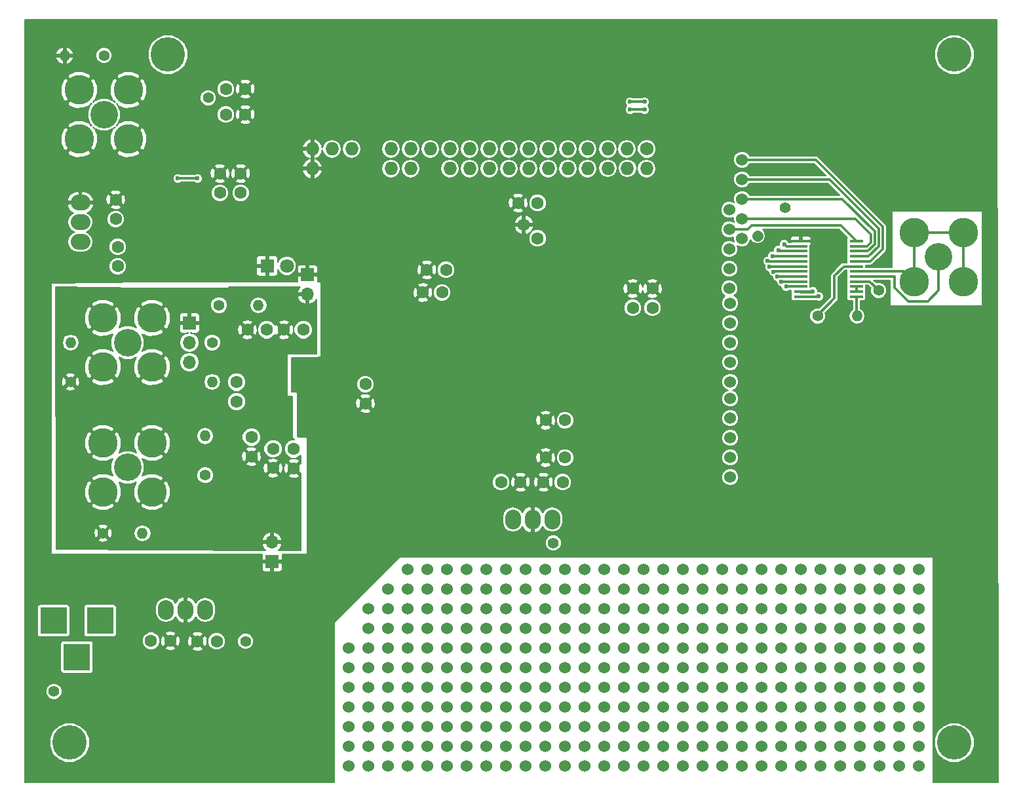
<source format=gbr>
G04 #@! TF.FileFunction,Copper,L2,Bot,Signal*
%FSLAX46Y46*%
G04 Gerber Fmt 4.6, Leading zero omitted, Abs format (unit mm)*
G04 Created by KiCad (PCBNEW 4.0.2-stable) date 5/30/2017 2:34:24 PM*
%MOMM*%
G01*
G04 APERTURE LIST*
%ADD10C,0.100000*%
%ADD11C,1.524000*%
%ADD12C,4.445000*%
%ADD13C,1.727200*%
%ADD14O,1.727200X1.727200*%
%ADD15C,1.600000*%
%ADD16R,3.500000X3.500000*%
%ADD17R,1.800000X1.800000*%
%ADD18C,1.800000*%
%ADD19R,1.700000X1.700000*%
%ADD20O,1.700000X1.700000*%
%ADD21C,3.810000*%
%ADD22C,3.556000*%
%ADD23C,1.400000*%
%ADD24O,1.400000X1.400000*%
%ADD25R,1.750000X0.450000*%
%ADD26O,2.540000X2.032000*%
%ADD27O,2.032000X2.540000*%
%ADD28C,1.400000*%
%ADD29C,1.399924*%
%ADD30C,0.600000*%
%ADD31C,0.635000*%
%ADD32C,0.304800*%
%ADD33C,0.381000*%
%ADD34C,0.190500*%
G04 APERTURE END LIST*
D10*
D11*
X138938000Y-98298000D03*
X138938000Y-105918000D03*
X138938000Y-100838000D03*
X138938000Y-103378000D03*
X138938000Y-108458000D03*
X138938000Y-110998000D03*
X138938000Y-113538000D03*
X138938000Y-116078000D03*
X138938000Y-123698000D03*
X138938000Y-121158000D03*
X138938000Y-118618000D03*
X141478000Y-118618000D03*
X141478000Y-121158000D03*
X141478000Y-123698000D03*
X141478000Y-116078000D03*
X141478000Y-113538000D03*
X141478000Y-110998000D03*
X141478000Y-108458000D03*
X141478000Y-103378000D03*
X141478000Y-100838000D03*
X141478000Y-105918000D03*
X141478000Y-98298000D03*
X128778000Y-98298000D03*
X128778000Y-105918000D03*
X128778000Y-100838000D03*
X128778000Y-103378000D03*
X128778000Y-108458000D03*
X128778000Y-110998000D03*
X128778000Y-113538000D03*
X128778000Y-116078000D03*
X128778000Y-123698000D03*
X128778000Y-121158000D03*
X128778000Y-118618000D03*
X131318000Y-118618000D03*
X131318000Y-121158000D03*
X131318000Y-123698000D03*
X131318000Y-116078000D03*
X131318000Y-113538000D03*
X131318000Y-110998000D03*
X131318000Y-108458000D03*
X131318000Y-103378000D03*
X131318000Y-100838000D03*
X131318000Y-105918000D03*
X131318000Y-98298000D03*
X136398000Y-98298000D03*
X136398000Y-105918000D03*
X136398000Y-100838000D03*
X136398000Y-103378000D03*
X136398000Y-108458000D03*
X136398000Y-110998000D03*
X136398000Y-113538000D03*
X136398000Y-116078000D03*
X136398000Y-123698000D03*
X136398000Y-121158000D03*
X136398000Y-118618000D03*
X133858000Y-118618000D03*
X133858000Y-121158000D03*
X133858000Y-123698000D03*
X133858000Y-116078000D03*
X133858000Y-113538000D03*
X133858000Y-110998000D03*
X133858000Y-108458000D03*
X133858000Y-103378000D03*
X133858000Y-100838000D03*
X133858000Y-105918000D03*
X133858000Y-98298000D03*
X123698000Y-98298000D03*
X123698000Y-105918000D03*
X123698000Y-100838000D03*
X123698000Y-103378000D03*
X123698000Y-108458000D03*
X123698000Y-110998000D03*
X123698000Y-113538000D03*
X123698000Y-116078000D03*
X123698000Y-123698000D03*
X123698000Y-121158000D03*
X123698000Y-118618000D03*
X126238000Y-118618000D03*
X126238000Y-121158000D03*
X126238000Y-123698000D03*
X126238000Y-116078000D03*
X126238000Y-113538000D03*
X126238000Y-110998000D03*
X126238000Y-108458000D03*
X126238000Y-103378000D03*
X126238000Y-100838000D03*
X126238000Y-105918000D03*
X126238000Y-98298000D03*
X121158000Y-98298000D03*
X121158000Y-105918000D03*
X121158000Y-100838000D03*
X121158000Y-103378000D03*
X121158000Y-108458000D03*
X121158000Y-110998000D03*
X121158000Y-113538000D03*
X121158000Y-116078000D03*
X121158000Y-123698000D03*
X121158000Y-121158000D03*
X121158000Y-118618000D03*
X118618000Y-118618000D03*
X118618000Y-121158000D03*
X118618000Y-123698000D03*
X118618000Y-116078000D03*
X118618000Y-113538000D03*
X118618000Y-110998000D03*
X118618000Y-108458000D03*
X118618000Y-103378000D03*
X118618000Y-100838000D03*
X118618000Y-105918000D03*
X118618000Y-98298000D03*
X93218000Y-98298000D03*
X93218000Y-105918000D03*
X93218000Y-100838000D03*
X93218000Y-103378000D03*
X93218000Y-108458000D03*
X93218000Y-110998000D03*
X93218000Y-113538000D03*
X93218000Y-116078000D03*
X93218000Y-123698000D03*
X93218000Y-121158000D03*
X93218000Y-118618000D03*
X95758000Y-118618000D03*
X95758000Y-121158000D03*
X95758000Y-123698000D03*
X95758000Y-116078000D03*
X95758000Y-113538000D03*
X95758000Y-110998000D03*
X95758000Y-108458000D03*
X95758000Y-103378000D03*
X95758000Y-100838000D03*
X95758000Y-105918000D03*
X95758000Y-98298000D03*
X100838000Y-98298000D03*
X100838000Y-105918000D03*
X100838000Y-100838000D03*
X100838000Y-103378000D03*
X100838000Y-108458000D03*
X100838000Y-110998000D03*
X100838000Y-113538000D03*
X100838000Y-116078000D03*
X100838000Y-123698000D03*
X100838000Y-121158000D03*
X100838000Y-118618000D03*
X98298000Y-118618000D03*
X98298000Y-121158000D03*
X98298000Y-123698000D03*
X98298000Y-116078000D03*
X98298000Y-113538000D03*
X98298000Y-110998000D03*
X98298000Y-108458000D03*
X98298000Y-103378000D03*
X98298000Y-100838000D03*
X98298000Y-105918000D03*
X98298000Y-98298000D03*
X108458000Y-98298000D03*
X108458000Y-105918000D03*
X108458000Y-100838000D03*
X108458000Y-103378000D03*
X108458000Y-108458000D03*
X108458000Y-110998000D03*
X108458000Y-113538000D03*
X108458000Y-116078000D03*
X108458000Y-123698000D03*
X108458000Y-121158000D03*
X108458000Y-118618000D03*
X110998000Y-118618000D03*
X110998000Y-121158000D03*
X110998000Y-123698000D03*
X110998000Y-116078000D03*
X110998000Y-113538000D03*
X110998000Y-110998000D03*
X110998000Y-108458000D03*
X110998000Y-103378000D03*
X110998000Y-100838000D03*
X110998000Y-105918000D03*
X110998000Y-98298000D03*
X105918000Y-98298000D03*
X105918000Y-105918000D03*
X105918000Y-100838000D03*
X105918000Y-103378000D03*
X105918000Y-108458000D03*
X105918000Y-110998000D03*
X105918000Y-113538000D03*
X105918000Y-116078000D03*
X105918000Y-123698000D03*
X105918000Y-121158000D03*
X105918000Y-118618000D03*
X103378000Y-118618000D03*
X103378000Y-121158000D03*
X103378000Y-123698000D03*
X103378000Y-116078000D03*
X103378000Y-113538000D03*
X103378000Y-110998000D03*
X103378000Y-108458000D03*
X103378000Y-103378000D03*
X103378000Y-100838000D03*
X103378000Y-105918000D03*
X103378000Y-98298000D03*
X116078000Y-98298000D03*
X116078000Y-105918000D03*
X116078000Y-100838000D03*
X116078000Y-103378000D03*
X116078000Y-108458000D03*
X116078000Y-110998000D03*
X116078000Y-113538000D03*
X116078000Y-116078000D03*
X116078000Y-123698000D03*
X116078000Y-121158000D03*
X116078000Y-118618000D03*
X113538000Y-118618000D03*
X113538000Y-121158000D03*
X113538000Y-123698000D03*
X113538000Y-116078000D03*
X113538000Y-113538000D03*
X113538000Y-110998000D03*
X113538000Y-108458000D03*
X113538000Y-103378000D03*
X113538000Y-100838000D03*
X113538000Y-105918000D03*
X113538000Y-98298000D03*
X88138000Y-98298000D03*
X88138000Y-105918000D03*
X88138000Y-100838000D03*
X88138000Y-103378000D03*
X88138000Y-108458000D03*
X88138000Y-110998000D03*
X88138000Y-113538000D03*
X88138000Y-116078000D03*
X88138000Y-123698000D03*
X88138000Y-121158000D03*
X88138000Y-118618000D03*
X90678000Y-118618000D03*
X90678000Y-121158000D03*
X90678000Y-123698000D03*
X90678000Y-116078000D03*
X90678000Y-113538000D03*
X90678000Y-110998000D03*
X90678000Y-108458000D03*
X90678000Y-103378000D03*
X90678000Y-100838000D03*
X90678000Y-105918000D03*
X90678000Y-98298000D03*
X77978000Y-98298000D03*
X77978000Y-105918000D03*
X77978000Y-100838000D03*
X77978000Y-103378000D03*
X77978000Y-108458000D03*
X77978000Y-110998000D03*
X77978000Y-113538000D03*
X77978000Y-116078000D03*
X77978000Y-123698000D03*
X77978000Y-121158000D03*
X77978000Y-118618000D03*
X80518000Y-118618000D03*
X80518000Y-121158000D03*
X80518000Y-123698000D03*
X80518000Y-116078000D03*
X80518000Y-113538000D03*
X80518000Y-110998000D03*
X80518000Y-108458000D03*
X80518000Y-103378000D03*
X80518000Y-100838000D03*
X80518000Y-105918000D03*
X80518000Y-98298000D03*
X85598000Y-98298000D03*
X85598000Y-105918000D03*
X85598000Y-100838000D03*
X85598000Y-103378000D03*
X85598000Y-108458000D03*
X85598000Y-110998000D03*
X85598000Y-113538000D03*
X85598000Y-116078000D03*
X85598000Y-123698000D03*
X85598000Y-121158000D03*
X85598000Y-118618000D03*
X83058000Y-118618000D03*
X83058000Y-121158000D03*
X83058000Y-123698000D03*
X83058000Y-116078000D03*
X83058000Y-113538000D03*
X83058000Y-110998000D03*
X83058000Y-108458000D03*
X83058000Y-103378000D03*
X83058000Y-100838000D03*
X83058000Y-105918000D03*
X83058000Y-98298000D03*
X72898000Y-105918000D03*
X72898000Y-100838000D03*
X72898000Y-103378000D03*
X72898000Y-108458000D03*
X72898000Y-110998000D03*
X72898000Y-113538000D03*
X72898000Y-116078000D03*
X72898000Y-123698000D03*
X72898000Y-121158000D03*
X72898000Y-118618000D03*
X75438000Y-118618000D03*
X75438000Y-121158000D03*
X75438000Y-123698000D03*
X75438000Y-116078000D03*
X75438000Y-113538000D03*
X75438000Y-110998000D03*
X75438000Y-108458000D03*
X75438000Y-103378000D03*
X75438000Y-100838000D03*
X75438000Y-105918000D03*
X75438000Y-98298000D03*
X70358000Y-105918000D03*
X70358000Y-103378000D03*
X70358000Y-108458000D03*
X70358000Y-110998000D03*
X70358000Y-113538000D03*
X70358000Y-116078000D03*
X70358000Y-123698000D03*
X70358000Y-121158000D03*
X70358000Y-118618000D03*
X67818000Y-118618000D03*
X67818000Y-121158000D03*
X67818000Y-123698000D03*
X67818000Y-116078000D03*
X67818000Y-113538000D03*
X67818000Y-110998000D03*
X67818000Y-108458000D03*
D12*
X146050000Y-120650000D03*
X31750000Y-120650000D03*
X44450000Y-31750000D03*
X146050000Y-31750000D03*
D13*
X106299000Y-43942000D03*
D14*
X106299000Y-46482000D03*
X103759000Y-43942000D03*
X103799000Y-46442000D03*
X101299000Y-43942000D03*
X101299000Y-46442000D03*
X98679000Y-43942000D03*
X98679000Y-46482000D03*
X96139000Y-43942000D03*
X96139000Y-46482000D03*
X93599000Y-43942000D03*
X93599000Y-46482000D03*
X91059000Y-43942000D03*
X91059000Y-46482000D03*
X88519000Y-43942000D03*
X88519000Y-46482000D03*
X85979000Y-43942000D03*
X85979000Y-46482000D03*
X83439000Y-43942000D03*
X83439000Y-46482000D03*
X80899000Y-43942000D03*
X80899000Y-46482000D03*
X78359000Y-43942000D03*
X75819000Y-43942000D03*
X75819000Y-46482000D03*
X73279000Y-43942000D03*
X73279000Y-46482000D03*
X68199000Y-43942000D03*
X65659000Y-43942000D03*
X63119000Y-43942000D03*
X63119000Y-46482000D03*
D15*
X53340000Y-76581000D03*
X53340000Y-74081000D03*
X55245000Y-83693000D03*
X55245000Y-81193000D03*
X53848000Y-47117000D03*
X53848000Y-49617000D03*
X58039000Y-82677000D03*
X58039000Y-85177000D03*
X51943000Y-36195000D03*
X54443000Y-36195000D03*
X60706000Y-85217000D03*
X60706000Y-82717000D03*
X51181000Y-47117000D03*
X51181000Y-49617000D03*
X51943000Y-39497000D03*
X54443000Y-39497000D03*
X69977000Y-76835000D03*
X69977000Y-74335000D03*
X54737000Y-67310000D03*
X57237000Y-67310000D03*
X59436000Y-67310000D03*
X61936000Y-67310000D03*
X80391000Y-59563000D03*
X77891000Y-59563000D03*
X79883000Y-62484000D03*
X77383000Y-62484000D03*
X92202000Y-50927000D03*
X89702000Y-50927000D03*
X92202000Y-55499000D03*
X90434233Y-53731233D03*
X95758000Y-78994000D03*
X93258000Y-78994000D03*
X95758000Y-83820000D03*
X93258000Y-83820000D03*
X107061000Y-61976000D03*
X107061000Y-64476000D03*
X104521000Y-61976000D03*
X104521000Y-64476000D03*
X37968845Y-56596326D03*
X37968845Y-59096326D03*
X37714847Y-50500323D03*
X37714847Y-53000323D03*
X42273175Y-107501346D03*
X44773175Y-107501346D03*
X48260000Y-107569000D03*
X50760000Y-107569000D03*
X87503000Y-86995000D03*
X90003000Y-86995000D03*
X92964000Y-86995000D03*
X95464000Y-86995000D03*
D16*
X35687000Y-104902000D03*
X29687000Y-104902000D03*
X32687000Y-109602000D03*
D17*
X57277000Y-59055000D03*
D18*
X59817000Y-59055000D03*
D19*
X47244000Y-66421000D03*
D20*
X47244000Y-68961000D03*
X47244000Y-71501000D03*
D21*
X36068000Y-81915000D03*
D22*
X39243000Y-85090000D03*
D21*
X42418000Y-81915000D03*
X36068000Y-88265000D03*
X42418000Y-88265000D03*
X36068000Y-65786000D03*
D22*
X39243000Y-68961000D03*
D21*
X42418000Y-65786000D03*
X36068000Y-72136000D03*
X42418000Y-72136000D03*
X33020000Y-36322000D03*
D22*
X36195000Y-39497000D03*
D21*
X39370000Y-36322000D03*
X33020000Y-42672000D03*
X39370000Y-42672000D03*
X140843000Y-54737000D03*
D22*
X144018000Y-57912000D03*
D21*
X147193000Y-54737000D03*
X140843000Y-61087000D03*
X147193000Y-61087000D03*
D23*
X36195000Y-31877000D03*
D24*
X31115000Y-31877000D03*
D23*
X36068000Y-93599000D03*
D24*
X41148000Y-93599000D03*
D23*
X31877000Y-74041000D03*
D24*
X31877000Y-68961000D03*
D23*
X49276000Y-86106000D03*
D24*
X49276000Y-81026000D03*
D23*
X50165000Y-68961000D03*
D24*
X50165000Y-74041000D03*
D23*
X51054000Y-64135000D03*
D24*
X56134000Y-64135000D03*
D23*
X128397000Y-65532000D03*
D24*
X133477000Y-65532000D03*
D11*
X117094000Y-76200000D03*
X117094000Y-78740000D03*
X117094000Y-81280000D03*
X117094000Y-83820000D03*
X117094000Y-86360000D03*
X118618000Y-45339000D03*
X118618000Y-47879000D03*
X118618000Y-50419000D03*
X118618000Y-52959000D03*
X118618000Y-55499000D03*
X116967000Y-61976000D03*
X116967000Y-59436000D03*
X116967000Y-56896000D03*
X116967000Y-54356000D03*
X116967000Y-51816000D03*
X117094000Y-63881000D03*
X117094000Y-66421000D03*
X117094000Y-68961000D03*
X117094000Y-71501000D03*
X117094000Y-74041000D03*
D25*
X126194000Y-63011000D03*
X126194000Y-62361000D03*
X126194000Y-61711000D03*
X126194000Y-61061000D03*
X126194000Y-60411000D03*
X126194000Y-59761000D03*
X126194000Y-59111000D03*
X126194000Y-58461000D03*
X126194000Y-57811000D03*
X126194000Y-57161000D03*
X126194000Y-56511000D03*
X126194000Y-55861000D03*
X133394000Y-55861000D03*
X133394000Y-56511000D03*
X133394000Y-57161000D03*
X133394000Y-57811000D03*
X133394000Y-58461000D03*
X133394000Y-59111000D03*
X133394000Y-59761000D03*
X133394000Y-60411000D03*
X133394000Y-61061000D03*
X133394000Y-61711000D03*
X133394000Y-62361000D03*
X133394000Y-63011000D03*
D26*
X33142848Y-53421324D03*
X33142848Y-50881324D03*
X33142848Y-55961324D03*
D27*
X46736000Y-103505000D03*
X49276000Y-103505000D03*
X44196000Y-103505000D03*
X91567000Y-91821000D03*
X94107000Y-91821000D03*
X89027000Y-91821000D03*
D23*
X124206000Y-51562000D03*
D28*
X120613898Y-55154102D02*
X120613898Y-55154102D01*
D29*
X29718000Y-114046000D03*
X54483000Y-107569000D03*
X94234000Y-94869000D03*
X136271000Y-62230000D03*
X49657000Y-37338000D03*
D19*
X57912000Y-97282000D03*
D20*
X57912000Y-94742000D03*
D19*
X62484000Y-60198000D03*
D20*
X62484000Y-62738000D03*
D29*
X70104000Y-62992000D03*
D30*
X61722000Y-73660000D03*
X62738000Y-77470000D03*
X49657000Y-50419000D03*
X89408000Y-60452000D03*
X98171000Y-62611000D03*
X101600000Y-73406000D03*
X101727000Y-68199000D03*
X44577000Y-52705000D03*
X48260000Y-47752000D03*
X45720000Y-47752000D03*
X127762000Y-62357000D03*
X106045000Y-38862000D03*
X104140000Y-38862000D03*
X104140000Y-37846000D03*
X106045000Y-37846000D03*
X128524000Y-62992000D03*
X124333000Y-61722000D03*
X123698000Y-61087000D03*
X123190000Y-60452000D03*
X122682000Y-59817000D03*
X122174000Y-59182000D03*
X121920000Y-58420000D03*
X122555000Y-57785000D03*
X123317000Y-57023000D03*
X124079000Y-56261000D03*
D31*
X116949176Y-86504824D02*
X117094000Y-86360000D01*
D32*
X128397000Y-65532000D02*
X128397000Y-65405000D01*
X128397000Y-65405000D02*
X130556000Y-63246000D01*
X130556000Y-63246000D02*
X130556000Y-60325000D01*
X130556000Y-60325000D02*
X131770000Y-59111000D01*
X131770000Y-59111000D02*
X133394000Y-59111000D01*
X133394000Y-61061000D02*
X135102000Y-61061000D01*
X135102000Y-61061000D02*
X136271000Y-62230000D01*
X140843000Y-61087000D02*
X140843000Y-54737000D01*
X133394000Y-59761000D02*
X139517000Y-59761000D01*
X139517000Y-59761000D02*
X140843000Y-61087000D01*
X147193000Y-61087000D02*
X147193000Y-54737000D01*
X147193000Y-54737000D02*
X140843000Y-54737000D01*
X133394000Y-60411000D02*
X138262000Y-60411000D01*
X144018000Y-62230000D02*
X144018000Y-57912000D01*
X142621000Y-63627000D02*
X144018000Y-62230000D01*
X140081000Y-63627000D02*
X142621000Y-63627000D01*
X138303000Y-61849000D02*
X140081000Y-63627000D01*
X138303000Y-60452000D02*
X138303000Y-61849000D01*
X138262000Y-60411000D02*
X138303000Y-60452000D01*
X133394000Y-63011000D02*
X133394000Y-65449000D01*
X133394000Y-65449000D02*
X133477000Y-65532000D01*
X48260000Y-47752000D02*
X45720000Y-47752000D01*
D33*
X127762000Y-62357000D02*
X127758000Y-62361000D01*
X127758000Y-62361000D02*
X126194000Y-62361000D01*
D32*
X104140000Y-38862000D02*
X106045000Y-38862000D01*
X126194000Y-63011000D02*
X128505000Y-63011000D01*
X106045000Y-37846000D02*
X104140000Y-37846000D01*
X128505000Y-63011000D02*
X128524000Y-62992000D01*
X124344000Y-61711000D02*
X126194000Y-61711000D01*
X124333000Y-61722000D02*
X124344000Y-61711000D01*
X126194000Y-61061000D02*
X123724000Y-61061000D01*
X123724000Y-61061000D02*
X123698000Y-61087000D01*
X123231000Y-60411000D02*
X123190000Y-60452000D01*
X123231000Y-60411000D02*
X126194000Y-60411000D01*
X126194000Y-59761000D02*
X122738000Y-59761000D01*
X122738000Y-59761000D02*
X122682000Y-59817000D01*
X122174000Y-59182000D02*
X122245000Y-59111000D01*
X122245000Y-59111000D02*
X126194000Y-59111000D01*
X126194000Y-58461000D02*
X121961000Y-58461000D01*
X121961000Y-58461000D02*
X121920000Y-58420000D01*
X126194000Y-57811000D02*
X122581000Y-57811000D01*
X122581000Y-57811000D02*
X122555000Y-57785000D01*
X123455000Y-57161000D02*
X126194000Y-57161000D01*
X123317000Y-57023000D02*
X123455000Y-57161000D01*
X126194000Y-56511000D02*
X124329000Y-56511000D01*
X124329000Y-56511000D02*
X124079000Y-56261000D01*
X116967000Y-54356000D02*
X119380000Y-54356000D01*
X131381000Y-53848000D02*
X133394000Y-55861000D01*
X119888000Y-53848000D02*
X131381000Y-53848000D01*
X119380000Y-54356000D02*
X119888000Y-53848000D01*
X118618000Y-52959000D02*
X133223000Y-52959000D01*
X134751000Y-56511000D02*
X133394000Y-56511000D01*
X135255000Y-56007000D02*
X134751000Y-56511000D01*
X135255000Y-54991000D02*
X135255000Y-56007000D01*
X133223000Y-52959000D02*
X135255000Y-54991000D01*
X133394000Y-57161000D02*
X134863000Y-57161000D01*
X131572000Y-50419000D02*
X118618000Y-50419000D01*
X135763000Y-54610000D02*
X131572000Y-50419000D01*
X135763000Y-56261000D02*
X135763000Y-54610000D01*
X134863000Y-57161000D02*
X135763000Y-56261000D01*
X118618000Y-47879000D02*
X129921000Y-47879000D01*
X134975000Y-57811000D02*
X133394000Y-57811000D01*
X136271000Y-56515000D02*
X134975000Y-57811000D01*
X136271000Y-54229000D02*
X136271000Y-56515000D01*
X129921000Y-47879000D02*
X136271000Y-54229000D01*
X133394000Y-58461000D02*
X135214000Y-58461000D01*
X128143000Y-45339000D02*
X118618000Y-45339000D01*
X136779000Y-53975000D02*
X128143000Y-45339000D01*
X136779000Y-56896000D02*
X136779000Y-53975000D01*
X135214000Y-58461000D02*
X136779000Y-56896000D01*
X133394000Y-61711000D02*
X133394000Y-62361000D01*
D34*
G36*
X61325434Y-62092478D02*
X61208330Y-62375225D01*
X61287296Y-62579250D01*
X62325250Y-62579250D01*
X62325250Y-62559250D01*
X62642750Y-62559250D01*
X62642750Y-62579250D01*
X62662750Y-62579250D01*
X62662750Y-62896750D01*
X62642750Y-62896750D01*
X62642750Y-63935666D01*
X62846777Y-64013683D01*
X63307345Y-63777749D01*
X63642566Y-63383522D01*
X63658750Y-63344446D01*
X63658750Y-70389750D01*
X59944000Y-70389750D01*
X59906942Y-70397254D01*
X59875724Y-70418585D01*
X59855264Y-70450381D01*
X59848751Y-70485476D01*
X59875421Y-75819476D01*
X59883111Y-75856496D01*
X59904597Y-75887607D01*
X59936495Y-75907908D01*
X59970670Y-75914250D01*
X60483750Y-75914250D01*
X60483750Y-81153000D01*
X60491254Y-81190058D01*
X60511648Y-81220352D01*
X60800288Y-81508992D01*
X60466750Y-81508701D01*
X60022566Y-81692234D01*
X59682428Y-82031778D01*
X59498120Y-82475642D01*
X59497701Y-82956250D01*
X59681234Y-83400434D01*
X60020778Y-83740572D01*
X60464642Y-83924880D01*
X60839752Y-83925207D01*
X60347164Y-83966202D01*
X60075288Y-84078817D01*
X59989889Y-84276383D01*
X60706000Y-84992494D01*
X61422111Y-84276383D01*
X61336712Y-84078817D01*
X60856666Y-83925222D01*
X60945250Y-83925299D01*
X61389434Y-83741766D01*
X61626750Y-83504864D01*
X61626750Y-84520756D01*
X60930506Y-85217000D01*
X61626750Y-85913244D01*
X61626750Y-95789750D01*
X59947353Y-95789750D01*
X59944392Y-95789215D01*
X58730767Y-95784094D01*
X58735345Y-95781749D01*
X59070566Y-95387522D01*
X59187670Y-95104775D01*
X59108704Y-94900750D01*
X58070750Y-94900750D01*
X58070750Y-94920750D01*
X57753250Y-94920750D01*
X57753250Y-94900750D01*
X56715296Y-94900750D01*
X56636330Y-95104775D01*
X56753434Y-95387522D01*
X57084744Y-95777149D01*
X30066896Y-95663150D01*
X30062433Y-94466799D01*
X35424707Y-94466799D01*
X35497707Y-94654023D01*
X35944858Y-94791956D01*
X36410757Y-94748273D01*
X36638293Y-94654023D01*
X36711293Y-94466799D01*
X36068000Y-93823506D01*
X35424707Y-94466799D01*
X30062433Y-94466799D01*
X30058736Y-93475858D01*
X34875044Y-93475858D01*
X34918727Y-93941757D01*
X35012977Y-94169293D01*
X35200201Y-94242293D01*
X35843494Y-93599000D01*
X36292506Y-93599000D01*
X36935799Y-94242293D01*
X37123023Y-94169293D01*
X37260956Y-93722142D01*
X37249411Y-93599000D01*
X40018201Y-93599000D01*
X40102549Y-94023048D01*
X40342753Y-94382538D01*
X40702243Y-94622742D01*
X41126291Y-94707090D01*
X41169709Y-94707090D01*
X41593757Y-94622742D01*
X41953247Y-94382538D01*
X41955460Y-94379225D01*
X56636330Y-94379225D01*
X56715296Y-94583250D01*
X57753250Y-94583250D01*
X57753250Y-93544334D01*
X58070750Y-93544334D01*
X58070750Y-94583250D01*
X59108704Y-94583250D01*
X59187670Y-94379225D01*
X59070566Y-94096478D01*
X58735345Y-93702251D01*
X58274777Y-93466317D01*
X58070750Y-93544334D01*
X57753250Y-93544334D01*
X57549223Y-93466317D01*
X57088655Y-93702251D01*
X56753434Y-94096478D01*
X56636330Y-94379225D01*
X41955460Y-94379225D01*
X42193451Y-94023048D01*
X42277799Y-93599000D01*
X42193451Y-93174952D01*
X41953247Y-92815462D01*
X41593757Y-92575258D01*
X41169709Y-92490910D01*
X41126291Y-92490910D01*
X40702243Y-92575258D01*
X40342753Y-92815462D01*
X40102549Y-93174952D01*
X40018201Y-93599000D01*
X37249411Y-93599000D01*
X37217273Y-93256243D01*
X37123023Y-93028707D01*
X36935799Y-92955707D01*
X36292506Y-93599000D01*
X35843494Y-93599000D01*
X35200201Y-92955707D01*
X35012977Y-93028707D01*
X34875044Y-93475858D01*
X30058736Y-93475858D01*
X30055958Y-92731201D01*
X35424707Y-92731201D01*
X36068000Y-93374494D01*
X36711293Y-92731201D01*
X36638293Y-92543977D01*
X36191142Y-92406044D01*
X35725243Y-92449727D01*
X35497707Y-92543977D01*
X35424707Y-92731201D01*
X30055958Y-92731201D01*
X30045789Y-90005985D01*
X34551521Y-90005985D01*
X34772401Y-90318321D01*
X35656795Y-90657825D01*
X36603790Y-90633044D01*
X37363599Y-90318321D01*
X37584479Y-90005985D01*
X40901521Y-90005985D01*
X41122401Y-90318321D01*
X42006795Y-90657825D01*
X42953790Y-90633044D01*
X43713599Y-90318321D01*
X43934479Y-90005985D01*
X42418000Y-88489506D01*
X40901521Y-90005985D01*
X37584479Y-90005985D01*
X36068000Y-88489506D01*
X34551521Y-90005985D01*
X30045789Y-90005985D01*
X30037758Y-87853795D01*
X33675175Y-87853795D01*
X33699956Y-88800790D01*
X34014679Y-89560599D01*
X34327015Y-89781479D01*
X35843494Y-88265000D01*
X34327015Y-86748521D01*
X34014679Y-86969401D01*
X33675175Y-87853795D01*
X30037758Y-87853795D01*
X30022096Y-83655985D01*
X34551521Y-83655985D01*
X34772401Y-83968321D01*
X35656795Y-84307825D01*
X36603790Y-84283044D01*
X37337150Y-83979277D01*
X37057290Y-84653252D01*
X37056531Y-85522932D01*
X37336876Y-86201421D01*
X36479205Y-85872175D01*
X35532210Y-85896956D01*
X34772401Y-86211679D01*
X34551521Y-86524015D01*
X36068000Y-88040494D01*
X36082143Y-88026352D01*
X36306649Y-88250858D01*
X36292506Y-88265000D01*
X37808985Y-89781479D01*
X38121321Y-89560599D01*
X38460825Y-88676205D01*
X38436044Y-87729210D01*
X38132277Y-86995850D01*
X38806252Y-87275710D01*
X39675932Y-87276469D01*
X40354421Y-86996124D01*
X40025175Y-87853795D01*
X40049956Y-88800790D01*
X40364679Y-89560599D01*
X40677015Y-89781479D01*
X42193494Y-88265000D01*
X42642506Y-88265000D01*
X44158985Y-89781479D01*
X44471321Y-89560599D01*
X44810825Y-88676205D01*
X44786044Y-87729210D01*
X44471321Y-86969401D01*
X44158985Y-86748521D01*
X42642506Y-88265000D01*
X42193494Y-88265000D01*
X42179352Y-88250858D01*
X42403858Y-88026352D01*
X42418000Y-88040494D01*
X43934479Y-86524015D01*
X43794054Y-86325446D01*
X48167718Y-86325446D01*
X48336059Y-86732863D01*
X48647498Y-87044845D01*
X49054620Y-87213897D01*
X49495446Y-87214282D01*
X49902863Y-87045941D01*
X50214845Y-86734502D01*
X50383897Y-86327380D01*
X50384080Y-86117617D01*
X57322889Y-86117617D01*
X57408288Y-86315183D01*
X57891862Y-86469907D01*
X58397836Y-86427798D01*
X58669712Y-86315183D01*
X58737820Y-86157617D01*
X59989889Y-86157617D01*
X60075288Y-86355183D01*
X60558862Y-86509907D01*
X61064836Y-86467798D01*
X61336712Y-86355183D01*
X61422111Y-86157617D01*
X60706000Y-85441506D01*
X59989889Y-86157617D01*
X58737820Y-86157617D01*
X58755111Y-86117617D01*
X58039000Y-85401506D01*
X57322889Y-86117617D01*
X50384080Y-86117617D01*
X50384282Y-85886554D01*
X50215941Y-85479137D01*
X49904502Y-85167155D01*
X49573865Y-85029862D01*
X56746093Y-85029862D01*
X56788202Y-85535836D01*
X56900817Y-85807712D01*
X57098383Y-85893111D01*
X57814494Y-85177000D01*
X58263506Y-85177000D01*
X58979617Y-85893111D01*
X59177183Y-85807712D01*
X59331907Y-85324138D01*
X59310746Y-85069862D01*
X59413093Y-85069862D01*
X59455202Y-85575836D01*
X59567817Y-85847712D01*
X59765383Y-85933111D01*
X60481494Y-85217000D01*
X59765383Y-84500889D01*
X59567817Y-84586288D01*
X59413093Y-85069862D01*
X59310746Y-85069862D01*
X59289798Y-84818164D01*
X59177183Y-84546288D01*
X58979617Y-84460889D01*
X58263506Y-85177000D01*
X57814494Y-85177000D01*
X57098383Y-84460889D01*
X56900817Y-84546288D01*
X56746093Y-85029862D01*
X49573865Y-85029862D01*
X49497380Y-84998103D01*
X49056554Y-84997718D01*
X48649137Y-85166059D01*
X48337155Y-85477498D01*
X48168103Y-85884620D01*
X48167718Y-86325446D01*
X43794054Y-86325446D01*
X43713599Y-86211679D01*
X42829205Y-85872175D01*
X41882210Y-85896956D01*
X41148850Y-86200723D01*
X41428710Y-85526748D01*
X41429469Y-84657068D01*
X41419780Y-84633617D01*
X54528889Y-84633617D01*
X54614288Y-84831183D01*
X55097862Y-84985907D01*
X55603836Y-84943798D01*
X55875712Y-84831183D01*
X55961111Y-84633617D01*
X55245000Y-83917506D01*
X54528889Y-84633617D01*
X41419780Y-84633617D01*
X41149124Y-83978579D01*
X42006795Y-84307825D01*
X42953790Y-84283044D01*
X43713599Y-83968321D01*
X43934479Y-83655985D01*
X43824356Y-83545862D01*
X53952093Y-83545862D01*
X53994202Y-84051836D01*
X54106817Y-84323712D01*
X54304383Y-84409111D01*
X55020494Y-83693000D01*
X55469506Y-83693000D01*
X56185617Y-84409111D01*
X56383183Y-84323712D01*
X56537907Y-83840138D01*
X56495798Y-83334164D01*
X56383183Y-83062288D01*
X56185617Y-82976889D01*
X55469506Y-83693000D01*
X55020494Y-83693000D01*
X54304383Y-82976889D01*
X54106817Y-83062288D01*
X53952093Y-83545862D01*
X43824356Y-83545862D01*
X42418000Y-82139506D01*
X42403858Y-82153649D01*
X42179352Y-81929143D01*
X42193494Y-81915000D01*
X42642506Y-81915000D01*
X44158985Y-83431479D01*
X44471321Y-83210599D01*
X44810825Y-82326205D01*
X44786044Y-81379210D01*
X44630748Y-81004291D01*
X48167910Y-81004291D01*
X48167910Y-81047709D01*
X48252258Y-81471757D01*
X48492462Y-81831247D01*
X48851952Y-82071451D01*
X49276000Y-82155799D01*
X49700048Y-82071451D01*
X50059538Y-81831247D01*
X50299742Y-81471757D01*
X50307600Y-81432250D01*
X54036701Y-81432250D01*
X54220234Y-81876434D01*
X54559778Y-82216572D01*
X55003642Y-82400880D01*
X55378752Y-82401207D01*
X54886164Y-82442202D01*
X54614288Y-82554817D01*
X54528889Y-82752383D01*
X55245000Y-83468494D01*
X55797244Y-82916250D01*
X56830701Y-82916250D01*
X57014234Y-83360434D01*
X57353778Y-83700572D01*
X57797642Y-83884880D01*
X58172752Y-83885207D01*
X57680164Y-83926202D01*
X57408288Y-84038817D01*
X57322889Y-84236383D01*
X58039000Y-84952494D01*
X58755111Y-84236383D01*
X58669712Y-84038817D01*
X58189666Y-83885222D01*
X58278250Y-83885299D01*
X58722434Y-83701766D01*
X59062572Y-83362222D01*
X59246880Y-82918358D01*
X59247299Y-82437750D01*
X59063766Y-81993566D01*
X58724222Y-81653428D01*
X58280358Y-81469120D01*
X57799750Y-81468701D01*
X57355566Y-81652234D01*
X57015428Y-81991778D01*
X56831120Y-82435642D01*
X56830701Y-82916250D01*
X55797244Y-82916250D01*
X55961111Y-82752383D01*
X55875712Y-82554817D01*
X55395666Y-82401222D01*
X55484250Y-82401299D01*
X55928434Y-82217766D01*
X56268572Y-81878222D01*
X56452880Y-81434358D01*
X56453299Y-80953750D01*
X56269766Y-80509566D01*
X55930222Y-80169428D01*
X55486358Y-79985120D01*
X55005750Y-79984701D01*
X54561566Y-80168234D01*
X54221428Y-80507778D01*
X54037120Y-80951642D01*
X54036701Y-81432250D01*
X50307600Y-81432250D01*
X50384090Y-81047709D01*
X50384090Y-81004291D01*
X50299742Y-80580243D01*
X50059538Y-80220753D01*
X49700048Y-79980549D01*
X49276000Y-79896201D01*
X48851952Y-79980549D01*
X48492462Y-80220753D01*
X48252258Y-80580243D01*
X48167910Y-81004291D01*
X44630748Y-81004291D01*
X44471321Y-80619401D01*
X44158985Y-80398521D01*
X42642506Y-81915000D01*
X42193494Y-81915000D01*
X40677015Y-80398521D01*
X40364679Y-80619401D01*
X40025175Y-81503795D01*
X40049956Y-82450790D01*
X40353723Y-83184150D01*
X39679748Y-82904290D01*
X38810068Y-82903531D01*
X38131579Y-83183876D01*
X38460825Y-82326205D01*
X38436044Y-81379210D01*
X38121321Y-80619401D01*
X37808985Y-80398521D01*
X36292506Y-81915000D01*
X36306649Y-81929143D01*
X36082143Y-82153649D01*
X36068000Y-82139506D01*
X34551521Y-83655985D01*
X30022096Y-83655985D01*
X30014065Y-81503795D01*
X33675175Y-81503795D01*
X33699956Y-82450790D01*
X34014679Y-83210599D01*
X34327015Y-83431479D01*
X35843494Y-81915000D01*
X34327015Y-80398521D01*
X34014679Y-80619401D01*
X33675175Y-81503795D01*
X30014065Y-81503795D01*
X30009103Y-80174015D01*
X34551521Y-80174015D01*
X36068000Y-81690494D01*
X37584479Y-80174015D01*
X40901521Y-80174015D01*
X42418000Y-81690494D01*
X43934479Y-80174015D01*
X43713599Y-79861679D01*
X42829205Y-79522175D01*
X41882210Y-79546956D01*
X41122401Y-79861679D01*
X40901521Y-80174015D01*
X37584479Y-80174015D01*
X37363599Y-79861679D01*
X36479205Y-79522175D01*
X35532210Y-79546956D01*
X34772401Y-79861679D01*
X34551521Y-80174015D01*
X30009103Y-80174015D01*
X29996589Y-76820250D01*
X52131701Y-76820250D01*
X52315234Y-77264434D01*
X52654778Y-77604572D01*
X53098642Y-77788880D01*
X53579250Y-77789299D01*
X54023434Y-77605766D01*
X54363572Y-77266222D01*
X54547880Y-76822358D01*
X54548299Y-76341750D01*
X54364766Y-75897566D01*
X54025222Y-75557428D01*
X53581358Y-75373120D01*
X53100750Y-75372701D01*
X52656566Y-75556234D01*
X52316428Y-75895778D01*
X52132120Y-76339642D01*
X52131701Y-76820250D01*
X29996589Y-76820250D01*
X29989456Y-74908799D01*
X31233707Y-74908799D01*
X31306707Y-75096023D01*
X31753858Y-75233956D01*
X32219757Y-75190273D01*
X32447293Y-75096023D01*
X32520293Y-74908799D01*
X31877000Y-74265506D01*
X31233707Y-74908799D01*
X29989456Y-74908799D01*
X29985758Y-73917858D01*
X30684044Y-73917858D01*
X30727727Y-74383757D01*
X30821977Y-74611293D01*
X31009201Y-74684293D01*
X31652494Y-74041000D01*
X32101506Y-74041000D01*
X32744799Y-74684293D01*
X32932023Y-74611293D01*
X33069956Y-74164142D01*
X33043032Y-73876985D01*
X34551521Y-73876985D01*
X34772401Y-74189321D01*
X35656795Y-74528825D01*
X36603790Y-74504044D01*
X37363599Y-74189321D01*
X37584479Y-73876985D01*
X40901521Y-73876985D01*
X41122401Y-74189321D01*
X42006795Y-74528825D01*
X42953790Y-74504044D01*
X43713599Y-74189321D01*
X43833842Y-74019291D01*
X49056910Y-74019291D01*
X49056910Y-74062709D01*
X49141258Y-74486757D01*
X49381462Y-74846247D01*
X49740952Y-75086451D01*
X50165000Y-75170799D01*
X50589048Y-75086451D01*
X50948538Y-74846247D01*
X51188742Y-74486757D01*
X51221862Y-74320250D01*
X52131701Y-74320250D01*
X52315234Y-74764434D01*
X52654778Y-75104572D01*
X53098642Y-75288880D01*
X53579250Y-75289299D01*
X54023434Y-75105766D01*
X54363572Y-74766222D01*
X54547880Y-74322358D01*
X54548299Y-73841750D01*
X54364766Y-73397566D01*
X54025222Y-73057428D01*
X53581358Y-72873120D01*
X53100750Y-72872701D01*
X52656566Y-73056234D01*
X52316428Y-73395778D01*
X52132120Y-73839642D01*
X52131701Y-74320250D01*
X51221862Y-74320250D01*
X51273090Y-74062709D01*
X51273090Y-74019291D01*
X51188742Y-73595243D01*
X50948538Y-73235753D01*
X50589048Y-72995549D01*
X50165000Y-72911201D01*
X49740952Y-72995549D01*
X49381462Y-73235753D01*
X49141258Y-73595243D01*
X49056910Y-74019291D01*
X43833842Y-74019291D01*
X43934479Y-73876985D01*
X42418000Y-72360506D01*
X40901521Y-73876985D01*
X37584479Y-73876985D01*
X36068000Y-72360506D01*
X34551521Y-73876985D01*
X33043032Y-73876985D01*
X33026273Y-73698243D01*
X32932023Y-73470707D01*
X32744799Y-73397707D01*
X32101506Y-74041000D01*
X31652494Y-74041000D01*
X31009201Y-73397707D01*
X30821977Y-73470707D01*
X30684044Y-73917858D01*
X29985758Y-73917858D01*
X29982980Y-73173201D01*
X31233707Y-73173201D01*
X31877000Y-73816494D01*
X32520293Y-73173201D01*
X32447293Y-72985977D01*
X32000142Y-72848044D01*
X31534243Y-72891727D01*
X31306707Y-72985977D01*
X31233707Y-73173201D01*
X29982980Y-73173201D01*
X29977576Y-71724795D01*
X33675175Y-71724795D01*
X33699956Y-72671790D01*
X34014679Y-73431599D01*
X34327015Y-73652479D01*
X35843494Y-72136000D01*
X34327015Y-70619521D01*
X34014679Y-70840401D01*
X33675175Y-71724795D01*
X29977576Y-71724795D01*
X29967182Y-68939291D01*
X30768910Y-68939291D01*
X30768910Y-68982709D01*
X30853258Y-69406757D01*
X31093462Y-69766247D01*
X31452952Y-70006451D01*
X31877000Y-70090799D01*
X32301048Y-70006451D01*
X32660538Y-69766247D01*
X32900742Y-69406757D01*
X32985090Y-68982709D01*
X32985090Y-68939291D01*
X32900742Y-68515243D01*
X32660538Y-68155753D01*
X32301048Y-67915549D01*
X31877000Y-67831201D01*
X31452952Y-67915549D01*
X31093462Y-68155753D01*
X30853258Y-68515243D01*
X30768910Y-68939291D01*
X29967182Y-68939291D01*
X29961913Y-67526985D01*
X34551521Y-67526985D01*
X34772401Y-67839321D01*
X35656795Y-68178825D01*
X36603790Y-68154044D01*
X37337150Y-67850277D01*
X37057290Y-68524252D01*
X37056531Y-69393932D01*
X37336876Y-70072421D01*
X36479205Y-69743175D01*
X35532210Y-69767956D01*
X34772401Y-70082679D01*
X34551521Y-70395015D01*
X36068000Y-71911494D01*
X36082143Y-71897352D01*
X36306649Y-72121858D01*
X36292506Y-72136000D01*
X37808985Y-73652479D01*
X38121321Y-73431599D01*
X38460825Y-72547205D01*
X38436044Y-71600210D01*
X38132277Y-70866850D01*
X38806252Y-71146710D01*
X39675932Y-71147469D01*
X40354421Y-70867124D01*
X40025175Y-71724795D01*
X40049956Y-72671790D01*
X40364679Y-73431599D01*
X40677015Y-73652479D01*
X42193494Y-72136000D01*
X42642506Y-72136000D01*
X44158985Y-73652479D01*
X44471321Y-73431599D01*
X44810825Y-72547205D01*
X44786044Y-71600210D01*
X44744950Y-71501000D01*
X45961263Y-71501000D01*
X46057029Y-71982450D01*
X46329749Y-72390604D01*
X46737903Y-72663324D01*
X47219353Y-72759090D01*
X47268647Y-72759090D01*
X47750097Y-72663324D01*
X48158251Y-72390604D01*
X48430971Y-71982450D01*
X48526737Y-71501000D01*
X48430971Y-71019550D01*
X48158251Y-70611396D01*
X47750097Y-70338676D01*
X47268647Y-70242910D01*
X47219353Y-70242910D01*
X46737903Y-70338676D01*
X46329749Y-70611396D01*
X46057029Y-71019550D01*
X45961263Y-71501000D01*
X44744950Y-71501000D01*
X44471321Y-70840401D01*
X44158985Y-70619521D01*
X42642506Y-72136000D01*
X42193494Y-72136000D01*
X42179352Y-72121858D01*
X42403858Y-71897352D01*
X42418000Y-71911494D01*
X43934479Y-70395015D01*
X43713599Y-70082679D01*
X42829205Y-69743175D01*
X41882210Y-69767956D01*
X41148850Y-70071723D01*
X41428710Y-69397748D01*
X41429469Y-68528068D01*
X41149124Y-67849579D01*
X42006795Y-68178825D01*
X42953790Y-68154044D01*
X43713599Y-67839321D01*
X43934479Y-67526985D01*
X42418000Y-66010506D01*
X42403858Y-66024649D01*
X42179352Y-65800143D01*
X42193494Y-65786000D01*
X42642506Y-65786000D01*
X44158985Y-67302479D01*
X44471321Y-67081599D01*
X44618266Y-66698812D01*
X45917750Y-66698812D01*
X45917750Y-67365732D01*
X45990255Y-67540774D01*
X46124226Y-67674745D01*
X46299268Y-67747250D01*
X46966188Y-67747250D01*
X47085248Y-67628190D01*
X47085248Y-67729585D01*
X46737903Y-67798676D01*
X46329749Y-68071396D01*
X46057029Y-68479550D01*
X45961263Y-68961000D01*
X46057029Y-69442450D01*
X46329749Y-69850604D01*
X46737903Y-70123324D01*
X47219353Y-70219090D01*
X47268647Y-70219090D01*
X47750097Y-70123324D01*
X48158251Y-69850604D01*
X48430971Y-69442450D01*
X48483086Y-69180446D01*
X49056718Y-69180446D01*
X49225059Y-69587863D01*
X49536498Y-69899845D01*
X49943620Y-70068897D01*
X50384446Y-70069282D01*
X50791863Y-69900941D01*
X51103845Y-69589502D01*
X51272897Y-69182380D01*
X51273282Y-68741554D01*
X51104941Y-68334137D01*
X51021567Y-68250617D01*
X54020889Y-68250617D01*
X54106288Y-68448183D01*
X54589862Y-68602907D01*
X55095836Y-68560798D01*
X55367712Y-68448183D01*
X55453111Y-68250617D01*
X54737000Y-67534506D01*
X54020889Y-68250617D01*
X51021567Y-68250617D01*
X50793502Y-68022155D01*
X50386380Y-67853103D01*
X49945554Y-67852718D01*
X49538137Y-68021059D01*
X49226155Y-68332498D01*
X49057103Y-68739620D01*
X49056718Y-69180446D01*
X48483086Y-69180446D01*
X48526737Y-68961000D01*
X48430971Y-68479550D01*
X48158251Y-68071396D01*
X47750097Y-67798676D01*
X47402752Y-67729585D01*
X47402752Y-67628190D01*
X47521812Y-67747250D01*
X48188732Y-67747250D01*
X48363774Y-67674745D01*
X48497745Y-67540774D01*
X48570250Y-67365732D01*
X48570250Y-67162862D01*
X53444093Y-67162862D01*
X53486202Y-67668836D01*
X53598817Y-67940712D01*
X53796383Y-68026111D01*
X54512494Y-67310000D01*
X54961506Y-67310000D01*
X55677617Y-68026111D01*
X55875183Y-67940712D01*
X56028778Y-67460666D01*
X56028701Y-67549250D01*
X56212234Y-67993434D01*
X56551778Y-68333572D01*
X56995642Y-68517880D01*
X57476250Y-68518299D01*
X57920434Y-68334766D01*
X58004730Y-68250617D01*
X58719889Y-68250617D01*
X58805288Y-68448183D01*
X59288862Y-68602907D01*
X59794836Y-68560798D01*
X60066712Y-68448183D01*
X60152111Y-68250617D01*
X59436000Y-67534506D01*
X58719889Y-68250617D01*
X58004730Y-68250617D01*
X58260572Y-67995222D01*
X58290521Y-67923097D01*
X58297817Y-67940712D01*
X58495383Y-68026111D01*
X59211494Y-67310000D01*
X59660506Y-67310000D01*
X60376617Y-68026111D01*
X60574183Y-67940712D01*
X60727778Y-67460666D01*
X60727701Y-67549250D01*
X60911234Y-67993434D01*
X61250778Y-68333572D01*
X61694642Y-68517880D01*
X62175250Y-68518299D01*
X62619434Y-68334766D01*
X62959572Y-67995222D01*
X63143880Y-67551358D01*
X63144299Y-67070750D01*
X62960766Y-66626566D01*
X62621222Y-66286428D01*
X62177358Y-66102120D01*
X61696750Y-66101701D01*
X61252566Y-66285234D01*
X60912428Y-66624778D01*
X60728120Y-67068642D01*
X60727793Y-67443752D01*
X60686798Y-66951164D01*
X60574183Y-66679288D01*
X60376617Y-66593889D01*
X59660506Y-67310000D01*
X59211494Y-67310000D01*
X58495383Y-66593889D01*
X58297817Y-66679288D01*
X58291591Y-66698747D01*
X58261766Y-66626566D01*
X58005033Y-66369383D01*
X58719889Y-66369383D01*
X59436000Y-67085494D01*
X60152111Y-66369383D01*
X60066712Y-66171817D01*
X59583138Y-66017093D01*
X59077164Y-66059202D01*
X58805288Y-66171817D01*
X58719889Y-66369383D01*
X58005033Y-66369383D01*
X57922222Y-66286428D01*
X57478358Y-66102120D01*
X56997750Y-66101701D01*
X56553566Y-66285234D01*
X56213428Y-66624778D01*
X56029120Y-67068642D01*
X56028793Y-67443752D01*
X55987798Y-66951164D01*
X55875183Y-66679288D01*
X55677617Y-66593889D01*
X54961506Y-67310000D01*
X54512494Y-67310000D01*
X53796383Y-66593889D01*
X53598817Y-66679288D01*
X53444093Y-67162862D01*
X48570250Y-67162862D01*
X48570250Y-66698812D01*
X48451188Y-66579750D01*
X47402750Y-66579750D01*
X47402750Y-66599750D01*
X47085250Y-66599750D01*
X47085250Y-66579750D01*
X46036812Y-66579750D01*
X45917750Y-66698812D01*
X44618266Y-66698812D01*
X44744728Y-66369383D01*
X54020889Y-66369383D01*
X54737000Y-67085494D01*
X55453111Y-66369383D01*
X55367712Y-66171817D01*
X54884138Y-66017093D01*
X54378164Y-66059202D01*
X54106288Y-66171817D01*
X54020889Y-66369383D01*
X44744728Y-66369383D01*
X44810825Y-66197205D01*
X44791960Y-65476268D01*
X45917750Y-65476268D01*
X45917750Y-66143188D01*
X46036812Y-66262250D01*
X47085250Y-66262250D01*
X47085250Y-65213812D01*
X47402750Y-65213812D01*
X47402750Y-66262250D01*
X48451188Y-66262250D01*
X48570250Y-66143188D01*
X48570250Y-65476268D01*
X48497745Y-65301226D01*
X48363774Y-65167255D01*
X48188732Y-65094750D01*
X47521812Y-65094750D01*
X47402750Y-65213812D01*
X47085250Y-65213812D01*
X46966188Y-65094750D01*
X46299268Y-65094750D01*
X46124226Y-65167255D01*
X45990255Y-65301226D01*
X45917750Y-65476268D01*
X44791960Y-65476268D01*
X44786044Y-65250210D01*
X44471321Y-64490401D01*
X44279074Y-64354446D01*
X49945718Y-64354446D01*
X50114059Y-64761863D01*
X50425498Y-65073845D01*
X50832620Y-65242897D01*
X51273446Y-65243282D01*
X51680863Y-65074941D01*
X51992845Y-64763502D01*
X52161897Y-64356380D01*
X52162090Y-64135000D01*
X55004201Y-64135000D01*
X55088549Y-64559048D01*
X55328753Y-64918538D01*
X55688243Y-65158742D01*
X56112291Y-65243090D01*
X56155709Y-65243090D01*
X56579757Y-65158742D01*
X56939247Y-64918538D01*
X57179451Y-64559048D01*
X57263799Y-64135000D01*
X57179451Y-63710952D01*
X56939247Y-63351462D01*
X56579757Y-63111258D01*
X56527056Y-63100775D01*
X61208330Y-63100775D01*
X61325434Y-63383522D01*
X61660655Y-63777749D01*
X62121223Y-64013683D01*
X62325250Y-63935666D01*
X62325250Y-62896750D01*
X61287296Y-62896750D01*
X61208330Y-63100775D01*
X56527056Y-63100775D01*
X56155709Y-63026910D01*
X56112291Y-63026910D01*
X55688243Y-63111258D01*
X55328753Y-63351462D01*
X55088549Y-63710952D01*
X55004201Y-64135000D01*
X52162090Y-64135000D01*
X52162282Y-63915554D01*
X51993941Y-63508137D01*
X51682502Y-63196155D01*
X51275380Y-63027103D01*
X50834554Y-63026718D01*
X50427137Y-63195059D01*
X50115155Y-63506498D01*
X49946103Y-63913620D01*
X49945718Y-64354446D01*
X44279074Y-64354446D01*
X44158985Y-64269521D01*
X42642506Y-65786000D01*
X42193494Y-65786000D01*
X40677015Y-64269521D01*
X40364679Y-64490401D01*
X40025175Y-65374795D01*
X40049956Y-66321790D01*
X40353723Y-67055150D01*
X39679748Y-66775290D01*
X38810068Y-66774531D01*
X38131579Y-67054876D01*
X38460825Y-66197205D01*
X38436044Y-65250210D01*
X38121321Y-64490401D01*
X37808985Y-64269521D01*
X36292506Y-65786000D01*
X36306649Y-65800143D01*
X36082143Y-66024649D01*
X36068000Y-66010506D01*
X34551521Y-67526985D01*
X29961913Y-67526985D01*
X29953882Y-65374795D01*
X33675175Y-65374795D01*
X33699956Y-66321790D01*
X34014679Y-67081599D01*
X34327015Y-67302479D01*
X35843494Y-65786000D01*
X34327015Y-64269521D01*
X34014679Y-64490401D01*
X33675175Y-65374795D01*
X29953882Y-65374795D01*
X29948920Y-64045015D01*
X34551521Y-64045015D01*
X36068000Y-65561494D01*
X37584479Y-64045015D01*
X40901521Y-64045015D01*
X42418000Y-65561494D01*
X43934479Y-64045015D01*
X43713599Y-63732679D01*
X42829205Y-63393175D01*
X41882210Y-63417956D01*
X41122401Y-63732679D01*
X40901521Y-64045015D01*
X37584479Y-64045015D01*
X37363599Y-63732679D01*
X36479205Y-63393175D01*
X35532210Y-63417956D01*
X34772401Y-63732679D01*
X34551521Y-64045015D01*
X29948920Y-64045015D01*
X29940610Y-61818330D01*
X41146930Y-61944244D01*
X41148000Y-61944250D01*
X52197000Y-61944250D01*
X52234058Y-61936746D01*
X52265276Y-61915415D01*
X52285736Y-61883619D01*
X52292250Y-61849000D01*
X52292250Y-61817250D01*
X61559467Y-61817250D01*
X61325434Y-62092478D01*
X61325434Y-62092478D01*
G37*
X61325434Y-62092478D02*
X61208330Y-62375225D01*
X61287296Y-62579250D01*
X62325250Y-62579250D01*
X62325250Y-62559250D01*
X62642750Y-62559250D01*
X62642750Y-62579250D01*
X62662750Y-62579250D01*
X62662750Y-62896750D01*
X62642750Y-62896750D01*
X62642750Y-63935666D01*
X62846777Y-64013683D01*
X63307345Y-63777749D01*
X63642566Y-63383522D01*
X63658750Y-63344446D01*
X63658750Y-70389750D01*
X59944000Y-70389750D01*
X59906942Y-70397254D01*
X59875724Y-70418585D01*
X59855264Y-70450381D01*
X59848751Y-70485476D01*
X59875421Y-75819476D01*
X59883111Y-75856496D01*
X59904597Y-75887607D01*
X59936495Y-75907908D01*
X59970670Y-75914250D01*
X60483750Y-75914250D01*
X60483750Y-81153000D01*
X60491254Y-81190058D01*
X60511648Y-81220352D01*
X60800288Y-81508992D01*
X60466750Y-81508701D01*
X60022566Y-81692234D01*
X59682428Y-82031778D01*
X59498120Y-82475642D01*
X59497701Y-82956250D01*
X59681234Y-83400434D01*
X60020778Y-83740572D01*
X60464642Y-83924880D01*
X60839752Y-83925207D01*
X60347164Y-83966202D01*
X60075288Y-84078817D01*
X59989889Y-84276383D01*
X60706000Y-84992494D01*
X61422111Y-84276383D01*
X61336712Y-84078817D01*
X60856666Y-83925222D01*
X60945250Y-83925299D01*
X61389434Y-83741766D01*
X61626750Y-83504864D01*
X61626750Y-84520756D01*
X60930506Y-85217000D01*
X61626750Y-85913244D01*
X61626750Y-95789750D01*
X59947353Y-95789750D01*
X59944392Y-95789215D01*
X58730767Y-95784094D01*
X58735345Y-95781749D01*
X59070566Y-95387522D01*
X59187670Y-95104775D01*
X59108704Y-94900750D01*
X58070750Y-94900750D01*
X58070750Y-94920750D01*
X57753250Y-94920750D01*
X57753250Y-94900750D01*
X56715296Y-94900750D01*
X56636330Y-95104775D01*
X56753434Y-95387522D01*
X57084744Y-95777149D01*
X30066896Y-95663150D01*
X30062433Y-94466799D01*
X35424707Y-94466799D01*
X35497707Y-94654023D01*
X35944858Y-94791956D01*
X36410757Y-94748273D01*
X36638293Y-94654023D01*
X36711293Y-94466799D01*
X36068000Y-93823506D01*
X35424707Y-94466799D01*
X30062433Y-94466799D01*
X30058736Y-93475858D01*
X34875044Y-93475858D01*
X34918727Y-93941757D01*
X35012977Y-94169293D01*
X35200201Y-94242293D01*
X35843494Y-93599000D01*
X36292506Y-93599000D01*
X36935799Y-94242293D01*
X37123023Y-94169293D01*
X37260956Y-93722142D01*
X37249411Y-93599000D01*
X40018201Y-93599000D01*
X40102549Y-94023048D01*
X40342753Y-94382538D01*
X40702243Y-94622742D01*
X41126291Y-94707090D01*
X41169709Y-94707090D01*
X41593757Y-94622742D01*
X41953247Y-94382538D01*
X41955460Y-94379225D01*
X56636330Y-94379225D01*
X56715296Y-94583250D01*
X57753250Y-94583250D01*
X57753250Y-93544334D01*
X58070750Y-93544334D01*
X58070750Y-94583250D01*
X59108704Y-94583250D01*
X59187670Y-94379225D01*
X59070566Y-94096478D01*
X58735345Y-93702251D01*
X58274777Y-93466317D01*
X58070750Y-93544334D01*
X57753250Y-93544334D01*
X57549223Y-93466317D01*
X57088655Y-93702251D01*
X56753434Y-94096478D01*
X56636330Y-94379225D01*
X41955460Y-94379225D01*
X42193451Y-94023048D01*
X42277799Y-93599000D01*
X42193451Y-93174952D01*
X41953247Y-92815462D01*
X41593757Y-92575258D01*
X41169709Y-92490910D01*
X41126291Y-92490910D01*
X40702243Y-92575258D01*
X40342753Y-92815462D01*
X40102549Y-93174952D01*
X40018201Y-93599000D01*
X37249411Y-93599000D01*
X37217273Y-93256243D01*
X37123023Y-93028707D01*
X36935799Y-92955707D01*
X36292506Y-93599000D01*
X35843494Y-93599000D01*
X35200201Y-92955707D01*
X35012977Y-93028707D01*
X34875044Y-93475858D01*
X30058736Y-93475858D01*
X30055958Y-92731201D01*
X35424707Y-92731201D01*
X36068000Y-93374494D01*
X36711293Y-92731201D01*
X36638293Y-92543977D01*
X36191142Y-92406044D01*
X35725243Y-92449727D01*
X35497707Y-92543977D01*
X35424707Y-92731201D01*
X30055958Y-92731201D01*
X30045789Y-90005985D01*
X34551521Y-90005985D01*
X34772401Y-90318321D01*
X35656795Y-90657825D01*
X36603790Y-90633044D01*
X37363599Y-90318321D01*
X37584479Y-90005985D01*
X40901521Y-90005985D01*
X41122401Y-90318321D01*
X42006795Y-90657825D01*
X42953790Y-90633044D01*
X43713599Y-90318321D01*
X43934479Y-90005985D01*
X42418000Y-88489506D01*
X40901521Y-90005985D01*
X37584479Y-90005985D01*
X36068000Y-88489506D01*
X34551521Y-90005985D01*
X30045789Y-90005985D01*
X30037758Y-87853795D01*
X33675175Y-87853795D01*
X33699956Y-88800790D01*
X34014679Y-89560599D01*
X34327015Y-89781479D01*
X35843494Y-88265000D01*
X34327015Y-86748521D01*
X34014679Y-86969401D01*
X33675175Y-87853795D01*
X30037758Y-87853795D01*
X30022096Y-83655985D01*
X34551521Y-83655985D01*
X34772401Y-83968321D01*
X35656795Y-84307825D01*
X36603790Y-84283044D01*
X37337150Y-83979277D01*
X37057290Y-84653252D01*
X37056531Y-85522932D01*
X37336876Y-86201421D01*
X36479205Y-85872175D01*
X35532210Y-85896956D01*
X34772401Y-86211679D01*
X34551521Y-86524015D01*
X36068000Y-88040494D01*
X36082143Y-88026352D01*
X36306649Y-88250858D01*
X36292506Y-88265000D01*
X37808985Y-89781479D01*
X38121321Y-89560599D01*
X38460825Y-88676205D01*
X38436044Y-87729210D01*
X38132277Y-86995850D01*
X38806252Y-87275710D01*
X39675932Y-87276469D01*
X40354421Y-86996124D01*
X40025175Y-87853795D01*
X40049956Y-88800790D01*
X40364679Y-89560599D01*
X40677015Y-89781479D01*
X42193494Y-88265000D01*
X42642506Y-88265000D01*
X44158985Y-89781479D01*
X44471321Y-89560599D01*
X44810825Y-88676205D01*
X44786044Y-87729210D01*
X44471321Y-86969401D01*
X44158985Y-86748521D01*
X42642506Y-88265000D01*
X42193494Y-88265000D01*
X42179352Y-88250858D01*
X42403858Y-88026352D01*
X42418000Y-88040494D01*
X43934479Y-86524015D01*
X43794054Y-86325446D01*
X48167718Y-86325446D01*
X48336059Y-86732863D01*
X48647498Y-87044845D01*
X49054620Y-87213897D01*
X49495446Y-87214282D01*
X49902863Y-87045941D01*
X50214845Y-86734502D01*
X50383897Y-86327380D01*
X50384080Y-86117617D01*
X57322889Y-86117617D01*
X57408288Y-86315183D01*
X57891862Y-86469907D01*
X58397836Y-86427798D01*
X58669712Y-86315183D01*
X58737820Y-86157617D01*
X59989889Y-86157617D01*
X60075288Y-86355183D01*
X60558862Y-86509907D01*
X61064836Y-86467798D01*
X61336712Y-86355183D01*
X61422111Y-86157617D01*
X60706000Y-85441506D01*
X59989889Y-86157617D01*
X58737820Y-86157617D01*
X58755111Y-86117617D01*
X58039000Y-85401506D01*
X57322889Y-86117617D01*
X50384080Y-86117617D01*
X50384282Y-85886554D01*
X50215941Y-85479137D01*
X49904502Y-85167155D01*
X49573865Y-85029862D01*
X56746093Y-85029862D01*
X56788202Y-85535836D01*
X56900817Y-85807712D01*
X57098383Y-85893111D01*
X57814494Y-85177000D01*
X58263506Y-85177000D01*
X58979617Y-85893111D01*
X59177183Y-85807712D01*
X59331907Y-85324138D01*
X59310746Y-85069862D01*
X59413093Y-85069862D01*
X59455202Y-85575836D01*
X59567817Y-85847712D01*
X59765383Y-85933111D01*
X60481494Y-85217000D01*
X59765383Y-84500889D01*
X59567817Y-84586288D01*
X59413093Y-85069862D01*
X59310746Y-85069862D01*
X59289798Y-84818164D01*
X59177183Y-84546288D01*
X58979617Y-84460889D01*
X58263506Y-85177000D01*
X57814494Y-85177000D01*
X57098383Y-84460889D01*
X56900817Y-84546288D01*
X56746093Y-85029862D01*
X49573865Y-85029862D01*
X49497380Y-84998103D01*
X49056554Y-84997718D01*
X48649137Y-85166059D01*
X48337155Y-85477498D01*
X48168103Y-85884620D01*
X48167718Y-86325446D01*
X43794054Y-86325446D01*
X43713599Y-86211679D01*
X42829205Y-85872175D01*
X41882210Y-85896956D01*
X41148850Y-86200723D01*
X41428710Y-85526748D01*
X41429469Y-84657068D01*
X41419780Y-84633617D01*
X54528889Y-84633617D01*
X54614288Y-84831183D01*
X55097862Y-84985907D01*
X55603836Y-84943798D01*
X55875712Y-84831183D01*
X55961111Y-84633617D01*
X55245000Y-83917506D01*
X54528889Y-84633617D01*
X41419780Y-84633617D01*
X41149124Y-83978579D01*
X42006795Y-84307825D01*
X42953790Y-84283044D01*
X43713599Y-83968321D01*
X43934479Y-83655985D01*
X43824356Y-83545862D01*
X53952093Y-83545862D01*
X53994202Y-84051836D01*
X54106817Y-84323712D01*
X54304383Y-84409111D01*
X55020494Y-83693000D01*
X55469506Y-83693000D01*
X56185617Y-84409111D01*
X56383183Y-84323712D01*
X56537907Y-83840138D01*
X56495798Y-83334164D01*
X56383183Y-83062288D01*
X56185617Y-82976889D01*
X55469506Y-83693000D01*
X55020494Y-83693000D01*
X54304383Y-82976889D01*
X54106817Y-83062288D01*
X53952093Y-83545862D01*
X43824356Y-83545862D01*
X42418000Y-82139506D01*
X42403858Y-82153649D01*
X42179352Y-81929143D01*
X42193494Y-81915000D01*
X42642506Y-81915000D01*
X44158985Y-83431479D01*
X44471321Y-83210599D01*
X44810825Y-82326205D01*
X44786044Y-81379210D01*
X44630748Y-81004291D01*
X48167910Y-81004291D01*
X48167910Y-81047709D01*
X48252258Y-81471757D01*
X48492462Y-81831247D01*
X48851952Y-82071451D01*
X49276000Y-82155799D01*
X49700048Y-82071451D01*
X50059538Y-81831247D01*
X50299742Y-81471757D01*
X50307600Y-81432250D01*
X54036701Y-81432250D01*
X54220234Y-81876434D01*
X54559778Y-82216572D01*
X55003642Y-82400880D01*
X55378752Y-82401207D01*
X54886164Y-82442202D01*
X54614288Y-82554817D01*
X54528889Y-82752383D01*
X55245000Y-83468494D01*
X55797244Y-82916250D01*
X56830701Y-82916250D01*
X57014234Y-83360434D01*
X57353778Y-83700572D01*
X57797642Y-83884880D01*
X58172752Y-83885207D01*
X57680164Y-83926202D01*
X57408288Y-84038817D01*
X57322889Y-84236383D01*
X58039000Y-84952494D01*
X58755111Y-84236383D01*
X58669712Y-84038817D01*
X58189666Y-83885222D01*
X58278250Y-83885299D01*
X58722434Y-83701766D01*
X59062572Y-83362222D01*
X59246880Y-82918358D01*
X59247299Y-82437750D01*
X59063766Y-81993566D01*
X58724222Y-81653428D01*
X58280358Y-81469120D01*
X57799750Y-81468701D01*
X57355566Y-81652234D01*
X57015428Y-81991778D01*
X56831120Y-82435642D01*
X56830701Y-82916250D01*
X55797244Y-82916250D01*
X55961111Y-82752383D01*
X55875712Y-82554817D01*
X55395666Y-82401222D01*
X55484250Y-82401299D01*
X55928434Y-82217766D01*
X56268572Y-81878222D01*
X56452880Y-81434358D01*
X56453299Y-80953750D01*
X56269766Y-80509566D01*
X55930222Y-80169428D01*
X55486358Y-79985120D01*
X55005750Y-79984701D01*
X54561566Y-80168234D01*
X54221428Y-80507778D01*
X54037120Y-80951642D01*
X54036701Y-81432250D01*
X50307600Y-81432250D01*
X50384090Y-81047709D01*
X50384090Y-81004291D01*
X50299742Y-80580243D01*
X50059538Y-80220753D01*
X49700048Y-79980549D01*
X49276000Y-79896201D01*
X48851952Y-79980549D01*
X48492462Y-80220753D01*
X48252258Y-80580243D01*
X48167910Y-81004291D01*
X44630748Y-81004291D01*
X44471321Y-80619401D01*
X44158985Y-80398521D01*
X42642506Y-81915000D01*
X42193494Y-81915000D01*
X40677015Y-80398521D01*
X40364679Y-80619401D01*
X40025175Y-81503795D01*
X40049956Y-82450790D01*
X40353723Y-83184150D01*
X39679748Y-82904290D01*
X38810068Y-82903531D01*
X38131579Y-83183876D01*
X38460825Y-82326205D01*
X38436044Y-81379210D01*
X38121321Y-80619401D01*
X37808985Y-80398521D01*
X36292506Y-81915000D01*
X36306649Y-81929143D01*
X36082143Y-82153649D01*
X36068000Y-82139506D01*
X34551521Y-83655985D01*
X30022096Y-83655985D01*
X30014065Y-81503795D01*
X33675175Y-81503795D01*
X33699956Y-82450790D01*
X34014679Y-83210599D01*
X34327015Y-83431479D01*
X35843494Y-81915000D01*
X34327015Y-80398521D01*
X34014679Y-80619401D01*
X33675175Y-81503795D01*
X30014065Y-81503795D01*
X30009103Y-80174015D01*
X34551521Y-80174015D01*
X36068000Y-81690494D01*
X37584479Y-80174015D01*
X40901521Y-80174015D01*
X42418000Y-81690494D01*
X43934479Y-80174015D01*
X43713599Y-79861679D01*
X42829205Y-79522175D01*
X41882210Y-79546956D01*
X41122401Y-79861679D01*
X40901521Y-80174015D01*
X37584479Y-80174015D01*
X37363599Y-79861679D01*
X36479205Y-79522175D01*
X35532210Y-79546956D01*
X34772401Y-79861679D01*
X34551521Y-80174015D01*
X30009103Y-80174015D01*
X29996589Y-76820250D01*
X52131701Y-76820250D01*
X52315234Y-77264434D01*
X52654778Y-77604572D01*
X53098642Y-77788880D01*
X53579250Y-77789299D01*
X54023434Y-77605766D01*
X54363572Y-77266222D01*
X54547880Y-76822358D01*
X54548299Y-76341750D01*
X54364766Y-75897566D01*
X54025222Y-75557428D01*
X53581358Y-75373120D01*
X53100750Y-75372701D01*
X52656566Y-75556234D01*
X52316428Y-75895778D01*
X52132120Y-76339642D01*
X52131701Y-76820250D01*
X29996589Y-76820250D01*
X29989456Y-74908799D01*
X31233707Y-74908799D01*
X31306707Y-75096023D01*
X31753858Y-75233956D01*
X32219757Y-75190273D01*
X32447293Y-75096023D01*
X32520293Y-74908799D01*
X31877000Y-74265506D01*
X31233707Y-74908799D01*
X29989456Y-74908799D01*
X29985758Y-73917858D01*
X30684044Y-73917858D01*
X30727727Y-74383757D01*
X30821977Y-74611293D01*
X31009201Y-74684293D01*
X31652494Y-74041000D01*
X32101506Y-74041000D01*
X32744799Y-74684293D01*
X32932023Y-74611293D01*
X33069956Y-74164142D01*
X33043032Y-73876985D01*
X34551521Y-73876985D01*
X34772401Y-74189321D01*
X35656795Y-74528825D01*
X36603790Y-74504044D01*
X37363599Y-74189321D01*
X37584479Y-73876985D01*
X40901521Y-73876985D01*
X41122401Y-74189321D01*
X42006795Y-74528825D01*
X42953790Y-74504044D01*
X43713599Y-74189321D01*
X43833842Y-74019291D01*
X49056910Y-74019291D01*
X49056910Y-74062709D01*
X49141258Y-74486757D01*
X49381462Y-74846247D01*
X49740952Y-75086451D01*
X50165000Y-75170799D01*
X50589048Y-75086451D01*
X50948538Y-74846247D01*
X51188742Y-74486757D01*
X51221862Y-74320250D01*
X52131701Y-74320250D01*
X52315234Y-74764434D01*
X52654778Y-75104572D01*
X53098642Y-75288880D01*
X53579250Y-75289299D01*
X54023434Y-75105766D01*
X54363572Y-74766222D01*
X54547880Y-74322358D01*
X54548299Y-73841750D01*
X54364766Y-73397566D01*
X54025222Y-73057428D01*
X53581358Y-72873120D01*
X53100750Y-72872701D01*
X52656566Y-73056234D01*
X52316428Y-73395778D01*
X52132120Y-73839642D01*
X52131701Y-74320250D01*
X51221862Y-74320250D01*
X51273090Y-74062709D01*
X51273090Y-74019291D01*
X51188742Y-73595243D01*
X50948538Y-73235753D01*
X50589048Y-72995549D01*
X50165000Y-72911201D01*
X49740952Y-72995549D01*
X49381462Y-73235753D01*
X49141258Y-73595243D01*
X49056910Y-74019291D01*
X43833842Y-74019291D01*
X43934479Y-73876985D01*
X42418000Y-72360506D01*
X40901521Y-73876985D01*
X37584479Y-73876985D01*
X36068000Y-72360506D01*
X34551521Y-73876985D01*
X33043032Y-73876985D01*
X33026273Y-73698243D01*
X32932023Y-73470707D01*
X32744799Y-73397707D01*
X32101506Y-74041000D01*
X31652494Y-74041000D01*
X31009201Y-73397707D01*
X30821977Y-73470707D01*
X30684044Y-73917858D01*
X29985758Y-73917858D01*
X29982980Y-73173201D01*
X31233707Y-73173201D01*
X31877000Y-73816494D01*
X32520293Y-73173201D01*
X32447293Y-72985977D01*
X32000142Y-72848044D01*
X31534243Y-72891727D01*
X31306707Y-72985977D01*
X31233707Y-73173201D01*
X29982980Y-73173201D01*
X29977576Y-71724795D01*
X33675175Y-71724795D01*
X33699956Y-72671790D01*
X34014679Y-73431599D01*
X34327015Y-73652479D01*
X35843494Y-72136000D01*
X34327015Y-70619521D01*
X34014679Y-70840401D01*
X33675175Y-71724795D01*
X29977576Y-71724795D01*
X29967182Y-68939291D01*
X30768910Y-68939291D01*
X30768910Y-68982709D01*
X30853258Y-69406757D01*
X31093462Y-69766247D01*
X31452952Y-70006451D01*
X31877000Y-70090799D01*
X32301048Y-70006451D01*
X32660538Y-69766247D01*
X32900742Y-69406757D01*
X32985090Y-68982709D01*
X32985090Y-68939291D01*
X32900742Y-68515243D01*
X32660538Y-68155753D01*
X32301048Y-67915549D01*
X31877000Y-67831201D01*
X31452952Y-67915549D01*
X31093462Y-68155753D01*
X30853258Y-68515243D01*
X30768910Y-68939291D01*
X29967182Y-68939291D01*
X29961913Y-67526985D01*
X34551521Y-67526985D01*
X34772401Y-67839321D01*
X35656795Y-68178825D01*
X36603790Y-68154044D01*
X37337150Y-67850277D01*
X37057290Y-68524252D01*
X37056531Y-69393932D01*
X37336876Y-70072421D01*
X36479205Y-69743175D01*
X35532210Y-69767956D01*
X34772401Y-70082679D01*
X34551521Y-70395015D01*
X36068000Y-71911494D01*
X36082143Y-71897352D01*
X36306649Y-72121858D01*
X36292506Y-72136000D01*
X37808985Y-73652479D01*
X38121321Y-73431599D01*
X38460825Y-72547205D01*
X38436044Y-71600210D01*
X38132277Y-70866850D01*
X38806252Y-71146710D01*
X39675932Y-71147469D01*
X40354421Y-70867124D01*
X40025175Y-71724795D01*
X40049956Y-72671790D01*
X40364679Y-73431599D01*
X40677015Y-73652479D01*
X42193494Y-72136000D01*
X42642506Y-72136000D01*
X44158985Y-73652479D01*
X44471321Y-73431599D01*
X44810825Y-72547205D01*
X44786044Y-71600210D01*
X44744950Y-71501000D01*
X45961263Y-71501000D01*
X46057029Y-71982450D01*
X46329749Y-72390604D01*
X46737903Y-72663324D01*
X47219353Y-72759090D01*
X47268647Y-72759090D01*
X47750097Y-72663324D01*
X48158251Y-72390604D01*
X48430971Y-71982450D01*
X48526737Y-71501000D01*
X48430971Y-71019550D01*
X48158251Y-70611396D01*
X47750097Y-70338676D01*
X47268647Y-70242910D01*
X47219353Y-70242910D01*
X46737903Y-70338676D01*
X46329749Y-70611396D01*
X46057029Y-71019550D01*
X45961263Y-71501000D01*
X44744950Y-71501000D01*
X44471321Y-70840401D01*
X44158985Y-70619521D01*
X42642506Y-72136000D01*
X42193494Y-72136000D01*
X42179352Y-72121858D01*
X42403858Y-71897352D01*
X42418000Y-71911494D01*
X43934479Y-70395015D01*
X43713599Y-70082679D01*
X42829205Y-69743175D01*
X41882210Y-69767956D01*
X41148850Y-70071723D01*
X41428710Y-69397748D01*
X41429469Y-68528068D01*
X41149124Y-67849579D01*
X42006795Y-68178825D01*
X42953790Y-68154044D01*
X43713599Y-67839321D01*
X43934479Y-67526985D01*
X42418000Y-66010506D01*
X42403858Y-66024649D01*
X42179352Y-65800143D01*
X42193494Y-65786000D01*
X42642506Y-65786000D01*
X44158985Y-67302479D01*
X44471321Y-67081599D01*
X44618266Y-66698812D01*
X45917750Y-66698812D01*
X45917750Y-67365732D01*
X45990255Y-67540774D01*
X46124226Y-67674745D01*
X46299268Y-67747250D01*
X46966188Y-67747250D01*
X47085248Y-67628190D01*
X47085248Y-67729585D01*
X46737903Y-67798676D01*
X46329749Y-68071396D01*
X46057029Y-68479550D01*
X45961263Y-68961000D01*
X46057029Y-69442450D01*
X46329749Y-69850604D01*
X46737903Y-70123324D01*
X47219353Y-70219090D01*
X47268647Y-70219090D01*
X47750097Y-70123324D01*
X48158251Y-69850604D01*
X48430971Y-69442450D01*
X48483086Y-69180446D01*
X49056718Y-69180446D01*
X49225059Y-69587863D01*
X49536498Y-69899845D01*
X49943620Y-70068897D01*
X50384446Y-70069282D01*
X50791863Y-69900941D01*
X51103845Y-69589502D01*
X51272897Y-69182380D01*
X51273282Y-68741554D01*
X51104941Y-68334137D01*
X51021567Y-68250617D01*
X54020889Y-68250617D01*
X54106288Y-68448183D01*
X54589862Y-68602907D01*
X55095836Y-68560798D01*
X55367712Y-68448183D01*
X55453111Y-68250617D01*
X54737000Y-67534506D01*
X54020889Y-68250617D01*
X51021567Y-68250617D01*
X50793502Y-68022155D01*
X50386380Y-67853103D01*
X49945554Y-67852718D01*
X49538137Y-68021059D01*
X49226155Y-68332498D01*
X49057103Y-68739620D01*
X49056718Y-69180446D01*
X48483086Y-69180446D01*
X48526737Y-68961000D01*
X48430971Y-68479550D01*
X48158251Y-68071396D01*
X47750097Y-67798676D01*
X47402752Y-67729585D01*
X47402752Y-67628190D01*
X47521812Y-67747250D01*
X48188732Y-67747250D01*
X48363774Y-67674745D01*
X48497745Y-67540774D01*
X48570250Y-67365732D01*
X48570250Y-67162862D01*
X53444093Y-67162862D01*
X53486202Y-67668836D01*
X53598817Y-67940712D01*
X53796383Y-68026111D01*
X54512494Y-67310000D01*
X54961506Y-67310000D01*
X55677617Y-68026111D01*
X55875183Y-67940712D01*
X56028778Y-67460666D01*
X56028701Y-67549250D01*
X56212234Y-67993434D01*
X56551778Y-68333572D01*
X56995642Y-68517880D01*
X57476250Y-68518299D01*
X57920434Y-68334766D01*
X58004730Y-68250617D01*
X58719889Y-68250617D01*
X58805288Y-68448183D01*
X59288862Y-68602907D01*
X59794836Y-68560798D01*
X60066712Y-68448183D01*
X60152111Y-68250617D01*
X59436000Y-67534506D01*
X58719889Y-68250617D01*
X58004730Y-68250617D01*
X58260572Y-67995222D01*
X58290521Y-67923097D01*
X58297817Y-67940712D01*
X58495383Y-68026111D01*
X59211494Y-67310000D01*
X59660506Y-67310000D01*
X60376617Y-68026111D01*
X60574183Y-67940712D01*
X60727778Y-67460666D01*
X60727701Y-67549250D01*
X60911234Y-67993434D01*
X61250778Y-68333572D01*
X61694642Y-68517880D01*
X62175250Y-68518299D01*
X62619434Y-68334766D01*
X62959572Y-67995222D01*
X63143880Y-67551358D01*
X63144299Y-67070750D01*
X62960766Y-66626566D01*
X62621222Y-66286428D01*
X62177358Y-66102120D01*
X61696750Y-66101701D01*
X61252566Y-66285234D01*
X60912428Y-66624778D01*
X60728120Y-67068642D01*
X60727793Y-67443752D01*
X60686798Y-66951164D01*
X60574183Y-66679288D01*
X60376617Y-66593889D01*
X59660506Y-67310000D01*
X59211494Y-67310000D01*
X58495383Y-66593889D01*
X58297817Y-66679288D01*
X58291591Y-66698747D01*
X58261766Y-66626566D01*
X58005033Y-66369383D01*
X58719889Y-66369383D01*
X59436000Y-67085494D01*
X60152111Y-66369383D01*
X60066712Y-66171817D01*
X59583138Y-66017093D01*
X59077164Y-66059202D01*
X58805288Y-66171817D01*
X58719889Y-66369383D01*
X58005033Y-66369383D01*
X57922222Y-66286428D01*
X57478358Y-66102120D01*
X56997750Y-66101701D01*
X56553566Y-66285234D01*
X56213428Y-66624778D01*
X56029120Y-67068642D01*
X56028793Y-67443752D01*
X55987798Y-66951164D01*
X55875183Y-66679288D01*
X55677617Y-66593889D01*
X54961506Y-67310000D01*
X54512494Y-67310000D01*
X53796383Y-66593889D01*
X53598817Y-66679288D01*
X53444093Y-67162862D01*
X48570250Y-67162862D01*
X48570250Y-66698812D01*
X48451188Y-66579750D01*
X47402750Y-66579750D01*
X47402750Y-66599750D01*
X47085250Y-66599750D01*
X47085250Y-66579750D01*
X46036812Y-66579750D01*
X45917750Y-66698812D01*
X44618266Y-66698812D01*
X44744728Y-66369383D01*
X54020889Y-66369383D01*
X54737000Y-67085494D01*
X55453111Y-66369383D01*
X55367712Y-66171817D01*
X54884138Y-66017093D01*
X54378164Y-66059202D01*
X54106288Y-66171817D01*
X54020889Y-66369383D01*
X44744728Y-66369383D01*
X44810825Y-66197205D01*
X44791960Y-65476268D01*
X45917750Y-65476268D01*
X45917750Y-66143188D01*
X46036812Y-66262250D01*
X47085250Y-66262250D01*
X47085250Y-65213812D01*
X47402750Y-65213812D01*
X47402750Y-66262250D01*
X48451188Y-66262250D01*
X48570250Y-66143188D01*
X48570250Y-65476268D01*
X48497745Y-65301226D01*
X48363774Y-65167255D01*
X48188732Y-65094750D01*
X47521812Y-65094750D01*
X47402750Y-65213812D01*
X47085250Y-65213812D01*
X46966188Y-65094750D01*
X46299268Y-65094750D01*
X46124226Y-65167255D01*
X45990255Y-65301226D01*
X45917750Y-65476268D01*
X44791960Y-65476268D01*
X44786044Y-65250210D01*
X44471321Y-64490401D01*
X44279074Y-64354446D01*
X49945718Y-64354446D01*
X50114059Y-64761863D01*
X50425498Y-65073845D01*
X50832620Y-65242897D01*
X51273446Y-65243282D01*
X51680863Y-65074941D01*
X51992845Y-64763502D01*
X52161897Y-64356380D01*
X52162090Y-64135000D01*
X55004201Y-64135000D01*
X55088549Y-64559048D01*
X55328753Y-64918538D01*
X55688243Y-65158742D01*
X56112291Y-65243090D01*
X56155709Y-65243090D01*
X56579757Y-65158742D01*
X56939247Y-64918538D01*
X57179451Y-64559048D01*
X57263799Y-64135000D01*
X57179451Y-63710952D01*
X56939247Y-63351462D01*
X56579757Y-63111258D01*
X56527056Y-63100775D01*
X61208330Y-63100775D01*
X61325434Y-63383522D01*
X61660655Y-63777749D01*
X62121223Y-64013683D01*
X62325250Y-63935666D01*
X62325250Y-62896750D01*
X61287296Y-62896750D01*
X61208330Y-63100775D01*
X56527056Y-63100775D01*
X56155709Y-63026910D01*
X56112291Y-63026910D01*
X55688243Y-63111258D01*
X55328753Y-63351462D01*
X55088549Y-63710952D01*
X55004201Y-64135000D01*
X52162090Y-64135000D01*
X52162282Y-63915554D01*
X51993941Y-63508137D01*
X51682502Y-63196155D01*
X51275380Y-63027103D01*
X50834554Y-63026718D01*
X50427137Y-63195059D01*
X50115155Y-63506498D01*
X49946103Y-63913620D01*
X49945718Y-64354446D01*
X44279074Y-64354446D01*
X44158985Y-64269521D01*
X42642506Y-65786000D01*
X42193494Y-65786000D01*
X40677015Y-64269521D01*
X40364679Y-64490401D01*
X40025175Y-65374795D01*
X40049956Y-66321790D01*
X40353723Y-67055150D01*
X39679748Y-66775290D01*
X38810068Y-66774531D01*
X38131579Y-67054876D01*
X38460825Y-66197205D01*
X38436044Y-65250210D01*
X38121321Y-64490401D01*
X37808985Y-64269521D01*
X36292506Y-65786000D01*
X36306649Y-65800143D01*
X36082143Y-66024649D01*
X36068000Y-66010506D01*
X34551521Y-67526985D01*
X29961913Y-67526985D01*
X29953882Y-65374795D01*
X33675175Y-65374795D01*
X33699956Y-66321790D01*
X34014679Y-67081599D01*
X34327015Y-67302479D01*
X35843494Y-65786000D01*
X34327015Y-64269521D01*
X34014679Y-64490401D01*
X33675175Y-65374795D01*
X29953882Y-65374795D01*
X29948920Y-64045015D01*
X34551521Y-64045015D01*
X36068000Y-65561494D01*
X37584479Y-64045015D01*
X40901521Y-64045015D01*
X42418000Y-65561494D01*
X43934479Y-64045015D01*
X43713599Y-63732679D01*
X42829205Y-63393175D01*
X41882210Y-63417956D01*
X41122401Y-63732679D01*
X40901521Y-64045015D01*
X37584479Y-64045015D01*
X37363599Y-63732679D01*
X36479205Y-63393175D01*
X35532210Y-63417956D01*
X34772401Y-63732679D01*
X34551521Y-64045015D01*
X29948920Y-64045015D01*
X29940610Y-61818330D01*
X41146930Y-61944244D01*
X41148000Y-61944250D01*
X52197000Y-61944250D01*
X52234058Y-61936746D01*
X52265276Y-61915415D01*
X52285736Y-61883619D01*
X52292250Y-61849000D01*
X52292250Y-61817250D01*
X61559467Y-61817250D01*
X61325434Y-62092478D01*
G36*
X151669750Y-124079000D02*
X151669750Y-125761750D01*
X143351250Y-125761750D01*
X143351250Y-121159308D01*
X143477804Y-121159308D01*
X143868505Y-122104876D01*
X144591318Y-122828953D01*
X145536203Y-123221303D01*
X146559308Y-123222196D01*
X147504876Y-122831495D01*
X148228953Y-122108682D01*
X148621303Y-121163797D01*
X148622196Y-120140692D01*
X148231495Y-119195124D01*
X147508682Y-118471047D01*
X146563797Y-118078697D01*
X145540692Y-118077804D01*
X144595124Y-118468505D01*
X143871047Y-119191318D01*
X143478697Y-120136203D01*
X143477804Y-121159308D01*
X143351250Y-121159308D01*
X143351250Y-96774000D01*
X143344736Y-96739381D01*
X143324276Y-96707585D01*
X143293058Y-96686254D01*
X143256000Y-96678750D01*
X74422000Y-96678750D01*
X74386158Y-96685751D01*
X74354648Y-96706648D01*
X65972648Y-105088648D01*
X65952254Y-105118942D01*
X65944750Y-105156000D01*
X65944750Y-125761750D01*
X26003250Y-125761750D01*
X26003250Y-121159308D01*
X29177804Y-121159308D01*
X29568505Y-122104876D01*
X30291318Y-122828953D01*
X31236203Y-123221303D01*
X32259308Y-123222196D01*
X33204876Y-122831495D01*
X33928953Y-122108682D01*
X34321303Y-121163797D01*
X34322196Y-120140692D01*
X33931495Y-119195124D01*
X33208682Y-118471047D01*
X32263797Y-118078697D01*
X31240692Y-118077804D01*
X30295124Y-118468505D01*
X29571047Y-119191318D01*
X29178697Y-120136203D01*
X29177804Y-121159308D01*
X26003250Y-121159308D01*
X26003250Y-114253785D01*
X28668607Y-114253785D01*
X28828003Y-114639554D01*
X29122893Y-114934960D01*
X29508383Y-115095029D01*
X29925785Y-115095393D01*
X30311554Y-114935997D01*
X30606960Y-114641107D01*
X30767029Y-114255617D01*
X30767393Y-113838215D01*
X30607997Y-113452446D01*
X30313107Y-113157040D01*
X29927617Y-112996971D01*
X29510215Y-112996607D01*
X29124446Y-113156003D01*
X28829040Y-113450893D01*
X28668971Y-113836383D01*
X28668607Y-114253785D01*
X26003250Y-114253785D01*
X26003250Y-107852000D01*
X30580908Y-107852000D01*
X30580908Y-111352000D01*
X30605261Y-111481424D01*
X30681750Y-111600293D01*
X30798460Y-111680037D01*
X30937000Y-111708092D01*
X34437000Y-111708092D01*
X34566424Y-111683739D01*
X34685293Y-111607250D01*
X34765037Y-111490540D01*
X34793092Y-111352000D01*
X34793092Y-107852000D01*
X34769938Y-107728943D01*
X41123726Y-107728943D01*
X41298320Y-108151493D01*
X41621327Y-108475065D01*
X42043572Y-108650396D01*
X42500772Y-108650795D01*
X42923322Y-108476201D01*
X42957619Y-108441963D01*
X44057064Y-108441963D01*
X44142463Y-108639529D01*
X44626037Y-108794253D01*
X45132011Y-108752144D01*
X45403887Y-108639529D01*
X45460042Y-108509617D01*
X47543889Y-108509617D01*
X47629288Y-108707183D01*
X48112862Y-108861907D01*
X48618836Y-108819798D01*
X48890712Y-108707183D01*
X48976111Y-108509617D01*
X48260000Y-107793506D01*
X47543889Y-108509617D01*
X45460042Y-108509617D01*
X45489286Y-108441963D01*
X44773175Y-107725852D01*
X44057064Y-108441963D01*
X42957619Y-108441963D01*
X43246894Y-108153194D01*
X43422225Y-107730949D01*
X43422553Y-107354208D01*
X43480268Y-107354208D01*
X43522377Y-107860182D01*
X43634992Y-108132058D01*
X43832558Y-108217457D01*
X44548669Y-107501346D01*
X44997681Y-107501346D01*
X45713792Y-108217457D01*
X45911358Y-108132058D01*
X46066082Y-107648484D01*
X46047222Y-107421862D01*
X46967093Y-107421862D01*
X47009202Y-107927836D01*
X47121817Y-108199712D01*
X47319383Y-108285111D01*
X48035494Y-107569000D01*
X48484506Y-107569000D01*
X49200617Y-108285111D01*
X49398183Y-108199712D01*
X49527163Y-107796597D01*
X49610551Y-107796597D01*
X49785145Y-108219147D01*
X50108152Y-108542719D01*
X50530397Y-108718050D01*
X50987597Y-108718449D01*
X51410147Y-108543855D01*
X51733719Y-108220848D01*
X51909050Y-107798603D01*
X51909069Y-107776785D01*
X53433607Y-107776785D01*
X53593003Y-108162554D01*
X53887893Y-108457960D01*
X54273383Y-108618029D01*
X54690785Y-108618393D01*
X55076554Y-108458997D01*
X55371960Y-108164107D01*
X55532029Y-107778617D01*
X55532393Y-107361215D01*
X55372997Y-106975446D01*
X55078107Y-106680040D01*
X54692617Y-106519971D01*
X54275215Y-106519607D01*
X53889446Y-106679003D01*
X53594040Y-106973893D01*
X53433971Y-107359383D01*
X53433607Y-107776785D01*
X51909069Y-107776785D01*
X51909449Y-107341403D01*
X51734855Y-106918853D01*
X51411848Y-106595281D01*
X50989603Y-106419950D01*
X50532403Y-106419551D01*
X50109853Y-106594145D01*
X49786281Y-106917152D01*
X49610950Y-107339397D01*
X49610551Y-107796597D01*
X49527163Y-107796597D01*
X49552907Y-107716138D01*
X49510798Y-107210164D01*
X49398183Y-106938288D01*
X49200617Y-106852889D01*
X48484506Y-107569000D01*
X48035494Y-107569000D01*
X47319383Y-106852889D01*
X47121817Y-106938288D01*
X46967093Y-107421862D01*
X46047222Y-107421862D01*
X46023973Y-107142510D01*
X45911358Y-106870634D01*
X45713792Y-106785235D01*
X44997681Y-107501346D01*
X44548669Y-107501346D01*
X43832558Y-106785235D01*
X43634992Y-106870634D01*
X43480268Y-107354208D01*
X43422553Y-107354208D01*
X43422624Y-107273749D01*
X43248030Y-106851199D01*
X42958068Y-106560729D01*
X44057064Y-106560729D01*
X44773175Y-107276840D01*
X45421632Y-106628383D01*
X47543889Y-106628383D01*
X48260000Y-107344494D01*
X48976111Y-106628383D01*
X48890712Y-106430817D01*
X48407138Y-106276093D01*
X47901164Y-106318202D01*
X47629288Y-106430817D01*
X47543889Y-106628383D01*
X45421632Y-106628383D01*
X45489286Y-106560729D01*
X45403887Y-106363163D01*
X44920313Y-106208439D01*
X44414339Y-106250548D01*
X44142463Y-106363163D01*
X44057064Y-106560729D01*
X42958068Y-106560729D01*
X42925023Y-106527627D01*
X42502778Y-106352296D01*
X42045578Y-106351897D01*
X41623028Y-106526491D01*
X41299456Y-106849498D01*
X41124125Y-107271743D01*
X41123726Y-107728943D01*
X34769938Y-107728943D01*
X34768739Y-107722576D01*
X34692250Y-107603707D01*
X34575540Y-107523963D01*
X34437000Y-107495908D01*
X30937000Y-107495908D01*
X30807576Y-107520261D01*
X30688707Y-107596750D01*
X30608963Y-107713460D01*
X30580908Y-107852000D01*
X26003250Y-107852000D01*
X26003250Y-103152000D01*
X27580908Y-103152000D01*
X27580908Y-106652000D01*
X27605261Y-106781424D01*
X27681750Y-106900293D01*
X27798460Y-106980037D01*
X27937000Y-107008092D01*
X31437000Y-107008092D01*
X31566424Y-106983739D01*
X31685293Y-106907250D01*
X31765037Y-106790540D01*
X31793092Y-106652000D01*
X31793092Y-103152000D01*
X33580908Y-103152000D01*
X33580908Y-106652000D01*
X33605261Y-106781424D01*
X33681750Y-106900293D01*
X33798460Y-106980037D01*
X33937000Y-107008092D01*
X37437000Y-107008092D01*
X37566424Y-106983739D01*
X37685293Y-106907250D01*
X37765037Y-106790540D01*
X37793092Y-106652000D01*
X37793092Y-103219277D01*
X42830750Y-103219277D01*
X42830750Y-103790723D01*
X42934673Y-104313182D01*
X43230622Y-104756101D01*
X43673541Y-105052050D01*
X44196000Y-105155973D01*
X44718459Y-105052050D01*
X45161378Y-104756101D01*
X45394008Y-104407945D01*
X45409573Y-104460123D01*
X45778849Y-104914355D01*
X46293843Y-105192695D01*
X46347090Y-105199680D01*
X46577250Y-105122981D01*
X46577250Y-103663750D01*
X46557250Y-103663750D01*
X46557250Y-103346250D01*
X46577250Y-103346250D01*
X46577250Y-101887019D01*
X46894750Y-101887019D01*
X46894750Y-103346250D01*
X46914750Y-103346250D01*
X46914750Y-103663750D01*
X46894750Y-103663750D01*
X46894750Y-105122981D01*
X47124910Y-105199680D01*
X47178157Y-105192695D01*
X47693151Y-104914355D01*
X48062427Y-104460123D01*
X48077992Y-104407945D01*
X48310622Y-104756101D01*
X48753541Y-105052050D01*
X49276000Y-105155973D01*
X49798459Y-105052050D01*
X50241378Y-104756101D01*
X50537327Y-104313182D01*
X50641250Y-103790723D01*
X50641250Y-103219277D01*
X50537327Y-102696818D01*
X50241378Y-102253899D01*
X49798459Y-101957950D01*
X49276000Y-101854027D01*
X48753541Y-101957950D01*
X48310622Y-102253899D01*
X48077992Y-102602055D01*
X48062427Y-102549877D01*
X47693151Y-102095645D01*
X47178157Y-101817305D01*
X47124910Y-101810320D01*
X46894750Y-101887019D01*
X46577250Y-101887019D01*
X46347090Y-101810320D01*
X46293843Y-101817305D01*
X45778849Y-102095645D01*
X45409573Y-102549877D01*
X45394008Y-102602055D01*
X45161378Y-102253899D01*
X44718459Y-101957950D01*
X44196000Y-101854027D01*
X43673541Y-101957950D01*
X43230622Y-102253899D01*
X42934673Y-102696818D01*
X42830750Y-103219277D01*
X37793092Y-103219277D01*
X37793092Y-103152000D01*
X37768739Y-103022576D01*
X37692250Y-102903707D01*
X37575540Y-102823963D01*
X37437000Y-102795908D01*
X33937000Y-102795908D01*
X33807576Y-102820261D01*
X33688707Y-102896750D01*
X33608963Y-103013460D01*
X33580908Y-103152000D01*
X31793092Y-103152000D01*
X31768739Y-103022576D01*
X31692250Y-102903707D01*
X31575540Y-102823963D01*
X31437000Y-102795908D01*
X27937000Y-102795908D01*
X27807576Y-102820261D01*
X27688707Y-102896750D01*
X27608963Y-103013460D01*
X27580908Y-103152000D01*
X26003250Y-103152000D01*
X26003250Y-97559812D01*
X56585750Y-97559812D01*
X56585750Y-98226732D01*
X56658255Y-98401774D01*
X56792226Y-98535745D01*
X56967268Y-98608250D01*
X57634188Y-98608250D01*
X57753250Y-98489188D01*
X57753250Y-97440750D01*
X58070750Y-97440750D01*
X58070750Y-98489188D01*
X58189812Y-98608250D01*
X58856732Y-98608250D01*
X59031774Y-98535745D01*
X59165745Y-98401774D01*
X59238250Y-98226732D01*
X59238250Y-97559812D01*
X59119188Y-97440750D01*
X58070750Y-97440750D01*
X57753250Y-97440750D01*
X56704812Y-97440750D01*
X56585750Y-97559812D01*
X26003250Y-97559812D01*
X26003250Y-61333529D01*
X29368750Y-61333529D01*
X29368750Y-96266000D01*
X29376254Y-96303058D01*
X29397585Y-96334276D01*
X29429381Y-96354736D01*
X29464000Y-96361250D01*
X56585750Y-96361250D01*
X56585750Y-97004188D01*
X56704812Y-97123250D01*
X57753250Y-97123250D01*
X57753250Y-97103250D01*
X58070750Y-97103250D01*
X58070750Y-97123250D01*
X59119188Y-97123250D01*
X59238250Y-97004188D01*
X59238250Y-96361250D01*
X62357000Y-96361250D01*
X62394058Y-96353746D01*
X62425276Y-96332415D01*
X62445736Y-96300619D01*
X62452250Y-96266000D01*
X62452250Y-95076785D01*
X93184607Y-95076785D01*
X93344003Y-95462554D01*
X93638893Y-95757960D01*
X94024383Y-95918029D01*
X94441785Y-95918393D01*
X94827554Y-95758997D01*
X95122960Y-95464107D01*
X95283029Y-95078617D01*
X95283393Y-94661215D01*
X95123997Y-94275446D01*
X94829107Y-93980040D01*
X94443617Y-93819971D01*
X94026215Y-93819607D01*
X93640446Y-93979003D01*
X93345040Y-94273893D01*
X93184971Y-94659383D01*
X93184607Y-95076785D01*
X62452250Y-95076785D01*
X62452250Y-91535277D01*
X87661750Y-91535277D01*
X87661750Y-92106723D01*
X87765673Y-92629182D01*
X88061622Y-93072101D01*
X88504541Y-93368050D01*
X89027000Y-93471973D01*
X89549459Y-93368050D01*
X89992378Y-93072101D01*
X90225008Y-92723945D01*
X90240573Y-92776123D01*
X90609849Y-93230355D01*
X91124843Y-93508695D01*
X91178090Y-93515680D01*
X91408250Y-93438981D01*
X91408250Y-91979750D01*
X91388250Y-91979750D01*
X91388250Y-91662250D01*
X91408250Y-91662250D01*
X91408250Y-90203019D01*
X91725750Y-90203019D01*
X91725750Y-91662250D01*
X91745750Y-91662250D01*
X91745750Y-91979750D01*
X91725750Y-91979750D01*
X91725750Y-93438981D01*
X91955910Y-93515680D01*
X92009157Y-93508695D01*
X92524151Y-93230355D01*
X92893427Y-92776123D01*
X92908992Y-92723945D01*
X93141622Y-93072101D01*
X93584541Y-93368050D01*
X94107000Y-93471973D01*
X94629459Y-93368050D01*
X95072378Y-93072101D01*
X95368327Y-92629182D01*
X95472250Y-92106723D01*
X95472250Y-91535277D01*
X95368327Y-91012818D01*
X95072378Y-90569899D01*
X94629459Y-90273950D01*
X94107000Y-90170027D01*
X93584541Y-90273950D01*
X93141622Y-90569899D01*
X92908992Y-90918055D01*
X92893427Y-90865877D01*
X92524151Y-90411645D01*
X92009157Y-90133305D01*
X91955910Y-90126320D01*
X91725750Y-90203019D01*
X91408250Y-90203019D01*
X91178090Y-90126320D01*
X91124843Y-90133305D01*
X90609849Y-90411645D01*
X90240573Y-90865877D01*
X90225008Y-90918055D01*
X89992378Y-90569899D01*
X89549459Y-90273950D01*
X89027000Y-90170027D01*
X88504541Y-90273950D01*
X88061622Y-90569899D01*
X87765673Y-91012818D01*
X87661750Y-91535277D01*
X62452250Y-91535277D01*
X62452250Y-87222597D01*
X86353551Y-87222597D01*
X86528145Y-87645147D01*
X86851152Y-87968719D01*
X87273397Y-88144050D01*
X87730597Y-88144449D01*
X88153147Y-87969855D01*
X88187444Y-87935617D01*
X89286889Y-87935617D01*
X89372288Y-88133183D01*
X89855862Y-88287907D01*
X90361836Y-88245798D01*
X90633712Y-88133183D01*
X90719111Y-87935617D01*
X92247889Y-87935617D01*
X92333288Y-88133183D01*
X92816862Y-88287907D01*
X93322836Y-88245798D01*
X93594712Y-88133183D01*
X93680111Y-87935617D01*
X92964000Y-87219506D01*
X92247889Y-87935617D01*
X90719111Y-87935617D01*
X90003000Y-87219506D01*
X89286889Y-87935617D01*
X88187444Y-87935617D01*
X88476719Y-87646848D01*
X88652050Y-87224603D01*
X88652378Y-86847862D01*
X88710093Y-86847862D01*
X88752202Y-87353836D01*
X88864817Y-87625712D01*
X89062383Y-87711111D01*
X89778494Y-86995000D01*
X90227506Y-86995000D01*
X90943617Y-87711111D01*
X91141183Y-87625712D01*
X91295907Y-87142138D01*
X91271417Y-86847862D01*
X91671093Y-86847862D01*
X91713202Y-87353836D01*
X91825817Y-87625712D01*
X92023383Y-87711111D01*
X92739494Y-86995000D01*
X93188506Y-86995000D01*
X93904617Y-87711111D01*
X94102183Y-87625712D01*
X94231163Y-87222597D01*
X94314551Y-87222597D01*
X94489145Y-87645147D01*
X94812152Y-87968719D01*
X95234397Y-88144050D01*
X95691597Y-88144449D01*
X96114147Y-87969855D01*
X96437719Y-87646848D01*
X96613050Y-87224603D01*
X96613449Y-86767403D01*
X96536046Y-86580072D01*
X115982557Y-86580072D01*
X116151379Y-86988650D01*
X116463705Y-87301523D01*
X116871989Y-87471057D01*
X117314072Y-87471443D01*
X117722650Y-87302621D01*
X118035523Y-86990295D01*
X118205057Y-86582011D01*
X118205443Y-86139928D01*
X118036621Y-85731350D01*
X117724295Y-85418477D01*
X117316011Y-85248943D01*
X116873928Y-85248557D01*
X116465350Y-85417379D01*
X116152477Y-85729705D01*
X115982943Y-86137989D01*
X115982557Y-86580072D01*
X96536046Y-86580072D01*
X96438855Y-86344853D01*
X96115848Y-86021281D01*
X95693603Y-85845950D01*
X95236403Y-85845551D01*
X94813853Y-86020145D01*
X94490281Y-86343152D01*
X94314950Y-86765397D01*
X94314551Y-87222597D01*
X94231163Y-87222597D01*
X94256907Y-87142138D01*
X94214798Y-86636164D01*
X94102183Y-86364288D01*
X93904617Y-86278889D01*
X93188506Y-86995000D01*
X92739494Y-86995000D01*
X92023383Y-86278889D01*
X91825817Y-86364288D01*
X91671093Y-86847862D01*
X91271417Y-86847862D01*
X91253798Y-86636164D01*
X91141183Y-86364288D01*
X90943617Y-86278889D01*
X90227506Y-86995000D01*
X89778494Y-86995000D01*
X89062383Y-86278889D01*
X88864817Y-86364288D01*
X88710093Y-86847862D01*
X88652378Y-86847862D01*
X88652449Y-86767403D01*
X88477855Y-86344853D01*
X88187893Y-86054383D01*
X89286889Y-86054383D01*
X90003000Y-86770494D01*
X90719111Y-86054383D01*
X92247889Y-86054383D01*
X92964000Y-86770494D01*
X93680111Y-86054383D01*
X93594712Y-85856817D01*
X93111138Y-85702093D01*
X92605164Y-85744202D01*
X92333288Y-85856817D01*
X92247889Y-86054383D01*
X90719111Y-86054383D01*
X90633712Y-85856817D01*
X90150138Y-85702093D01*
X89644164Y-85744202D01*
X89372288Y-85856817D01*
X89286889Y-86054383D01*
X88187893Y-86054383D01*
X88154848Y-86021281D01*
X87732603Y-85845950D01*
X87275403Y-85845551D01*
X86852853Y-86020145D01*
X86529281Y-86343152D01*
X86353950Y-86765397D01*
X86353551Y-87222597D01*
X62452250Y-87222597D01*
X62452250Y-84760617D01*
X92541889Y-84760617D01*
X92627288Y-84958183D01*
X93110862Y-85112907D01*
X93616836Y-85070798D01*
X93888712Y-84958183D01*
X93974111Y-84760617D01*
X93258000Y-84044506D01*
X92541889Y-84760617D01*
X62452250Y-84760617D01*
X62452250Y-83672862D01*
X91965093Y-83672862D01*
X92007202Y-84178836D01*
X92119817Y-84450712D01*
X92317383Y-84536111D01*
X93033494Y-83820000D01*
X93482506Y-83820000D01*
X94198617Y-84536111D01*
X94396183Y-84450712D01*
X94525163Y-84047597D01*
X94608551Y-84047597D01*
X94783145Y-84470147D01*
X95106152Y-84793719D01*
X95528397Y-84969050D01*
X95985597Y-84969449D01*
X96408147Y-84794855D01*
X96731719Y-84471848D01*
X96907050Y-84049603D01*
X96907058Y-84040072D01*
X115982557Y-84040072D01*
X116151379Y-84448650D01*
X116463705Y-84761523D01*
X116871989Y-84931057D01*
X117314072Y-84931443D01*
X117722650Y-84762621D01*
X118035523Y-84450295D01*
X118205057Y-84042011D01*
X118205443Y-83599928D01*
X118036621Y-83191350D01*
X117724295Y-82878477D01*
X117316011Y-82708943D01*
X116873928Y-82708557D01*
X116465350Y-82877379D01*
X116152477Y-83189705D01*
X115982943Y-83597989D01*
X115982557Y-84040072D01*
X96907058Y-84040072D01*
X96907449Y-83592403D01*
X96732855Y-83169853D01*
X96409848Y-82846281D01*
X95987603Y-82670950D01*
X95530403Y-82670551D01*
X95107853Y-82845145D01*
X94784281Y-83168152D01*
X94608950Y-83590397D01*
X94608551Y-84047597D01*
X94525163Y-84047597D01*
X94550907Y-83967138D01*
X94508798Y-83461164D01*
X94396183Y-83189288D01*
X94198617Y-83103889D01*
X93482506Y-83820000D01*
X93033494Y-83820000D01*
X92317383Y-83103889D01*
X92119817Y-83189288D01*
X91965093Y-83672862D01*
X62452250Y-83672862D01*
X62452250Y-82879383D01*
X92541889Y-82879383D01*
X93258000Y-83595494D01*
X93974111Y-82879383D01*
X93888712Y-82681817D01*
X93405138Y-82527093D01*
X92899164Y-82569202D01*
X92627288Y-82681817D01*
X92541889Y-82879383D01*
X62452250Y-82879383D01*
X62452250Y-81500072D01*
X115982557Y-81500072D01*
X116151379Y-81908650D01*
X116463705Y-82221523D01*
X116871989Y-82391057D01*
X117314072Y-82391443D01*
X117722650Y-82222621D01*
X118035523Y-81910295D01*
X118205057Y-81502011D01*
X118205443Y-81059928D01*
X118036621Y-80651350D01*
X117724295Y-80338477D01*
X117316011Y-80168943D01*
X116873928Y-80168557D01*
X116465350Y-80337379D01*
X116152477Y-80649705D01*
X115982943Y-81057989D01*
X115982557Y-81500072D01*
X62452250Y-81500072D01*
X62452250Y-81280000D01*
X62444746Y-81242942D01*
X62423415Y-81211724D01*
X62391619Y-81191264D01*
X62357000Y-81184750D01*
X61380454Y-81184750D01*
X61281352Y-81085648D01*
X61249842Y-81064751D01*
X61214000Y-81057750D01*
X61182250Y-81057750D01*
X61182250Y-79934617D01*
X92541889Y-79934617D01*
X92627288Y-80132183D01*
X93110862Y-80286907D01*
X93616836Y-80244798D01*
X93888712Y-80132183D01*
X93974111Y-79934617D01*
X93258000Y-79218506D01*
X92541889Y-79934617D01*
X61182250Y-79934617D01*
X61182250Y-78846862D01*
X91965093Y-78846862D01*
X92007202Y-79352836D01*
X92119817Y-79624712D01*
X92317383Y-79710111D01*
X93033494Y-78994000D01*
X93482506Y-78994000D01*
X94198617Y-79710111D01*
X94396183Y-79624712D01*
X94525163Y-79221597D01*
X94608551Y-79221597D01*
X94783145Y-79644147D01*
X95106152Y-79967719D01*
X95528397Y-80143050D01*
X95985597Y-80143449D01*
X96408147Y-79968855D01*
X96731719Y-79645848D01*
X96907050Y-79223603D01*
X96907279Y-78960072D01*
X115982557Y-78960072D01*
X116151379Y-79368650D01*
X116463705Y-79681523D01*
X116871989Y-79851057D01*
X117314072Y-79851443D01*
X117722650Y-79682621D01*
X118035523Y-79370295D01*
X118205057Y-78962011D01*
X118205443Y-78519928D01*
X118036621Y-78111350D01*
X117724295Y-77798477D01*
X117316011Y-77628943D01*
X116873928Y-77628557D01*
X116465350Y-77797379D01*
X116152477Y-78109705D01*
X115982943Y-78517989D01*
X115982557Y-78960072D01*
X96907279Y-78960072D01*
X96907449Y-78766403D01*
X96732855Y-78343853D01*
X96409848Y-78020281D01*
X95987603Y-77844950D01*
X95530403Y-77844551D01*
X95107853Y-78019145D01*
X94784281Y-78342152D01*
X94608950Y-78764397D01*
X94608551Y-79221597D01*
X94525163Y-79221597D01*
X94550907Y-79141138D01*
X94508798Y-78635164D01*
X94396183Y-78363288D01*
X94198617Y-78277889D01*
X93482506Y-78994000D01*
X93033494Y-78994000D01*
X92317383Y-78277889D01*
X92119817Y-78363288D01*
X91965093Y-78846862D01*
X61182250Y-78846862D01*
X61182250Y-77775617D01*
X69260889Y-77775617D01*
X69346288Y-77973183D01*
X69829862Y-78127907D01*
X70335836Y-78085798D01*
X70414092Y-78053383D01*
X92541889Y-78053383D01*
X93258000Y-78769494D01*
X93974111Y-78053383D01*
X93888712Y-77855817D01*
X93405138Y-77701093D01*
X92899164Y-77743202D01*
X92627288Y-77855817D01*
X92541889Y-78053383D01*
X70414092Y-78053383D01*
X70607712Y-77973183D01*
X70693111Y-77775617D01*
X69977000Y-77059506D01*
X69260889Y-77775617D01*
X61182250Y-77775617D01*
X61182250Y-76687862D01*
X68684093Y-76687862D01*
X68726202Y-77193836D01*
X68838817Y-77465712D01*
X69036383Y-77551111D01*
X69752494Y-76835000D01*
X70201506Y-76835000D01*
X70917617Y-77551111D01*
X71115183Y-77465712D01*
X71269907Y-76982138D01*
X71227798Y-76476164D01*
X71115183Y-76204288D01*
X70917617Y-76118889D01*
X70201506Y-76835000D01*
X69752494Y-76835000D01*
X69036383Y-76118889D01*
X68838817Y-76204288D01*
X68684093Y-76687862D01*
X61182250Y-76687862D01*
X61182250Y-75894383D01*
X69260889Y-75894383D01*
X69977000Y-76610494D01*
X70693111Y-75894383D01*
X70607712Y-75696817D01*
X70124138Y-75542093D01*
X69618164Y-75584202D01*
X69346288Y-75696817D01*
X69260889Y-75894383D01*
X61182250Y-75894383D01*
X61182250Y-75438000D01*
X61174746Y-75400942D01*
X61153415Y-75369724D01*
X61121619Y-75349264D01*
X61087000Y-75342750D01*
X60420250Y-75342750D01*
X60420250Y-74562597D01*
X68827551Y-74562597D01*
X69002145Y-74985147D01*
X69325152Y-75308719D01*
X69747397Y-75484050D01*
X70204597Y-75484449D01*
X70627147Y-75309855D01*
X70950719Y-74986848D01*
X71126050Y-74564603D01*
X71126314Y-74261072D01*
X115982557Y-74261072D01*
X116151379Y-74669650D01*
X116463705Y-74982523D01*
X116796305Y-75120630D01*
X116465350Y-75257379D01*
X116152477Y-75569705D01*
X115982943Y-75977989D01*
X115982557Y-76420072D01*
X116151379Y-76828650D01*
X116463705Y-77141523D01*
X116871989Y-77311057D01*
X117314072Y-77311443D01*
X117722650Y-77142621D01*
X118035523Y-76830295D01*
X118205057Y-76422011D01*
X118205443Y-75979928D01*
X118036621Y-75571350D01*
X117724295Y-75258477D01*
X117391695Y-75120370D01*
X117722650Y-74983621D01*
X118035523Y-74671295D01*
X118205057Y-74263011D01*
X118205443Y-73820928D01*
X118036621Y-73412350D01*
X117724295Y-73099477D01*
X117316011Y-72929943D01*
X116873928Y-72929557D01*
X116465350Y-73098379D01*
X116152477Y-73410705D01*
X115982943Y-73818989D01*
X115982557Y-74261072D01*
X71126314Y-74261072D01*
X71126449Y-74107403D01*
X70951855Y-73684853D01*
X70628848Y-73361281D01*
X70206603Y-73185950D01*
X69749403Y-73185551D01*
X69326853Y-73360145D01*
X69003281Y-73683152D01*
X68827950Y-74105397D01*
X68827551Y-74562597D01*
X60420250Y-74562597D01*
X60420250Y-71721072D01*
X115982557Y-71721072D01*
X116151379Y-72129650D01*
X116463705Y-72442523D01*
X116871989Y-72612057D01*
X117314072Y-72612443D01*
X117722650Y-72443621D01*
X118035523Y-72131295D01*
X118205057Y-71723011D01*
X118205443Y-71280928D01*
X118036621Y-70872350D01*
X117724295Y-70559477D01*
X117316011Y-70389943D01*
X116873928Y-70389557D01*
X116465350Y-70558379D01*
X116152477Y-70870705D01*
X115982943Y-71278989D01*
X115982557Y-71721072D01*
X60420250Y-71721072D01*
X60420250Y-70961250D01*
X63542333Y-70961250D01*
X63562291Y-70959136D01*
X64154958Y-70832136D01*
X64189620Y-70817033D01*
X64215676Y-70789635D01*
X64230250Y-70739000D01*
X64230250Y-69181072D01*
X115982557Y-69181072D01*
X116151379Y-69589650D01*
X116463705Y-69902523D01*
X116871989Y-70072057D01*
X117314072Y-70072443D01*
X117722650Y-69903621D01*
X118035523Y-69591295D01*
X118205057Y-69183011D01*
X118205443Y-68740928D01*
X118036621Y-68332350D01*
X117724295Y-68019477D01*
X117316011Y-67849943D01*
X116873928Y-67849557D01*
X116465350Y-68018379D01*
X116152477Y-68330705D01*
X115982943Y-68738989D01*
X115982557Y-69181072D01*
X64230250Y-69181072D01*
X64230250Y-66641072D01*
X115982557Y-66641072D01*
X116151379Y-67049650D01*
X116463705Y-67362523D01*
X116871989Y-67532057D01*
X117314072Y-67532443D01*
X117722650Y-67363621D01*
X118035523Y-67051295D01*
X118205057Y-66643011D01*
X118205443Y-66200928D01*
X118036621Y-65792350D01*
X117724295Y-65479477D01*
X117316011Y-65309943D01*
X116873928Y-65309557D01*
X116465350Y-65478379D01*
X116152477Y-65790705D01*
X115982943Y-66198989D01*
X115982557Y-66641072D01*
X64230250Y-66641072D01*
X64230250Y-64703597D01*
X103371551Y-64703597D01*
X103546145Y-65126147D01*
X103869152Y-65449719D01*
X104291397Y-65625050D01*
X104748597Y-65625449D01*
X105171147Y-65450855D01*
X105494719Y-65127848D01*
X105670050Y-64705603D01*
X105670051Y-64703597D01*
X105911551Y-64703597D01*
X106086145Y-65126147D01*
X106409152Y-65449719D01*
X106831397Y-65625050D01*
X107288597Y-65625449D01*
X107711147Y-65450855D01*
X108034719Y-65127848D01*
X108210050Y-64705603D01*
X108210449Y-64248403D01*
X108035855Y-63825853D01*
X107712848Y-63502281D01*
X107290603Y-63326950D01*
X106833403Y-63326551D01*
X106410853Y-63501145D01*
X106087281Y-63824152D01*
X105911950Y-64246397D01*
X105911551Y-64703597D01*
X105670051Y-64703597D01*
X105670449Y-64248403D01*
X105495855Y-63825853D01*
X105172848Y-63502281D01*
X104750603Y-63326950D01*
X104293403Y-63326551D01*
X103870853Y-63501145D01*
X103547281Y-63824152D01*
X103371950Y-64246397D01*
X103371551Y-64703597D01*
X64230250Y-64703597D01*
X64230250Y-63424617D01*
X76666889Y-63424617D01*
X76752288Y-63622183D01*
X77235862Y-63776907D01*
X77741836Y-63734798D01*
X78013712Y-63622183D01*
X78099111Y-63424617D01*
X77383000Y-62708506D01*
X76666889Y-63424617D01*
X64230250Y-63424617D01*
X64230250Y-62336862D01*
X76090093Y-62336862D01*
X76132202Y-62842836D01*
X76244817Y-63114712D01*
X76442383Y-63200111D01*
X77158494Y-62484000D01*
X77607506Y-62484000D01*
X78323617Y-63200111D01*
X78521183Y-63114712D01*
X78650163Y-62711597D01*
X78733551Y-62711597D01*
X78908145Y-63134147D01*
X79231152Y-63457719D01*
X79653397Y-63633050D01*
X80110597Y-63633449D01*
X80533147Y-63458855D01*
X80856719Y-63135848D01*
X80947751Y-62916617D01*
X103804889Y-62916617D01*
X103890288Y-63114183D01*
X104373862Y-63268907D01*
X104879836Y-63226798D01*
X105151712Y-63114183D01*
X105237111Y-62916617D01*
X106344889Y-62916617D01*
X106430288Y-63114183D01*
X106913862Y-63268907D01*
X107419836Y-63226798D01*
X107691712Y-63114183D01*
X107777111Y-62916617D01*
X107061000Y-62200506D01*
X106344889Y-62916617D01*
X105237111Y-62916617D01*
X104521000Y-62200506D01*
X103804889Y-62916617D01*
X80947751Y-62916617D01*
X81032050Y-62713603D01*
X81032449Y-62256403D01*
X80857855Y-61833853D01*
X80852873Y-61828862D01*
X103228093Y-61828862D01*
X103270202Y-62334836D01*
X103382817Y-62606712D01*
X103580383Y-62692111D01*
X104296494Y-61976000D01*
X104745506Y-61976000D01*
X105461617Y-62692111D01*
X105659183Y-62606712D01*
X105796985Y-62176025D01*
X105810202Y-62334836D01*
X105922817Y-62606712D01*
X106120383Y-62692111D01*
X106836494Y-61976000D01*
X107285506Y-61976000D01*
X108001617Y-62692111D01*
X108199183Y-62606712D01*
X108330571Y-62196072D01*
X115855557Y-62196072D01*
X116024379Y-62604650D01*
X116336705Y-62917523D01*
X116442313Y-62961375D01*
X116152477Y-63250705D01*
X115982943Y-63658989D01*
X115982557Y-64101072D01*
X116151379Y-64509650D01*
X116463705Y-64822523D01*
X116871989Y-64992057D01*
X117314072Y-64992443D01*
X117722650Y-64823621D01*
X118035523Y-64511295D01*
X118205057Y-64103011D01*
X118205443Y-63660928D01*
X118036621Y-63252350D01*
X117724295Y-62939477D01*
X117618687Y-62895625D01*
X117908523Y-62606295D01*
X118078057Y-62198011D01*
X118078443Y-61755928D01*
X117909621Y-61347350D01*
X117597295Y-61034477D01*
X117189011Y-60864943D01*
X116746928Y-60864557D01*
X116338350Y-61033379D01*
X116025477Y-61345705D01*
X115855943Y-61753989D01*
X115855557Y-62196072D01*
X108330571Y-62196072D01*
X108353907Y-62123138D01*
X108311798Y-61617164D01*
X108199183Y-61345288D01*
X108001617Y-61259889D01*
X107285506Y-61976000D01*
X106836494Y-61976000D01*
X106120383Y-61259889D01*
X105922817Y-61345288D01*
X105785015Y-61775975D01*
X105771798Y-61617164D01*
X105659183Y-61345288D01*
X105461617Y-61259889D01*
X104745506Y-61976000D01*
X104296494Y-61976000D01*
X103580383Y-61259889D01*
X103382817Y-61345288D01*
X103228093Y-61828862D01*
X80852873Y-61828862D01*
X80534848Y-61510281D01*
X80112603Y-61334950D01*
X79655403Y-61334551D01*
X79232853Y-61509145D01*
X78909281Y-61832152D01*
X78733950Y-62254397D01*
X78733551Y-62711597D01*
X78650163Y-62711597D01*
X78675907Y-62631138D01*
X78633798Y-62125164D01*
X78521183Y-61853288D01*
X78323617Y-61767889D01*
X77607506Y-62484000D01*
X77158494Y-62484000D01*
X76442383Y-61767889D01*
X76244817Y-61853288D01*
X76090093Y-62336862D01*
X64230250Y-62336862D01*
X64230250Y-61543383D01*
X76666889Y-61543383D01*
X77383000Y-62259494D01*
X78099111Y-61543383D01*
X78013712Y-61345817D01*
X77530138Y-61191093D01*
X77024164Y-61233202D01*
X76752288Y-61345817D01*
X76666889Y-61543383D01*
X64230250Y-61543383D01*
X64230250Y-61214000D01*
X64222746Y-61176942D01*
X64201415Y-61145724D01*
X64169619Y-61125264D01*
X64135000Y-61118750D01*
X63810250Y-61118750D01*
X63810250Y-61035383D01*
X103804889Y-61035383D01*
X104521000Y-61751494D01*
X105237111Y-61035383D01*
X106344889Y-61035383D01*
X107061000Y-61751494D01*
X107777111Y-61035383D01*
X107691712Y-60837817D01*
X107208138Y-60683093D01*
X106702164Y-60725202D01*
X106430288Y-60837817D01*
X106344889Y-61035383D01*
X105237111Y-61035383D01*
X105151712Y-60837817D01*
X104668138Y-60683093D01*
X104162164Y-60725202D01*
X103890288Y-60837817D01*
X103804889Y-61035383D01*
X63810250Y-61035383D01*
X63810250Y-60503617D01*
X77174889Y-60503617D01*
X77260288Y-60701183D01*
X77743862Y-60855907D01*
X78249836Y-60813798D01*
X78521712Y-60701183D01*
X78607111Y-60503617D01*
X77891000Y-59787506D01*
X77174889Y-60503617D01*
X63810250Y-60503617D01*
X63810250Y-60475812D01*
X63691188Y-60356750D01*
X62642750Y-60356750D01*
X62642750Y-60376750D01*
X62325250Y-60376750D01*
X62325250Y-60356750D01*
X61276812Y-60356750D01*
X61157750Y-60475812D01*
X61157750Y-61118750D01*
X41656000Y-61118750D01*
X41655066Y-61118755D01*
X29463066Y-61238284D01*
X29426084Y-61246151D01*
X29395076Y-61267786D01*
X29374929Y-61299781D01*
X29368750Y-61333529D01*
X26003250Y-61333529D01*
X26003250Y-59323923D01*
X36819396Y-59323923D01*
X36993990Y-59746473D01*
X37316997Y-60070045D01*
X37739242Y-60245376D01*
X38196442Y-60245775D01*
X38618992Y-60071181D01*
X38942564Y-59748174D01*
X39115036Y-59332812D01*
X55900750Y-59332812D01*
X55900750Y-60049732D01*
X55973255Y-60224774D01*
X56107226Y-60358745D01*
X56282268Y-60431250D01*
X56999188Y-60431250D01*
X57118250Y-60312188D01*
X57118250Y-59213750D01*
X56019812Y-59213750D01*
X55900750Y-59332812D01*
X39115036Y-59332812D01*
X39117895Y-59325929D01*
X39118294Y-58868729D01*
X38943700Y-58446179D01*
X38620693Y-58122607D01*
X38470564Y-58060268D01*
X55900750Y-58060268D01*
X55900750Y-58777188D01*
X56019812Y-58896250D01*
X57118250Y-58896250D01*
X57118250Y-57797812D01*
X57435750Y-57797812D01*
X57435750Y-58896250D01*
X57455750Y-58896250D01*
X57455750Y-59213750D01*
X57435750Y-59213750D01*
X57435750Y-60312188D01*
X57554812Y-60431250D01*
X58271732Y-60431250D01*
X58446774Y-60358745D01*
X58580745Y-60224774D01*
X58653250Y-60049732D01*
X58653250Y-59509850D01*
X58757320Y-59761719D01*
X59108433Y-60113445D01*
X59567419Y-60304032D01*
X60064401Y-60304466D01*
X60523719Y-60114680D01*
X60875445Y-59763567D01*
X61066032Y-59304581D01*
X61066076Y-59253268D01*
X61157750Y-59253268D01*
X61157750Y-59920188D01*
X61276812Y-60039250D01*
X62325250Y-60039250D01*
X62325250Y-58990812D01*
X62642750Y-58990812D01*
X62642750Y-60039250D01*
X63691188Y-60039250D01*
X63810250Y-59920188D01*
X63810250Y-59415862D01*
X76598093Y-59415862D01*
X76640202Y-59921836D01*
X76752817Y-60193712D01*
X76950383Y-60279111D01*
X77666494Y-59563000D01*
X78115506Y-59563000D01*
X78831617Y-60279111D01*
X79029183Y-60193712D01*
X79158163Y-59790597D01*
X79241551Y-59790597D01*
X79416145Y-60213147D01*
X79739152Y-60536719D01*
X80161397Y-60712050D01*
X80618597Y-60712449D01*
X81041147Y-60537855D01*
X81364719Y-60214848D01*
X81540050Y-59792603D01*
X81540169Y-59656072D01*
X115855557Y-59656072D01*
X116024379Y-60064650D01*
X116336705Y-60377523D01*
X116744989Y-60547057D01*
X117187072Y-60547443D01*
X117595650Y-60378621D01*
X117908523Y-60066295D01*
X118078057Y-59658011D01*
X118078443Y-59215928D01*
X117909621Y-58807350D01*
X117651301Y-58548577D01*
X121270637Y-58548577D01*
X121369271Y-58787290D01*
X121551749Y-58970087D01*
X121557931Y-58972654D01*
X121524863Y-59052290D01*
X121524637Y-59310577D01*
X121623271Y-59549290D01*
X121805749Y-59732087D01*
X122032741Y-59826342D01*
X122032637Y-59945577D01*
X122131271Y-60184290D01*
X122313749Y-60367087D01*
X122540741Y-60461342D01*
X122540637Y-60580577D01*
X122639271Y-60819290D01*
X122821749Y-61002087D01*
X123048741Y-61096342D01*
X123048637Y-61215577D01*
X123147271Y-61454290D01*
X123329749Y-61637087D01*
X123568290Y-61736137D01*
X123683737Y-61736238D01*
X123683637Y-61850577D01*
X123782271Y-62089290D01*
X123964749Y-62272087D01*
X124203290Y-62371137D01*
X124461577Y-62371363D01*
X124700290Y-62272729D01*
X124760474Y-62212650D01*
X124962908Y-62212650D01*
X124962908Y-62586000D01*
X124982415Y-62689671D01*
X124962908Y-62786000D01*
X124962908Y-63236000D01*
X124987261Y-63365424D01*
X125063750Y-63484293D01*
X125180460Y-63564037D01*
X125319000Y-63592092D01*
X127069000Y-63592092D01*
X127198424Y-63567739D01*
X127284036Y-63512650D01*
X128126363Y-63512650D01*
X128155749Y-63542087D01*
X128394290Y-63641137D01*
X128652577Y-63641363D01*
X128891290Y-63542729D01*
X129074087Y-63360251D01*
X129173137Y-63121710D01*
X129173363Y-62863423D01*
X129074729Y-62624710D01*
X128892251Y-62441913D01*
X128653710Y-62342863D01*
X128411263Y-62342651D01*
X128411363Y-62228423D01*
X128312729Y-61989710D01*
X128130251Y-61806913D01*
X127891710Y-61707863D01*
X127633423Y-61707637D01*
X127425092Y-61793717D01*
X127425092Y-61486000D01*
X127405585Y-61382329D01*
X127425092Y-61286000D01*
X127425092Y-60836000D01*
X127405585Y-60732329D01*
X127425092Y-60636000D01*
X127425092Y-60186000D01*
X127405585Y-60082329D01*
X127425092Y-59986000D01*
X127425092Y-59536000D01*
X127405585Y-59432329D01*
X127425092Y-59336000D01*
X127425092Y-58886000D01*
X127405585Y-58782329D01*
X127425092Y-58686000D01*
X127425092Y-58236000D01*
X127405585Y-58132329D01*
X127425092Y-58036000D01*
X127425092Y-57586000D01*
X127405585Y-57482329D01*
X127425092Y-57386000D01*
X127425092Y-56936000D01*
X127405585Y-56832329D01*
X127425092Y-56736000D01*
X127425092Y-56403427D01*
X127472745Y-56355774D01*
X127545250Y-56180732D01*
X127545250Y-56092562D01*
X127426188Y-55973500D01*
X127230279Y-55973500D01*
X127207540Y-55957963D01*
X127069000Y-55929908D01*
X125319000Y-55929908D01*
X125189576Y-55954261D01*
X125159677Y-55973500D01*
X124961812Y-55973500D01*
X124925962Y-56009350D01*
X124677510Y-56009350D01*
X124629729Y-55893710D01*
X124447251Y-55710913D01*
X124208710Y-55611863D01*
X123950423Y-55611637D01*
X123711710Y-55710271D01*
X123528913Y-55892749D01*
X123429863Y-56131290D01*
X123429651Y-56373848D01*
X123188423Y-56373637D01*
X122949710Y-56472271D01*
X122766913Y-56654749D01*
X122667863Y-56893290D01*
X122667651Y-57135848D01*
X122426423Y-57135637D01*
X122187710Y-57234271D01*
X122004913Y-57416749D01*
X121905863Y-57655290D01*
X121905762Y-57770737D01*
X121791423Y-57770637D01*
X121552710Y-57869271D01*
X121369913Y-58051749D01*
X121270863Y-58290290D01*
X121270637Y-58548577D01*
X117651301Y-58548577D01*
X117597295Y-58494477D01*
X117189011Y-58324943D01*
X116746928Y-58324557D01*
X116338350Y-58493379D01*
X116025477Y-58805705D01*
X115855943Y-59213989D01*
X115855557Y-59656072D01*
X81540169Y-59656072D01*
X81540449Y-59335403D01*
X81365855Y-58912853D01*
X81042848Y-58589281D01*
X80620603Y-58413950D01*
X80163403Y-58413551D01*
X79740853Y-58588145D01*
X79417281Y-58911152D01*
X79241950Y-59333397D01*
X79241551Y-59790597D01*
X79158163Y-59790597D01*
X79183907Y-59710138D01*
X79141798Y-59204164D01*
X79029183Y-58932288D01*
X78831617Y-58846889D01*
X78115506Y-59563000D01*
X77666494Y-59563000D01*
X76950383Y-58846889D01*
X76752817Y-58932288D01*
X76598093Y-59415862D01*
X63810250Y-59415862D01*
X63810250Y-59253268D01*
X63737745Y-59078226D01*
X63603774Y-58944255D01*
X63428732Y-58871750D01*
X62761812Y-58871750D01*
X62642750Y-58990812D01*
X62325250Y-58990812D01*
X62206188Y-58871750D01*
X61539268Y-58871750D01*
X61364226Y-58944255D01*
X61230255Y-59078226D01*
X61157750Y-59253268D01*
X61066076Y-59253268D01*
X61066466Y-58807599D01*
X60989937Y-58622383D01*
X77174889Y-58622383D01*
X77891000Y-59338494D01*
X78607111Y-58622383D01*
X78521712Y-58424817D01*
X78038138Y-58270093D01*
X77532164Y-58312202D01*
X77260288Y-58424817D01*
X77174889Y-58622383D01*
X60989937Y-58622383D01*
X60876680Y-58348281D01*
X60525567Y-57996555D01*
X60066581Y-57805968D01*
X59569599Y-57805534D01*
X59110281Y-57995320D01*
X58758555Y-58346433D01*
X58653250Y-58600036D01*
X58653250Y-58060268D01*
X58580745Y-57885226D01*
X58446774Y-57751255D01*
X58271732Y-57678750D01*
X57554812Y-57678750D01*
X57435750Y-57797812D01*
X57118250Y-57797812D01*
X56999188Y-57678750D01*
X56282268Y-57678750D01*
X56107226Y-57751255D01*
X55973255Y-57885226D01*
X55900750Y-58060268D01*
X38470564Y-58060268D01*
X38198448Y-57947276D01*
X37741248Y-57946877D01*
X37318698Y-58121471D01*
X36995126Y-58444478D01*
X36819795Y-58866723D01*
X36819396Y-59323923D01*
X26003250Y-59323923D01*
X26003250Y-51270234D01*
X31448168Y-51270234D01*
X31455153Y-51323481D01*
X31733493Y-51838475D01*
X32187725Y-52207751D01*
X32239903Y-52223316D01*
X31891747Y-52455946D01*
X31595798Y-52898865D01*
X31491875Y-53421324D01*
X31595798Y-53943783D01*
X31891747Y-54386702D01*
X32334666Y-54682651D01*
X32378268Y-54691324D01*
X32334666Y-54699997D01*
X31891747Y-54995946D01*
X31595798Y-55438865D01*
X31491875Y-55961324D01*
X31595798Y-56483783D01*
X31891747Y-56926702D01*
X32334666Y-57222651D01*
X32857125Y-57326574D01*
X33428571Y-57326574D01*
X33951030Y-57222651D01*
X34393949Y-56926702D01*
X34462623Y-56823923D01*
X36819396Y-56823923D01*
X36993990Y-57246473D01*
X37316997Y-57570045D01*
X37739242Y-57745376D01*
X38196442Y-57745775D01*
X38618992Y-57571181D01*
X38942564Y-57248174D01*
X39117895Y-56825929D01*
X39118294Y-56368729D01*
X38943700Y-55946179D01*
X38724502Y-55726597D01*
X91052551Y-55726597D01*
X91227145Y-56149147D01*
X91550152Y-56472719D01*
X91972397Y-56648050D01*
X92429597Y-56648449D01*
X92852147Y-56473855D01*
X93175719Y-56150848D01*
X93351050Y-55728603D01*
X93351449Y-55271403D01*
X93176855Y-54848853D01*
X92853848Y-54525281D01*
X92431603Y-54349950D01*
X91974403Y-54349551D01*
X91551853Y-54524145D01*
X91228281Y-54847152D01*
X91052950Y-55269397D01*
X91052551Y-55726597D01*
X38724502Y-55726597D01*
X38620693Y-55622607D01*
X38198448Y-55447276D01*
X37741248Y-55446877D01*
X37318698Y-55621471D01*
X36995126Y-55944478D01*
X36819795Y-56366723D01*
X36819396Y-56823923D01*
X34462623Y-56823923D01*
X34689898Y-56483783D01*
X34793821Y-55961324D01*
X34689898Y-55438865D01*
X34393949Y-54995946D01*
X33951030Y-54699997D01*
X33907428Y-54691324D01*
X33951030Y-54682651D01*
X34393949Y-54386702D01*
X34689898Y-53943783D01*
X34793821Y-53421324D01*
X34755351Y-53227920D01*
X36565398Y-53227920D01*
X36739992Y-53650470D01*
X37062999Y-53974042D01*
X37485244Y-54149373D01*
X37942444Y-54149772D01*
X38086936Y-54090069D01*
X89183435Y-54090069D01*
X89415967Y-54541414D01*
X89803521Y-54869416D01*
X90075397Y-54982031D01*
X90275483Y-54902717D01*
X90275483Y-53889983D01*
X90592983Y-53889983D01*
X90592983Y-54902717D01*
X90793069Y-54982031D01*
X91244414Y-54749499D01*
X91572416Y-54361945D01*
X91685031Y-54090069D01*
X91605717Y-53889983D01*
X90592983Y-53889983D01*
X90275483Y-53889983D01*
X89262749Y-53889983D01*
X89183435Y-54090069D01*
X38086936Y-54090069D01*
X38364994Y-53975178D01*
X38688566Y-53652171D01*
X38804738Y-53372397D01*
X89183435Y-53372397D01*
X89262749Y-53572483D01*
X90275483Y-53572483D01*
X90275483Y-52559749D01*
X90592983Y-52559749D01*
X90592983Y-53572483D01*
X91605717Y-53572483D01*
X91685031Y-53372397D01*
X91452499Y-52921052D01*
X91064945Y-52593050D01*
X90793069Y-52480435D01*
X90592983Y-52559749D01*
X90275483Y-52559749D01*
X90075397Y-52480435D01*
X89624052Y-52712967D01*
X89296050Y-53100521D01*
X89183435Y-53372397D01*
X38804738Y-53372397D01*
X38863897Y-53229926D01*
X38864296Y-52772726D01*
X38689702Y-52350176D01*
X38366695Y-52026604D01*
X37983811Y-51867617D01*
X88985889Y-51867617D01*
X89071288Y-52065183D01*
X89554862Y-52219907D01*
X90060836Y-52177798D01*
X90332712Y-52065183D01*
X90418111Y-51867617D01*
X89702000Y-51151506D01*
X88985889Y-51867617D01*
X37983811Y-51867617D01*
X37944450Y-51851273D01*
X37487250Y-51850874D01*
X37064700Y-52025468D01*
X36741128Y-52348475D01*
X36565797Y-52770720D01*
X36565398Y-53227920D01*
X34755351Y-53227920D01*
X34689898Y-52898865D01*
X34393949Y-52455946D01*
X34045793Y-52223316D01*
X34097971Y-52207751D01*
X34552203Y-51838475D01*
X34767059Y-51440940D01*
X36998736Y-51440940D01*
X37084135Y-51638506D01*
X37567709Y-51793230D01*
X38073683Y-51751121D01*
X38345559Y-51638506D01*
X38430958Y-51440940D01*
X37714847Y-50724829D01*
X36998736Y-51440940D01*
X34767059Y-51440940D01*
X34830543Y-51323481D01*
X34837528Y-51270234D01*
X34760829Y-51040074D01*
X33301598Y-51040074D01*
X33301598Y-51060074D01*
X32984098Y-51060074D01*
X32984098Y-51040074D01*
X31524867Y-51040074D01*
X31448168Y-51270234D01*
X26003250Y-51270234D01*
X26003250Y-50492414D01*
X31448168Y-50492414D01*
X31524867Y-50722574D01*
X32984098Y-50722574D01*
X32984098Y-49503085D01*
X33301598Y-49503085D01*
X33301598Y-50722574D01*
X34760829Y-50722574D01*
X34837528Y-50492414D01*
X34830543Y-50439167D01*
X34784073Y-50353185D01*
X36421940Y-50353185D01*
X36464049Y-50859159D01*
X36576664Y-51131035D01*
X36774230Y-51216434D01*
X37490341Y-50500323D01*
X37939353Y-50500323D01*
X38655464Y-51216434D01*
X38853030Y-51131035D01*
X38965391Y-50779862D01*
X88409093Y-50779862D01*
X88451202Y-51285836D01*
X88563817Y-51557712D01*
X88761383Y-51643111D01*
X89477494Y-50927000D01*
X89926506Y-50927000D01*
X90642617Y-51643111D01*
X90840183Y-51557712D01*
X90969163Y-51154597D01*
X91052551Y-51154597D01*
X91227145Y-51577147D01*
X91550152Y-51900719D01*
X91972397Y-52076050D01*
X92429597Y-52076449D01*
X92527316Y-52036072D01*
X115855557Y-52036072D01*
X116024379Y-52444650D01*
X116336705Y-52757523D01*
X116744989Y-52927057D01*
X117187072Y-52927443D01*
X117506892Y-52795295D01*
X117506557Y-53179072D01*
X117608437Y-53425638D01*
X117597295Y-53414477D01*
X117189011Y-53244943D01*
X116746928Y-53244557D01*
X116338350Y-53413379D01*
X116025477Y-53725705D01*
X115855943Y-54133989D01*
X115855557Y-54576072D01*
X116024379Y-54984650D01*
X116336705Y-55297523D01*
X116744989Y-55467057D01*
X117187072Y-55467443D01*
X117506892Y-55335295D01*
X117506557Y-55719072D01*
X117608437Y-55965638D01*
X117597295Y-55954477D01*
X117189011Y-55784943D01*
X116746928Y-55784557D01*
X116338350Y-55953379D01*
X116025477Y-56265705D01*
X115855943Y-56673989D01*
X115855557Y-57116072D01*
X116024379Y-57524650D01*
X116336705Y-57837523D01*
X116744989Y-58007057D01*
X117187072Y-58007443D01*
X117595650Y-57838621D01*
X117908523Y-57526295D01*
X118078057Y-57118011D01*
X118078443Y-56675928D01*
X117976563Y-56429362D01*
X117987705Y-56440523D01*
X118395989Y-56610057D01*
X118838072Y-56610443D01*
X119246650Y-56441621D01*
X119559523Y-56129295D01*
X119729057Y-55721011D01*
X119729059Y-55718447D01*
X119857431Y-55910569D01*
X120197832Y-56138018D01*
X120599363Y-56217887D01*
X121000894Y-56138018D01*
X121341295Y-55910569D01*
X121370365Y-55881499D01*
X121597700Y-55541268D01*
X124842750Y-55541268D01*
X124842750Y-55629438D01*
X124961812Y-55748500D01*
X126035250Y-55748500D01*
X126035250Y-55278812D01*
X126352750Y-55278812D01*
X126352750Y-55748500D01*
X127426188Y-55748500D01*
X127545250Y-55629438D01*
X127545250Y-55541268D01*
X127472745Y-55366226D01*
X127338774Y-55232255D01*
X127163732Y-55159750D01*
X126471812Y-55159750D01*
X126352750Y-55278812D01*
X126035250Y-55278812D01*
X125916188Y-55159750D01*
X125224268Y-55159750D01*
X125049226Y-55232255D01*
X124915255Y-55366226D01*
X124842750Y-55541268D01*
X121597700Y-55541268D01*
X121597814Y-55541098D01*
X121677683Y-55139567D01*
X121597814Y-54738037D01*
X121370365Y-54397635D01*
X121298550Y-54349650D01*
X131173210Y-54349650D01*
X132243755Y-55420195D01*
X132190963Y-55497460D01*
X132162908Y-55636000D01*
X132162908Y-56086000D01*
X132182415Y-56189671D01*
X132162908Y-56286000D01*
X132162908Y-56736000D01*
X132182415Y-56839671D01*
X132162908Y-56936000D01*
X132162908Y-57386000D01*
X132182415Y-57489671D01*
X132162908Y-57586000D01*
X132162908Y-58036000D01*
X132182415Y-58139671D01*
X132162908Y-58236000D01*
X132162908Y-58609350D01*
X131770000Y-58609350D01*
X131578027Y-58647536D01*
X131415280Y-58756280D01*
X130201280Y-59970280D01*
X130092536Y-60133027D01*
X130054350Y-60325000D01*
X130054350Y-63038210D01*
X128608746Y-64483814D01*
X128606624Y-64482933D01*
X128189207Y-64482568D01*
X127803424Y-64641970D01*
X127508008Y-64936872D01*
X127347933Y-65322376D01*
X127347568Y-65739793D01*
X127506970Y-66125576D01*
X127801872Y-66420992D01*
X128187376Y-66581067D01*
X128604793Y-66581432D01*
X128990576Y-66422030D01*
X129285992Y-66127128D01*
X129446067Y-65741624D01*
X129446432Y-65324207D01*
X129370647Y-65140793D01*
X130910720Y-63600720D01*
X131019464Y-63437973D01*
X131057650Y-63246000D01*
X131057650Y-60532790D01*
X131977790Y-59612650D01*
X132162908Y-59612650D01*
X132162908Y-59986000D01*
X132182415Y-60089671D01*
X132162908Y-60186000D01*
X132162908Y-60636000D01*
X132182415Y-60739671D01*
X132162908Y-60836000D01*
X132162908Y-61286000D01*
X132182415Y-61389671D01*
X132162908Y-61486000D01*
X132162908Y-61936000D01*
X132182415Y-62039671D01*
X132162908Y-62136000D01*
X132162908Y-62586000D01*
X132182415Y-62689671D01*
X132162908Y-62786000D01*
X132162908Y-63236000D01*
X132187261Y-63365424D01*
X132263750Y-63484293D01*
X132380460Y-63564037D01*
X132519000Y-63592092D01*
X132892350Y-63592092D01*
X132892350Y-64671240D01*
X132714512Y-64790068D01*
X132487063Y-65130469D01*
X132407194Y-65532000D01*
X132487063Y-65933531D01*
X132714512Y-66273932D01*
X133054913Y-66501381D01*
X133456444Y-66581250D01*
X133497556Y-66581250D01*
X133899087Y-66501381D01*
X134239488Y-66273932D01*
X134466937Y-65933531D01*
X134546806Y-65532000D01*
X134466937Y-65130469D01*
X134239488Y-64790068D01*
X133899087Y-64562619D01*
X133895650Y-64561935D01*
X133895650Y-63592092D01*
X134269000Y-63592092D01*
X134398424Y-63567739D01*
X134517293Y-63491250D01*
X134597037Y-63374540D01*
X134625092Y-63236000D01*
X134625092Y-62786000D01*
X134605585Y-62682329D01*
X134625092Y-62586000D01*
X134625092Y-62136000D01*
X134605585Y-62032329D01*
X134625092Y-61936000D01*
X134625092Y-61562650D01*
X134894210Y-61562650D01*
X135260105Y-61928545D01*
X135221971Y-62020383D01*
X135221607Y-62437785D01*
X135381003Y-62823554D01*
X135675893Y-63118960D01*
X136061383Y-63279029D01*
X136478785Y-63279393D01*
X136864554Y-63119997D01*
X137159960Y-62825107D01*
X137320029Y-62439617D01*
X137320393Y-62022215D01*
X137160997Y-61636446D01*
X136866107Y-61341040D01*
X136480617Y-61180971D01*
X136063215Y-61180607D01*
X135969690Y-61219250D01*
X135663090Y-60912650D01*
X137699750Y-60912650D01*
X137699750Y-64135000D01*
X137706264Y-64169619D01*
X137726724Y-64201415D01*
X137757942Y-64222746D01*
X137795000Y-64230250D01*
X149606000Y-64230250D01*
X149640619Y-64223736D01*
X149672415Y-64203276D01*
X149693746Y-64172058D01*
X149701250Y-64135000D01*
X149701250Y-52070000D01*
X149694736Y-52035381D01*
X149674276Y-52003585D01*
X149643058Y-51982254D01*
X149606000Y-51974750D01*
X138049000Y-51974750D01*
X138014381Y-51981264D01*
X137982585Y-52001724D01*
X137961254Y-52032942D01*
X137953750Y-52070000D01*
X137953750Y-59259350D01*
X134625092Y-59259350D01*
X134625092Y-58962650D01*
X135214000Y-58962650D01*
X135405973Y-58924464D01*
X135568720Y-58815720D01*
X137133720Y-57250720D01*
X137242464Y-57087973D01*
X137280650Y-56896000D01*
X137280650Y-53975000D01*
X137242464Y-53783027D01*
X137133720Y-53620280D01*
X128497720Y-44984280D01*
X128334973Y-44875536D01*
X128143000Y-44837350D01*
X119613097Y-44837350D01*
X119560621Y-44710350D01*
X119248295Y-44397477D01*
X118840011Y-44227943D01*
X118397928Y-44227557D01*
X117989350Y-44396379D01*
X117676477Y-44708705D01*
X117506943Y-45116989D01*
X117506557Y-45559072D01*
X117675379Y-45967650D01*
X117987705Y-46280523D01*
X118395989Y-46450057D01*
X118838072Y-46450443D01*
X119246650Y-46281621D01*
X119559523Y-45969295D01*
X119612941Y-45840650D01*
X127935210Y-45840650D01*
X129471910Y-47377350D01*
X119613097Y-47377350D01*
X119560621Y-47250350D01*
X119248295Y-46937477D01*
X118840011Y-46767943D01*
X118397928Y-46767557D01*
X117989350Y-46936379D01*
X117676477Y-47248705D01*
X117506943Y-47656989D01*
X117506557Y-48099072D01*
X117675379Y-48507650D01*
X117987705Y-48820523D01*
X118395989Y-48990057D01*
X118838072Y-48990443D01*
X119246650Y-48821621D01*
X119559523Y-48509295D01*
X119612941Y-48380650D01*
X129713210Y-48380650D01*
X131249910Y-49917350D01*
X119613097Y-49917350D01*
X119560621Y-49790350D01*
X119248295Y-49477477D01*
X118840011Y-49307943D01*
X118397928Y-49307557D01*
X117989350Y-49476379D01*
X117676477Y-49788705D01*
X117506943Y-50196989D01*
X117506557Y-50639072D01*
X117608437Y-50885638D01*
X117597295Y-50874477D01*
X117189011Y-50704943D01*
X116746928Y-50704557D01*
X116338350Y-50873379D01*
X116025477Y-51185705D01*
X115855943Y-51593989D01*
X115855557Y-52036072D01*
X92527316Y-52036072D01*
X92852147Y-51901855D01*
X93175719Y-51578848D01*
X93351050Y-51156603D01*
X93351449Y-50699403D01*
X93176855Y-50276853D01*
X92853848Y-49953281D01*
X92431603Y-49777950D01*
X91974403Y-49777551D01*
X91551853Y-49952145D01*
X91228281Y-50275152D01*
X91052950Y-50697397D01*
X91052551Y-51154597D01*
X90969163Y-51154597D01*
X90994907Y-51074138D01*
X90952798Y-50568164D01*
X90840183Y-50296288D01*
X90642617Y-50210889D01*
X89926506Y-50927000D01*
X89477494Y-50927000D01*
X88761383Y-50210889D01*
X88563817Y-50296288D01*
X88409093Y-50779862D01*
X38965391Y-50779862D01*
X39007754Y-50647461D01*
X38965645Y-50141487D01*
X38853030Y-49869611D01*
X38795162Y-49844597D01*
X50031551Y-49844597D01*
X50206145Y-50267147D01*
X50529152Y-50590719D01*
X50951397Y-50766050D01*
X51408597Y-50766449D01*
X51831147Y-50591855D01*
X52154719Y-50268848D01*
X52330050Y-49846603D01*
X52330051Y-49844597D01*
X52698551Y-49844597D01*
X52873145Y-50267147D01*
X53196152Y-50590719D01*
X53618397Y-50766050D01*
X54075597Y-50766449D01*
X54498147Y-50591855D01*
X54821719Y-50268848D01*
X54939008Y-49986383D01*
X88985889Y-49986383D01*
X89702000Y-50702494D01*
X90418111Y-49986383D01*
X90332712Y-49788817D01*
X89849138Y-49634093D01*
X89343164Y-49676202D01*
X89071288Y-49788817D01*
X88985889Y-49986383D01*
X54939008Y-49986383D01*
X54997050Y-49846603D01*
X54997449Y-49389403D01*
X54822855Y-48966853D01*
X54499848Y-48643281D01*
X54077603Y-48467950D01*
X53620403Y-48467551D01*
X53197853Y-48642145D01*
X52874281Y-48965152D01*
X52698950Y-49387397D01*
X52698551Y-49844597D01*
X52330051Y-49844597D01*
X52330449Y-49389403D01*
X52155855Y-48966853D01*
X51832848Y-48643281D01*
X51410603Y-48467950D01*
X50953403Y-48467551D01*
X50530853Y-48642145D01*
X50207281Y-48965152D01*
X50031950Y-49387397D01*
X50031551Y-49844597D01*
X38795162Y-49844597D01*
X38655464Y-49784212D01*
X37939353Y-50500323D01*
X37490341Y-50500323D01*
X36774230Y-49784212D01*
X36576664Y-49869611D01*
X36421940Y-50353185D01*
X34784073Y-50353185D01*
X34552203Y-49924173D01*
X34103887Y-49559706D01*
X36998736Y-49559706D01*
X37714847Y-50275817D01*
X38430958Y-49559706D01*
X38345559Y-49362140D01*
X37861985Y-49207416D01*
X37356011Y-49249525D01*
X37084135Y-49362140D01*
X36998736Y-49559706D01*
X34103887Y-49559706D01*
X34097971Y-49554897D01*
X33537000Y-49387557D01*
X33301598Y-49503085D01*
X32984098Y-49503085D01*
X32748696Y-49387557D01*
X32187725Y-49554897D01*
X31733493Y-49924173D01*
X31455153Y-50439167D01*
X31448168Y-50492414D01*
X26003250Y-50492414D01*
X26003250Y-47880577D01*
X45070637Y-47880577D01*
X45169271Y-48119290D01*
X45351749Y-48302087D01*
X45590290Y-48401137D01*
X45848577Y-48401363D01*
X46087290Y-48302729D01*
X46136455Y-48253650D01*
X47843397Y-48253650D01*
X47891749Y-48302087D01*
X48130290Y-48401137D01*
X48388577Y-48401363D01*
X48627290Y-48302729D01*
X48810087Y-48120251D01*
X48836094Y-48057617D01*
X50464889Y-48057617D01*
X50550288Y-48255183D01*
X51033862Y-48409907D01*
X51539836Y-48367798D01*
X51811712Y-48255183D01*
X51897111Y-48057617D01*
X53131889Y-48057617D01*
X53217288Y-48255183D01*
X53700862Y-48409907D01*
X54206836Y-48367798D01*
X54478712Y-48255183D01*
X54564111Y-48057617D01*
X53848000Y-47341506D01*
X53131889Y-48057617D01*
X51897111Y-48057617D01*
X51181000Y-47341506D01*
X50464889Y-48057617D01*
X48836094Y-48057617D01*
X48909137Y-47881710D01*
X48909363Y-47623423D01*
X48810729Y-47384710D01*
X48628251Y-47201913D01*
X48389710Y-47102863D01*
X48131423Y-47102637D01*
X47892710Y-47201271D01*
X47843545Y-47250350D01*
X46136603Y-47250350D01*
X46088251Y-47201913D01*
X45849710Y-47102863D01*
X45591423Y-47102637D01*
X45352710Y-47201271D01*
X45169913Y-47383749D01*
X45070863Y-47622290D01*
X45070637Y-47880577D01*
X26003250Y-47880577D01*
X26003250Y-46969862D01*
X49888093Y-46969862D01*
X49930202Y-47475836D01*
X50042817Y-47747712D01*
X50240383Y-47833111D01*
X50956494Y-47117000D01*
X51405506Y-47117000D01*
X52121617Y-47833111D01*
X52319183Y-47747712D01*
X52473907Y-47264138D01*
X52449417Y-46969862D01*
X52555093Y-46969862D01*
X52597202Y-47475836D01*
X52709817Y-47747712D01*
X52907383Y-47833111D01*
X53623494Y-47117000D01*
X54072506Y-47117000D01*
X54788617Y-47833111D01*
X54986183Y-47747712D01*
X55140907Y-47264138D01*
X55106185Y-46846918D01*
X61829802Y-46846918D01*
X61949352Y-47135573D01*
X62288498Y-47533428D01*
X62754080Y-47771212D01*
X62960250Y-47693364D01*
X62960250Y-46640750D01*
X63277750Y-46640750D01*
X63277750Y-47693364D01*
X63483920Y-47771212D01*
X63949502Y-47533428D01*
X64288648Y-47135573D01*
X64408198Y-46846918D01*
X64329422Y-46640750D01*
X63277750Y-46640750D01*
X62960250Y-46640750D01*
X61908578Y-46640750D01*
X61829802Y-46846918D01*
X55106185Y-46846918D01*
X55098798Y-46758164D01*
X54986183Y-46486288D01*
X54976263Y-46482000D01*
X72042389Y-46482000D01*
X72134712Y-46946138D01*
X72397625Y-47339614D01*
X72791101Y-47602527D01*
X73255239Y-47694850D01*
X73302761Y-47694850D01*
X73766899Y-47602527D01*
X74160375Y-47339614D01*
X74423288Y-46946138D01*
X74515611Y-46482000D01*
X74582389Y-46482000D01*
X74674712Y-46946138D01*
X74937625Y-47339614D01*
X75331101Y-47602527D01*
X75795239Y-47694850D01*
X75842761Y-47694850D01*
X76306899Y-47602527D01*
X76700375Y-47339614D01*
X76963288Y-46946138D01*
X77055611Y-46482000D01*
X79662389Y-46482000D01*
X79754712Y-46946138D01*
X80017625Y-47339614D01*
X80411101Y-47602527D01*
X80875239Y-47694850D01*
X80922761Y-47694850D01*
X81386899Y-47602527D01*
X81780375Y-47339614D01*
X82043288Y-46946138D01*
X82135611Y-46482000D01*
X82202389Y-46482000D01*
X82294712Y-46946138D01*
X82557625Y-47339614D01*
X82951101Y-47602527D01*
X83415239Y-47694850D01*
X83462761Y-47694850D01*
X83926899Y-47602527D01*
X84320375Y-47339614D01*
X84583288Y-46946138D01*
X84675611Y-46482000D01*
X84742389Y-46482000D01*
X84834712Y-46946138D01*
X85097625Y-47339614D01*
X85491101Y-47602527D01*
X85955239Y-47694850D01*
X86002761Y-47694850D01*
X86466899Y-47602527D01*
X86860375Y-47339614D01*
X87123288Y-46946138D01*
X87215611Y-46482000D01*
X87282389Y-46482000D01*
X87374712Y-46946138D01*
X87637625Y-47339614D01*
X88031101Y-47602527D01*
X88495239Y-47694850D01*
X88542761Y-47694850D01*
X89006899Y-47602527D01*
X89400375Y-47339614D01*
X89663288Y-46946138D01*
X89755611Y-46482000D01*
X89822389Y-46482000D01*
X89914712Y-46946138D01*
X90177625Y-47339614D01*
X90571101Y-47602527D01*
X91035239Y-47694850D01*
X91082761Y-47694850D01*
X91546899Y-47602527D01*
X91940375Y-47339614D01*
X92203288Y-46946138D01*
X92295611Y-46482000D01*
X92362389Y-46482000D01*
X92454712Y-46946138D01*
X92717625Y-47339614D01*
X93111101Y-47602527D01*
X93575239Y-47694850D01*
X93622761Y-47694850D01*
X94086899Y-47602527D01*
X94480375Y-47339614D01*
X94743288Y-46946138D01*
X94835611Y-46482000D01*
X94902389Y-46482000D01*
X94994712Y-46946138D01*
X95257625Y-47339614D01*
X95651101Y-47602527D01*
X96115239Y-47694850D01*
X96162761Y-47694850D01*
X96626899Y-47602527D01*
X97020375Y-47339614D01*
X97283288Y-46946138D01*
X97375611Y-46482000D01*
X97442389Y-46482000D01*
X97534712Y-46946138D01*
X97797625Y-47339614D01*
X98191101Y-47602527D01*
X98655239Y-47694850D01*
X98702761Y-47694850D01*
X99166899Y-47602527D01*
X99560375Y-47339614D01*
X99823288Y-46946138D01*
X99915611Y-46482000D01*
X99907655Y-46442000D01*
X100062389Y-46442000D01*
X100154712Y-46906138D01*
X100417625Y-47299614D01*
X100811101Y-47562527D01*
X101275239Y-47654850D01*
X101322761Y-47654850D01*
X101786899Y-47562527D01*
X102180375Y-47299614D01*
X102443288Y-46906138D01*
X102535611Y-46442000D01*
X102562389Y-46442000D01*
X102654712Y-46906138D01*
X102917625Y-47299614D01*
X103311101Y-47562527D01*
X103775239Y-47654850D01*
X103822761Y-47654850D01*
X104286899Y-47562527D01*
X104680375Y-47299614D01*
X104943288Y-46906138D01*
X105027654Y-46482000D01*
X105062389Y-46482000D01*
X105154712Y-46946138D01*
X105417625Y-47339614D01*
X105811101Y-47602527D01*
X106275239Y-47694850D01*
X106322761Y-47694850D01*
X106786899Y-47602527D01*
X107180375Y-47339614D01*
X107443288Y-46946138D01*
X107535611Y-46482000D01*
X107443288Y-46017862D01*
X107180375Y-45624386D01*
X106786899Y-45361473D01*
X106322761Y-45269150D01*
X106275239Y-45269150D01*
X105811101Y-45361473D01*
X105417625Y-45624386D01*
X105154712Y-46017862D01*
X105062389Y-46482000D01*
X105027654Y-46482000D01*
X105035611Y-46442000D01*
X104943288Y-45977862D01*
X104680375Y-45584386D01*
X104286899Y-45321473D01*
X103822761Y-45229150D01*
X103775239Y-45229150D01*
X103311101Y-45321473D01*
X102917625Y-45584386D01*
X102654712Y-45977862D01*
X102562389Y-46442000D01*
X102535611Y-46442000D01*
X102443288Y-45977862D01*
X102180375Y-45584386D01*
X101786899Y-45321473D01*
X101322761Y-45229150D01*
X101275239Y-45229150D01*
X100811101Y-45321473D01*
X100417625Y-45584386D01*
X100154712Y-45977862D01*
X100062389Y-46442000D01*
X99907655Y-46442000D01*
X99823288Y-46017862D01*
X99560375Y-45624386D01*
X99166899Y-45361473D01*
X98702761Y-45269150D01*
X98655239Y-45269150D01*
X98191101Y-45361473D01*
X97797625Y-45624386D01*
X97534712Y-46017862D01*
X97442389Y-46482000D01*
X97375611Y-46482000D01*
X97283288Y-46017862D01*
X97020375Y-45624386D01*
X96626899Y-45361473D01*
X96162761Y-45269150D01*
X96115239Y-45269150D01*
X95651101Y-45361473D01*
X95257625Y-45624386D01*
X94994712Y-46017862D01*
X94902389Y-46482000D01*
X94835611Y-46482000D01*
X94743288Y-46017862D01*
X94480375Y-45624386D01*
X94086899Y-45361473D01*
X93622761Y-45269150D01*
X93575239Y-45269150D01*
X93111101Y-45361473D01*
X92717625Y-45624386D01*
X92454712Y-46017862D01*
X92362389Y-46482000D01*
X92295611Y-46482000D01*
X92203288Y-46017862D01*
X91940375Y-45624386D01*
X91546899Y-45361473D01*
X91082761Y-45269150D01*
X91035239Y-45269150D01*
X90571101Y-45361473D01*
X90177625Y-45624386D01*
X89914712Y-46017862D01*
X89822389Y-46482000D01*
X89755611Y-46482000D01*
X89663288Y-46017862D01*
X89400375Y-45624386D01*
X89006899Y-45361473D01*
X88542761Y-45269150D01*
X88495239Y-45269150D01*
X88031101Y-45361473D01*
X87637625Y-45624386D01*
X87374712Y-46017862D01*
X87282389Y-46482000D01*
X87215611Y-46482000D01*
X87123288Y-46017862D01*
X86860375Y-45624386D01*
X86466899Y-45361473D01*
X86002761Y-45269150D01*
X85955239Y-45269150D01*
X85491101Y-45361473D01*
X85097625Y-45624386D01*
X84834712Y-46017862D01*
X84742389Y-46482000D01*
X84675611Y-46482000D01*
X84583288Y-46017862D01*
X84320375Y-45624386D01*
X83926899Y-45361473D01*
X83462761Y-45269150D01*
X83415239Y-45269150D01*
X82951101Y-45361473D01*
X82557625Y-45624386D01*
X82294712Y-46017862D01*
X82202389Y-46482000D01*
X82135611Y-46482000D01*
X82043288Y-46017862D01*
X81780375Y-45624386D01*
X81386899Y-45361473D01*
X80922761Y-45269150D01*
X80875239Y-45269150D01*
X80411101Y-45361473D01*
X80017625Y-45624386D01*
X79754712Y-46017862D01*
X79662389Y-46482000D01*
X77055611Y-46482000D01*
X76963288Y-46017862D01*
X76700375Y-45624386D01*
X76306899Y-45361473D01*
X75842761Y-45269150D01*
X75795239Y-45269150D01*
X75331101Y-45361473D01*
X74937625Y-45624386D01*
X74674712Y-46017862D01*
X74582389Y-46482000D01*
X74515611Y-46482000D01*
X74423288Y-46017862D01*
X74160375Y-45624386D01*
X73766899Y-45361473D01*
X73302761Y-45269150D01*
X73255239Y-45269150D01*
X72791101Y-45361473D01*
X72397625Y-45624386D01*
X72134712Y-46017862D01*
X72042389Y-46482000D01*
X54976263Y-46482000D01*
X54788617Y-46400889D01*
X54072506Y-47117000D01*
X53623494Y-47117000D01*
X52907383Y-46400889D01*
X52709817Y-46486288D01*
X52555093Y-46969862D01*
X52449417Y-46969862D01*
X52431798Y-46758164D01*
X52319183Y-46486288D01*
X52121617Y-46400889D01*
X51405506Y-47117000D01*
X50956494Y-47117000D01*
X50240383Y-46400889D01*
X50042817Y-46486288D01*
X49888093Y-46969862D01*
X26003250Y-46969862D01*
X26003250Y-46176383D01*
X50464889Y-46176383D01*
X51181000Y-46892494D01*
X51897111Y-46176383D01*
X53131889Y-46176383D01*
X53848000Y-46892494D01*
X54564111Y-46176383D01*
X54478712Y-45978817D01*
X53995138Y-45824093D01*
X53489164Y-45866202D01*
X53217288Y-45978817D01*
X53131889Y-46176383D01*
X51897111Y-46176383D01*
X51811712Y-45978817D01*
X51328138Y-45824093D01*
X50822164Y-45866202D01*
X50550288Y-45978817D01*
X50464889Y-46176383D01*
X26003250Y-46176383D01*
X26003250Y-44412985D01*
X31503521Y-44412985D01*
X31724401Y-44725321D01*
X32608795Y-45064825D01*
X33555790Y-45040044D01*
X34315599Y-44725321D01*
X34536479Y-44412985D01*
X37853521Y-44412985D01*
X38074401Y-44725321D01*
X38958795Y-45064825D01*
X39905790Y-45040044D01*
X40665599Y-44725321D01*
X40886479Y-44412985D01*
X40780412Y-44306918D01*
X61829802Y-44306918D01*
X61949352Y-44595573D01*
X62288498Y-44993428D01*
X62716463Y-45212000D01*
X62288498Y-45430572D01*
X61949352Y-45828427D01*
X61829802Y-46117082D01*
X61908578Y-46323250D01*
X62960250Y-46323250D01*
X62960250Y-45270636D01*
X62804960Y-45212000D01*
X62960250Y-45153364D01*
X62960250Y-44100750D01*
X61908578Y-44100750D01*
X61829802Y-44306918D01*
X40780412Y-44306918D01*
X39370000Y-42896506D01*
X37853521Y-44412985D01*
X34536479Y-44412985D01*
X33020000Y-42896506D01*
X31503521Y-44412985D01*
X26003250Y-44412985D01*
X26003250Y-42260795D01*
X30627175Y-42260795D01*
X30651956Y-43207790D01*
X30966679Y-43967599D01*
X31279015Y-44188479D01*
X32795494Y-42672000D01*
X31279015Y-41155521D01*
X30966679Y-41376401D01*
X30627175Y-42260795D01*
X26003250Y-42260795D01*
X26003250Y-38062985D01*
X31503521Y-38062985D01*
X31724401Y-38375321D01*
X32608795Y-38714825D01*
X33555790Y-38690044D01*
X34315599Y-38375321D01*
X34536478Y-38062987D01*
X34578454Y-38104963D01*
X34392657Y-38290437D01*
X34068120Y-39072008D01*
X34067382Y-39918280D01*
X34390554Y-40700416D01*
X34578650Y-40888841D01*
X34536478Y-40931013D01*
X34315599Y-40618679D01*
X33431205Y-40279175D01*
X32484210Y-40303956D01*
X31724401Y-40618679D01*
X31503521Y-40931015D01*
X33020000Y-42447494D01*
X33034143Y-42433352D01*
X33258649Y-42657858D01*
X33244506Y-42672000D01*
X34760985Y-44188479D01*
X35073321Y-43967599D01*
X35412825Y-43083205D01*
X35388044Y-42136210D01*
X35073321Y-41376401D01*
X34760987Y-41155522D01*
X34802963Y-41113546D01*
X34988437Y-41299343D01*
X35770008Y-41623880D01*
X36616280Y-41624618D01*
X37398416Y-41301446D01*
X37586841Y-41113350D01*
X37629013Y-41155522D01*
X37316679Y-41376401D01*
X36977175Y-42260795D01*
X37001956Y-43207790D01*
X37316679Y-43967599D01*
X37629015Y-44188479D01*
X39145494Y-42672000D01*
X39594506Y-42672000D01*
X41110985Y-44188479D01*
X41423321Y-43967599D01*
X41573233Y-43577082D01*
X61829802Y-43577082D01*
X61908578Y-43783250D01*
X62960250Y-43783250D01*
X62960250Y-42730636D01*
X63277750Y-42730636D01*
X63277750Y-43783250D01*
X63297750Y-43783250D01*
X63297750Y-44100750D01*
X63277750Y-44100750D01*
X63277750Y-45153364D01*
X63433040Y-45212000D01*
X63277750Y-45270636D01*
X63277750Y-46323250D01*
X64329422Y-46323250D01*
X64408198Y-46117082D01*
X64288648Y-45828427D01*
X63949502Y-45430572D01*
X63521537Y-45212000D01*
X63949502Y-44993428D01*
X64288648Y-44595573D01*
X64408198Y-44306918D01*
X64329423Y-44100752D01*
X64453967Y-44100752D01*
X64514712Y-44406138D01*
X64777625Y-44799614D01*
X65171101Y-45062527D01*
X65635239Y-45154850D01*
X65682761Y-45154850D01*
X66146899Y-45062527D01*
X66540375Y-44799614D01*
X66803288Y-44406138D01*
X66895611Y-43942000D01*
X66962389Y-43942000D01*
X67054712Y-44406138D01*
X67317625Y-44799614D01*
X67711101Y-45062527D01*
X68175239Y-45154850D01*
X68222761Y-45154850D01*
X68686899Y-45062527D01*
X69080375Y-44799614D01*
X69343288Y-44406138D01*
X69435611Y-43942000D01*
X72042389Y-43942000D01*
X72134712Y-44406138D01*
X72397625Y-44799614D01*
X72791101Y-45062527D01*
X73255239Y-45154850D01*
X73302761Y-45154850D01*
X73766899Y-45062527D01*
X74160375Y-44799614D01*
X74423288Y-44406138D01*
X74515611Y-43942000D01*
X74582389Y-43942000D01*
X74674712Y-44406138D01*
X74937625Y-44799614D01*
X75331101Y-45062527D01*
X75795239Y-45154850D01*
X75842761Y-45154850D01*
X76306899Y-45062527D01*
X76700375Y-44799614D01*
X76963288Y-44406138D01*
X77055611Y-43942000D01*
X77122389Y-43942000D01*
X77214712Y-44406138D01*
X77477625Y-44799614D01*
X77871101Y-45062527D01*
X78335239Y-45154850D01*
X78382761Y-45154850D01*
X78846899Y-45062527D01*
X79240375Y-44799614D01*
X79503288Y-44406138D01*
X79595611Y-43942000D01*
X79662389Y-43942000D01*
X79754712Y-44406138D01*
X80017625Y-44799614D01*
X80411101Y-45062527D01*
X80875239Y-45154850D01*
X80922761Y-45154850D01*
X81386899Y-45062527D01*
X81780375Y-44799614D01*
X82043288Y-44406138D01*
X82135611Y-43942000D01*
X82202389Y-43942000D01*
X82294712Y-44406138D01*
X82557625Y-44799614D01*
X82951101Y-45062527D01*
X83415239Y-45154850D01*
X83462761Y-45154850D01*
X83926899Y-45062527D01*
X84320375Y-44799614D01*
X84583288Y-44406138D01*
X84675611Y-43942000D01*
X84742389Y-43942000D01*
X84834712Y-44406138D01*
X85097625Y-44799614D01*
X85491101Y-45062527D01*
X85955239Y-45154850D01*
X86002761Y-45154850D01*
X86466899Y-45062527D01*
X86860375Y-44799614D01*
X87123288Y-44406138D01*
X87215611Y-43942000D01*
X87282389Y-43942000D01*
X87374712Y-44406138D01*
X87637625Y-44799614D01*
X88031101Y-45062527D01*
X88495239Y-45154850D01*
X88542761Y-45154850D01*
X89006899Y-45062527D01*
X89400375Y-44799614D01*
X89663288Y-44406138D01*
X89755611Y-43942000D01*
X89822389Y-43942000D01*
X89914712Y-44406138D01*
X90177625Y-44799614D01*
X90571101Y-45062527D01*
X91035239Y-45154850D01*
X91082761Y-45154850D01*
X91546899Y-45062527D01*
X91940375Y-44799614D01*
X92203288Y-44406138D01*
X92295611Y-43942000D01*
X92362389Y-43942000D01*
X92454712Y-44406138D01*
X92717625Y-44799614D01*
X93111101Y-45062527D01*
X93575239Y-45154850D01*
X93622761Y-45154850D01*
X94086899Y-45062527D01*
X94480375Y-44799614D01*
X94743288Y-44406138D01*
X94835611Y-43942000D01*
X94902389Y-43942000D01*
X94994712Y-44406138D01*
X95257625Y-44799614D01*
X95651101Y-45062527D01*
X96115239Y-45154850D01*
X96162761Y-45154850D01*
X96626899Y-45062527D01*
X97020375Y-44799614D01*
X97283288Y-44406138D01*
X97375611Y-43942000D01*
X97442389Y-43942000D01*
X97534712Y-44406138D01*
X97797625Y-44799614D01*
X98191101Y-45062527D01*
X98655239Y-45154850D01*
X98702761Y-45154850D01*
X99166899Y-45062527D01*
X99560375Y-44799614D01*
X99823288Y-44406138D01*
X99915611Y-43942000D01*
X100062389Y-43942000D01*
X100154712Y-44406138D01*
X100417625Y-44799614D01*
X100811101Y-45062527D01*
X101275239Y-45154850D01*
X101322761Y-45154850D01*
X101786899Y-45062527D01*
X102180375Y-44799614D01*
X102443288Y-44406138D01*
X102529000Y-43975236D01*
X102614712Y-44406138D01*
X102877625Y-44799614D01*
X103271101Y-45062527D01*
X103735239Y-45154850D01*
X103782761Y-45154850D01*
X104246899Y-45062527D01*
X104640375Y-44799614D01*
X104903288Y-44406138D01*
X104947833Y-44182192D01*
X105085940Y-44182192D01*
X105270196Y-44628127D01*
X105611079Y-44969605D01*
X106056691Y-45154639D01*
X106539192Y-45155060D01*
X106985127Y-44970804D01*
X107326605Y-44629921D01*
X107511639Y-44184309D01*
X107512060Y-43701808D01*
X107327804Y-43255873D01*
X106986921Y-42914395D01*
X106541309Y-42729361D01*
X106058808Y-42728940D01*
X105612873Y-42913196D01*
X105271395Y-43254079D01*
X105086361Y-43699691D01*
X105085940Y-44182192D01*
X104947833Y-44182192D01*
X104995611Y-43942000D01*
X104903288Y-43477862D01*
X104640375Y-43084386D01*
X104246899Y-42821473D01*
X103782761Y-42729150D01*
X103735239Y-42729150D01*
X103271101Y-42821473D01*
X102877625Y-43084386D01*
X102614712Y-43477862D01*
X102529000Y-43908764D01*
X102443288Y-43477862D01*
X102180375Y-43084386D01*
X101786899Y-42821473D01*
X101322761Y-42729150D01*
X101275239Y-42729150D01*
X100811101Y-42821473D01*
X100417625Y-43084386D01*
X100154712Y-43477862D01*
X100062389Y-43942000D01*
X99915611Y-43942000D01*
X99823288Y-43477862D01*
X99560375Y-43084386D01*
X99166899Y-42821473D01*
X98702761Y-42729150D01*
X98655239Y-42729150D01*
X98191101Y-42821473D01*
X97797625Y-43084386D01*
X97534712Y-43477862D01*
X97442389Y-43942000D01*
X97375611Y-43942000D01*
X97283288Y-43477862D01*
X97020375Y-43084386D01*
X96626899Y-42821473D01*
X96162761Y-42729150D01*
X96115239Y-42729150D01*
X95651101Y-42821473D01*
X95257625Y-43084386D01*
X94994712Y-43477862D01*
X94902389Y-43942000D01*
X94835611Y-43942000D01*
X94743288Y-43477862D01*
X94480375Y-43084386D01*
X94086899Y-42821473D01*
X93622761Y-42729150D01*
X93575239Y-42729150D01*
X93111101Y-42821473D01*
X92717625Y-43084386D01*
X92454712Y-43477862D01*
X92362389Y-43942000D01*
X92295611Y-43942000D01*
X92203288Y-43477862D01*
X91940375Y-43084386D01*
X91546899Y-42821473D01*
X91082761Y-42729150D01*
X91035239Y-42729150D01*
X90571101Y-42821473D01*
X90177625Y-43084386D01*
X89914712Y-43477862D01*
X89822389Y-43942000D01*
X89755611Y-43942000D01*
X89663288Y-43477862D01*
X89400375Y-43084386D01*
X89006899Y-42821473D01*
X88542761Y-42729150D01*
X88495239Y-42729150D01*
X88031101Y-42821473D01*
X87637625Y-43084386D01*
X87374712Y-43477862D01*
X87282389Y-43942000D01*
X87215611Y-43942000D01*
X87123288Y-43477862D01*
X86860375Y-43084386D01*
X86466899Y-42821473D01*
X86002761Y-42729150D01*
X85955239Y-42729150D01*
X85491101Y-42821473D01*
X85097625Y-43084386D01*
X84834712Y-43477862D01*
X84742389Y-43942000D01*
X84675611Y-43942000D01*
X84583288Y-43477862D01*
X84320375Y-43084386D01*
X83926899Y-42821473D01*
X83462761Y-42729150D01*
X83415239Y-42729150D01*
X82951101Y-42821473D01*
X82557625Y-43084386D01*
X82294712Y-43477862D01*
X82202389Y-43942000D01*
X82135611Y-43942000D01*
X82043288Y-43477862D01*
X81780375Y-43084386D01*
X81386899Y-42821473D01*
X80922761Y-42729150D01*
X80875239Y-42729150D01*
X80411101Y-42821473D01*
X80017625Y-43084386D01*
X79754712Y-43477862D01*
X79662389Y-43942000D01*
X79595611Y-43942000D01*
X79503288Y-43477862D01*
X79240375Y-43084386D01*
X78846899Y-42821473D01*
X78382761Y-42729150D01*
X78335239Y-42729150D01*
X77871101Y-42821473D01*
X77477625Y-43084386D01*
X77214712Y-43477862D01*
X77122389Y-43942000D01*
X77055611Y-43942000D01*
X76963288Y-43477862D01*
X76700375Y-43084386D01*
X76306899Y-42821473D01*
X75842761Y-42729150D01*
X75795239Y-42729150D01*
X75331101Y-42821473D01*
X74937625Y-43084386D01*
X74674712Y-43477862D01*
X74582389Y-43942000D01*
X74515611Y-43942000D01*
X74423288Y-43477862D01*
X74160375Y-43084386D01*
X73766899Y-42821473D01*
X73302761Y-42729150D01*
X73255239Y-42729150D01*
X72791101Y-42821473D01*
X72397625Y-43084386D01*
X72134712Y-43477862D01*
X72042389Y-43942000D01*
X69435611Y-43942000D01*
X69343288Y-43477862D01*
X69080375Y-43084386D01*
X68686899Y-42821473D01*
X68222761Y-42729150D01*
X68175239Y-42729150D01*
X67711101Y-42821473D01*
X67317625Y-43084386D01*
X67054712Y-43477862D01*
X66962389Y-43942000D01*
X66895611Y-43942000D01*
X66803288Y-43477862D01*
X66540375Y-43084386D01*
X66146899Y-42821473D01*
X65682761Y-42729150D01*
X65635239Y-42729150D01*
X65171101Y-42821473D01*
X64777625Y-43084386D01*
X64514712Y-43477862D01*
X64453967Y-43783248D01*
X64329423Y-43783248D01*
X64408198Y-43577082D01*
X64288648Y-43288427D01*
X63949502Y-42890572D01*
X63483920Y-42652788D01*
X63277750Y-42730636D01*
X62960250Y-42730636D01*
X62754080Y-42652788D01*
X62288498Y-42890572D01*
X61949352Y-43288427D01*
X61829802Y-43577082D01*
X41573233Y-43577082D01*
X41762825Y-43083205D01*
X41738044Y-42136210D01*
X41423321Y-41376401D01*
X41110985Y-41155521D01*
X39594506Y-42672000D01*
X39145494Y-42672000D01*
X39131352Y-42657858D01*
X39355858Y-42433352D01*
X39370000Y-42447494D01*
X40886479Y-40931015D01*
X40665599Y-40618679D01*
X39781205Y-40279175D01*
X38834210Y-40303956D01*
X38074401Y-40618679D01*
X37853522Y-40931013D01*
X37811546Y-40889037D01*
X37997343Y-40703563D01*
X38321880Y-39921992D01*
X38322052Y-39724597D01*
X50793551Y-39724597D01*
X50968145Y-40147147D01*
X51291152Y-40470719D01*
X51713397Y-40646050D01*
X52170597Y-40646449D01*
X52593147Y-40471855D01*
X52627444Y-40437617D01*
X53726889Y-40437617D01*
X53812288Y-40635183D01*
X54295862Y-40789907D01*
X54801836Y-40747798D01*
X55073712Y-40635183D01*
X55159111Y-40437617D01*
X54443000Y-39721506D01*
X53726889Y-40437617D01*
X52627444Y-40437617D01*
X52916719Y-40148848D01*
X53092050Y-39726603D01*
X53092378Y-39349862D01*
X53150093Y-39349862D01*
X53192202Y-39855836D01*
X53304817Y-40127712D01*
X53502383Y-40213111D01*
X54218494Y-39497000D01*
X54667506Y-39497000D01*
X55383617Y-40213111D01*
X55581183Y-40127712D01*
X55735907Y-39644138D01*
X55693798Y-39138164D01*
X55581183Y-38866288D01*
X55383617Y-38780889D01*
X54667506Y-39497000D01*
X54218494Y-39497000D01*
X53502383Y-38780889D01*
X53304817Y-38866288D01*
X53150093Y-39349862D01*
X53092378Y-39349862D01*
X53092449Y-39269403D01*
X52917855Y-38846853D01*
X52627893Y-38556383D01*
X53726889Y-38556383D01*
X54443000Y-39272494D01*
X55159111Y-38556383D01*
X55073712Y-38358817D01*
X54590138Y-38204093D01*
X54084164Y-38246202D01*
X53812288Y-38358817D01*
X53726889Y-38556383D01*
X52627893Y-38556383D01*
X52594848Y-38523281D01*
X52172603Y-38347950D01*
X51715403Y-38347551D01*
X51292853Y-38522145D01*
X50969281Y-38845152D01*
X50793950Y-39267397D01*
X50793551Y-39724597D01*
X38322052Y-39724597D01*
X38322618Y-39075720D01*
X37999446Y-38293584D01*
X37811350Y-38105159D01*
X37853522Y-38062987D01*
X38074401Y-38375321D01*
X38958795Y-38714825D01*
X39905790Y-38690044D01*
X40665599Y-38375321D01*
X40886479Y-38062985D01*
X39370000Y-36546506D01*
X39355858Y-36560649D01*
X39131352Y-36336143D01*
X39145494Y-36322000D01*
X39594506Y-36322000D01*
X41110985Y-37838479D01*
X41423321Y-37617599D01*
X41450889Y-37545785D01*
X48607607Y-37545785D01*
X48767003Y-37931554D01*
X49061893Y-38226960D01*
X49447383Y-38387029D01*
X49864785Y-38387393D01*
X50250554Y-38227997D01*
X50504417Y-37974577D01*
X103490637Y-37974577D01*
X103589271Y-38213290D01*
X103729821Y-38354085D01*
X103589913Y-38493749D01*
X103490863Y-38732290D01*
X103490637Y-38990577D01*
X103589271Y-39229290D01*
X103771749Y-39412087D01*
X104010290Y-39511137D01*
X104268577Y-39511363D01*
X104507290Y-39412729D01*
X104556455Y-39363650D01*
X105628397Y-39363650D01*
X105676749Y-39412087D01*
X105915290Y-39511137D01*
X106173577Y-39511363D01*
X106412290Y-39412729D01*
X106595087Y-39230251D01*
X106694137Y-38991710D01*
X106694363Y-38733423D01*
X106595729Y-38494710D01*
X106455179Y-38353915D01*
X106595087Y-38214251D01*
X106694137Y-37975710D01*
X106694363Y-37717423D01*
X106595729Y-37478710D01*
X106413251Y-37295913D01*
X106174710Y-37196863D01*
X105916423Y-37196637D01*
X105677710Y-37295271D01*
X105628545Y-37344350D01*
X104556603Y-37344350D01*
X104508251Y-37295913D01*
X104269710Y-37196863D01*
X104011423Y-37196637D01*
X103772710Y-37295271D01*
X103589913Y-37477749D01*
X103490863Y-37716290D01*
X103490637Y-37974577D01*
X50504417Y-37974577D01*
X50545960Y-37933107D01*
X50706029Y-37547617D01*
X50706393Y-37130215D01*
X50546997Y-36744446D01*
X50252107Y-36449040D01*
X50188426Y-36422597D01*
X50793551Y-36422597D01*
X50968145Y-36845147D01*
X51291152Y-37168719D01*
X51713397Y-37344050D01*
X52170597Y-37344449D01*
X52593147Y-37169855D01*
X52627444Y-37135617D01*
X53726889Y-37135617D01*
X53812288Y-37333183D01*
X54295862Y-37487907D01*
X54801836Y-37445798D01*
X55073712Y-37333183D01*
X55159111Y-37135617D01*
X54443000Y-36419506D01*
X53726889Y-37135617D01*
X52627444Y-37135617D01*
X52916719Y-36846848D01*
X53092050Y-36424603D01*
X53092378Y-36047862D01*
X53150093Y-36047862D01*
X53192202Y-36553836D01*
X53304817Y-36825712D01*
X53502383Y-36911111D01*
X54218494Y-36195000D01*
X54667506Y-36195000D01*
X55383617Y-36911111D01*
X55581183Y-36825712D01*
X55735907Y-36342138D01*
X55693798Y-35836164D01*
X55581183Y-35564288D01*
X55383617Y-35478889D01*
X54667506Y-36195000D01*
X54218494Y-36195000D01*
X53502383Y-35478889D01*
X53304817Y-35564288D01*
X53150093Y-36047862D01*
X53092378Y-36047862D01*
X53092449Y-35967403D01*
X52917855Y-35544853D01*
X52627893Y-35254383D01*
X53726889Y-35254383D01*
X54443000Y-35970494D01*
X55159111Y-35254383D01*
X55073712Y-35056817D01*
X54590138Y-34902093D01*
X54084164Y-34944202D01*
X53812288Y-35056817D01*
X53726889Y-35254383D01*
X52627893Y-35254383D01*
X52594848Y-35221281D01*
X52172603Y-35045950D01*
X51715403Y-35045551D01*
X51292853Y-35220145D01*
X50969281Y-35543152D01*
X50793950Y-35965397D01*
X50793551Y-36422597D01*
X50188426Y-36422597D01*
X49866617Y-36288971D01*
X49449215Y-36288607D01*
X49063446Y-36448003D01*
X48768040Y-36742893D01*
X48607971Y-37128383D01*
X48607607Y-37545785D01*
X41450889Y-37545785D01*
X41762825Y-36733205D01*
X41738044Y-35786210D01*
X41423321Y-35026401D01*
X41110985Y-34805521D01*
X39594506Y-36322000D01*
X39145494Y-36322000D01*
X37629015Y-34805521D01*
X37316679Y-35026401D01*
X36977175Y-35910795D01*
X37001956Y-36857790D01*
X37316679Y-37617599D01*
X37629013Y-37838478D01*
X37587037Y-37880454D01*
X37401563Y-37694657D01*
X36619992Y-37370120D01*
X35773720Y-37369382D01*
X34991584Y-37692554D01*
X34803159Y-37880650D01*
X34760987Y-37838478D01*
X35073321Y-37617599D01*
X35412825Y-36733205D01*
X35388044Y-35786210D01*
X35073321Y-35026401D01*
X34760985Y-34805521D01*
X33244506Y-36322000D01*
X33258649Y-36336143D01*
X33034143Y-36560649D01*
X33020000Y-36546506D01*
X31503521Y-38062985D01*
X26003250Y-38062985D01*
X26003250Y-35910795D01*
X30627175Y-35910795D01*
X30651956Y-36857790D01*
X30966679Y-37617599D01*
X31279015Y-37838479D01*
X32795494Y-36322000D01*
X31279015Y-34805521D01*
X30966679Y-35026401D01*
X30627175Y-35910795D01*
X26003250Y-35910795D01*
X26003250Y-34581015D01*
X31503521Y-34581015D01*
X33020000Y-36097494D01*
X34536479Y-34581015D01*
X37853521Y-34581015D01*
X39370000Y-36097494D01*
X40886479Y-34581015D01*
X40665599Y-34268679D01*
X39781205Y-33929175D01*
X38834210Y-33953956D01*
X38074401Y-34268679D01*
X37853521Y-34581015D01*
X34536479Y-34581015D01*
X34315599Y-34268679D01*
X33431205Y-33929175D01*
X32484210Y-33953956D01*
X31724401Y-34268679D01*
X31503521Y-34581015D01*
X26003250Y-34581015D01*
X26003250Y-32216118D01*
X29988695Y-32216118D01*
X30078778Y-32433634D01*
X30370670Y-32787808D01*
X30775880Y-33003320D01*
X30956250Y-32923441D01*
X30956250Y-32035750D01*
X31273750Y-32035750D01*
X31273750Y-32923441D01*
X31454120Y-33003320D01*
X31859330Y-32787808D01*
X32151222Y-32433634D01*
X32241305Y-32216118D01*
X32182254Y-32084793D01*
X35145568Y-32084793D01*
X35304970Y-32470576D01*
X35599872Y-32765992D01*
X35985376Y-32926067D01*
X36402793Y-32926432D01*
X36788576Y-32767030D01*
X37083992Y-32472128D01*
X37172362Y-32259308D01*
X41877804Y-32259308D01*
X42268505Y-33204876D01*
X42991318Y-33928953D01*
X43936203Y-34321303D01*
X44959308Y-34322196D01*
X45904876Y-33931495D01*
X46628953Y-33208682D01*
X47021303Y-32263797D01*
X47021306Y-32259308D01*
X143477804Y-32259308D01*
X143868505Y-33204876D01*
X144591318Y-33928953D01*
X145536203Y-34321303D01*
X146559308Y-34322196D01*
X147504876Y-33931495D01*
X148228953Y-33208682D01*
X148621303Y-32263797D01*
X148622196Y-31240692D01*
X148231495Y-30295124D01*
X147508682Y-29571047D01*
X146563797Y-29178697D01*
X145540692Y-29177804D01*
X144595124Y-29568505D01*
X143871047Y-30291318D01*
X143478697Y-31236203D01*
X143477804Y-32259308D01*
X47021306Y-32259308D01*
X47022196Y-31240692D01*
X46631495Y-30295124D01*
X45908682Y-29571047D01*
X44963797Y-29178697D01*
X43940692Y-29177804D01*
X42995124Y-29568505D01*
X42271047Y-30291318D01*
X41878697Y-31236203D01*
X41877804Y-32259308D01*
X37172362Y-32259308D01*
X37244067Y-32086624D01*
X37244432Y-31669207D01*
X37085030Y-31283424D01*
X36790128Y-30988008D01*
X36404624Y-30827933D01*
X35987207Y-30827568D01*
X35601424Y-30986970D01*
X35306008Y-31281872D01*
X35145933Y-31667376D01*
X35145568Y-32084793D01*
X32182254Y-32084793D01*
X32160201Y-32035750D01*
X31273750Y-32035750D01*
X30956250Y-32035750D01*
X30069799Y-32035750D01*
X29988695Y-32216118D01*
X26003250Y-32216118D01*
X26003250Y-31537882D01*
X29988695Y-31537882D01*
X30069799Y-31718250D01*
X30956250Y-31718250D01*
X30956250Y-30830559D01*
X31273750Y-30830559D01*
X31273750Y-31718250D01*
X32160201Y-31718250D01*
X32241305Y-31537882D01*
X32151222Y-31320366D01*
X31859330Y-30966192D01*
X31454120Y-30750680D01*
X31273750Y-30830559D01*
X30956250Y-30830559D01*
X30775880Y-30750680D01*
X30370670Y-30966192D01*
X30078778Y-31320366D01*
X29988695Y-31537882D01*
X26003250Y-31537882D01*
X26003250Y-27273250D01*
X151542875Y-27273250D01*
X151669750Y-124079000D01*
X151669750Y-124079000D01*
G37*
X151669750Y-124079000D02*
X151669750Y-125761750D01*
X143351250Y-125761750D01*
X143351250Y-121159308D01*
X143477804Y-121159308D01*
X143868505Y-122104876D01*
X144591318Y-122828953D01*
X145536203Y-123221303D01*
X146559308Y-123222196D01*
X147504876Y-122831495D01*
X148228953Y-122108682D01*
X148621303Y-121163797D01*
X148622196Y-120140692D01*
X148231495Y-119195124D01*
X147508682Y-118471047D01*
X146563797Y-118078697D01*
X145540692Y-118077804D01*
X144595124Y-118468505D01*
X143871047Y-119191318D01*
X143478697Y-120136203D01*
X143477804Y-121159308D01*
X143351250Y-121159308D01*
X143351250Y-96774000D01*
X143344736Y-96739381D01*
X143324276Y-96707585D01*
X143293058Y-96686254D01*
X143256000Y-96678750D01*
X74422000Y-96678750D01*
X74386158Y-96685751D01*
X74354648Y-96706648D01*
X65972648Y-105088648D01*
X65952254Y-105118942D01*
X65944750Y-105156000D01*
X65944750Y-125761750D01*
X26003250Y-125761750D01*
X26003250Y-121159308D01*
X29177804Y-121159308D01*
X29568505Y-122104876D01*
X30291318Y-122828953D01*
X31236203Y-123221303D01*
X32259308Y-123222196D01*
X33204876Y-122831495D01*
X33928953Y-122108682D01*
X34321303Y-121163797D01*
X34322196Y-120140692D01*
X33931495Y-119195124D01*
X33208682Y-118471047D01*
X32263797Y-118078697D01*
X31240692Y-118077804D01*
X30295124Y-118468505D01*
X29571047Y-119191318D01*
X29178697Y-120136203D01*
X29177804Y-121159308D01*
X26003250Y-121159308D01*
X26003250Y-114253785D01*
X28668607Y-114253785D01*
X28828003Y-114639554D01*
X29122893Y-114934960D01*
X29508383Y-115095029D01*
X29925785Y-115095393D01*
X30311554Y-114935997D01*
X30606960Y-114641107D01*
X30767029Y-114255617D01*
X30767393Y-113838215D01*
X30607997Y-113452446D01*
X30313107Y-113157040D01*
X29927617Y-112996971D01*
X29510215Y-112996607D01*
X29124446Y-113156003D01*
X28829040Y-113450893D01*
X28668971Y-113836383D01*
X28668607Y-114253785D01*
X26003250Y-114253785D01*
X26003250Y-107852000D01*
X30580908Y-107852000D01*
X30580908Y-111352000D01*
X30605261Y-111481424D01*
X30681750Y-111600293D01*
X30798460Y-111680037D01*
X30937000Y-111708092D01*
X34437000Y-111708092D01*
X34566424Y-111683739D01*
X34685293Y-111607250D01*
X34765037Y-111490540D01*
X34793092Y-111352000D01*
X34793092Y-107852000D01*
X34769938Y-107728943D01*
X41123726Y-107728943D01*
X41298320Y-108151493D01*
X41621327Y-108475065D01*
X42043572Y-108650396D01*
X42500772Y-108650795D01*
X42923322Y-108476201D01*
X42957619Y-108441963D01*
X44057064Y-108441963D01*
X44142463Y-108639529D01*
X44626037Y-108794253D01*
X45132011Y-108752144D01*
X45403887Y-108639529D01*
X45460042Y-108509617D01*
X47543889Y-108509617D01*
X47629288Y-108707183D01*
X48112862Y-108861907D01*
X48618836Y-108819798D01*
X48890712Y-108707183D01*
X48976111Y-108509617D01*
X48260000Y-107793506D01*
X47543889Y-108509617D01*
X45460042Y-108509617D01*
X45489286Y-108441963D01*
X44773175Y-107725852D01*
X44057064Y-108441963D01*
X42957619Y-108441963D01*
X43246894Y-108153194D01*
X43422225Y-107730949D01*
X43422553Y-107354208D01*
X43480268Y-107354208D01*
X43522377Y-107860182D01*
X43634992Y-108132058D01*
X43832558Y-108217457D01*
X44548669Y-107501346D01*
X44997681Y-107501346D01*
X45713792Y-108217457D01*
X45911358Y-108132058D01*
X46066082Y-107648484D01*
X46047222Y-107421862D01*
X46967093Y-107421862D01*
X47009202Y-107927836D01*
X47121817Y-108199712D01*
X47319383Y-108285111D01*
X48035494Y-107569000D01*
X48484506Y-107569000D01*
X49200617Y-108285111D01*
X49398183Y-108199712D01*
X49527163Y-107796597D01*
X49610551Y-107796597D01*
X49785145Y-108219147D01*
X50108152Y-108542719D01*
X50530397Y-108718050D01*
X50987597Y-108718449D01*
X51410147Y-108543855D01*
X51733719Y-108220848D01*
X51909050Y-107798603D01*
X51909069Y-107776785D01*
X53433607Y-107776785D01*
X53593003Y-108162554D01*
X53887893Y-108457960D01*
X54273383Y-108618029D01*
X54690785Y-108618393D01*
X55076554Y-108458997D01*
X55371960Y-108164107D01*
X55532029Y-107778617D01*
X55532393Y-107361215D01*
X55372997Y-106975446D01*
X55078107Y-106680040D01*
X54692617Y-106519971D01*
X54275215Y-106519607D01*
X53889446Y-106679003D01*
X53594040Y-106973893D01*
X53433971Y-107359383D01*
X53433607Y-107776785D01*
X51909069Y-107776785D01*
X51909449Y-107341403D01*
X51734855Y-106918853D01*
X51411848Y-106595281D01*
X50989603Y-106419950D01*
X50532403Y-106419551D01*
X50109853Y-106594145D01*
X49786281Y-106917152D01*
X49610950Y-107339397D01*
X49610551Y-107796597D01*
X49527163Y-107796597D01*
X49552907Y-107716138D01*
X49510798Y-107210164D01*
X49398183Y-106938288D01*
X49200617Y-106852889D01*
X48484506Y-107569000D01*
X48035494Y-107569000D01*
X47319383Y-106852889D01*
X47121817Y-106938288D01*
X46967093Y-107421862D01*
X46047222Y-107421862D01*
X46023973Y-107142510D01*
X45911358Y-106870634D01*
X45713792Y-106785235D01*
X44997681Y-107501346D01*
X44548669Y-107501346D01*
X43832558Y-106785235D01*
X43634992Y-106870634D01*
X43480268Y-107354208D01*
X43422553Y-107354208D01*
X43422624Y-107273749D01*
X43248030Y-106851199D01*
X42958068Y-106560729D01*
X44057064Y-106560729D01*
X44773175Y-107276840D01*
X45421632Y-106628383D01*
X47543889Y-106628383D01*
X48260000Y-107344494D01*
X48976111Y-106628383D01*
X48890712Y-106430817D01*
X48407138Y-106276093D01*
X47901164Y-106318202D01*
X47629288Y-106430817D01*
X47543889Y-106628383D01*
X45421632Y-106628383D01*
X45489286Y-106560729D01*
X45403887Y-106363163D01*
X44920313Y-106208439D01*
X44414339Y-106250548D01*
X44142463Y-106363163D01*
X44057064Y-106560729D01*
X42958068Y-106560729D01*
X42925023Y-106527627D01*
X42502778Y-106352296D01*
X42045578Y-106351897D01*
X41623028Y-106526491D01*
X41299456Y-106849498D01*
X41124125Y-107271743D01*
X41123726Y-107728943D01*
X34769938Y-107728943D01*
X34768739Y-107722576D01*
X34692250Y-107603707D01*
X34575540Y-107523963D01*
X34437000Y-107495908D01*
X30937000Y-107495908D01*
X30807576Y-107520261D01*
X30688707Y-107596750D01*
X30608963Y-107713460D01*
X30580908Y-107852000D01*
X26003250Y-107852000D01*
X26003250Y-103152000D01*
X27580908Y-103152000D01*
X27580908Y-106652000D01*
X27605261Y-106781424D01*
X27681750Y-106900293D01*
X27798460Y-106980037D01*
X27937000Y-107008092D01*
X31437000Y-107008092D01*
X31566424Y-106983739D01*
X31685293Y-106907250D01*
X31765037Y-106790540D01*
X31793092Y-106652000D01*
X31793092Y-103152000D01*
X33580908Y-103152000D01*
X33580908Y-106652000D01*
X33605261Y-106781424D01*
X33681750Y-106900293D01*
X33798460Y-106980037D01*
X33937000Y-107008092D01*
X37437000Y-107008092D01*
X37566424Y-106983739D01*
X37685293Y-106907250D01*
X37765037Y-106790540D01*
X37793092Y-106652000D01*
X37793092Y-103219277D01*
X42830750Y-103219277D01*
X42830750Y-103790723D01*
X42934673Y-104313182D01*
X43230622Y-104756101D01*
X43673541Y-105052050D01*
X44196000Y-105155973D01*
X44718459Y-105052050D01*
X45161378Y-104756101D01*
X45394008Y-104407945D01*
X45409573Y-104460123D01*
X45778849Y-104914355D01*
X46293843Y-105192695D01*
X46347090Y-105199680D01*
X46577250Y-105122981D01*
X46577250Y-103663750D01*
X46557250Y-103663750D01*
X46557250Y-103346250D01*
X46577250Y-103346250D01*
X46577250Y-101887019D01*
X46894750Y-101887019D01*
X46894750Y-103346250D01*
X46914750Y-103346250D01*
X46914750Y-103663750D01*
X46894750Y-103663750D01*
X46894750Y-105122981D01*
X47124910Y-105199680D01*
X47178157Y-105192695D01*
X47693151Y-104914355D01*
X48062427Y-104460123D01*
X48077992Y-104407945D01*
X48310622Y-104756101D01*
X48753541Y-105052050D01*
X49276000Y-105155973D01*
X49798459Y-105052050D01*
X50241378Y-104756101D01*
X50537327Y-104313182D01*
X50641250Y-103790723D01*
X50641250Y-103219277D01*
X50537327Y-102696818D01*
X50241378Y-102253899D01*
X49798459Y-101957950D01*
X49276000Y-101854027D01*
X48753541Y-101957950D01*
X48310622Y-102253899D01*
X48077992Y-102602055D01*
X48062427Y-102549877D01*
X47693151Y-102095645D01*
X47178157Y-101817305D01*
X47124910Y-101810320D01*
X46894750Y-101887019D01*
X46577250Y-101887019D01*
X46347090Y-101810320D01*
X46293843Y-101817305D01*
X45778849Y-102095645D01*
X45409573Y-102549877D01*
X45394008Y-102602055D01*
X45161378Y-102253899D01*
X44718459Y-101957950D01*
X44196000Y-101854027D01*
X43673541Y-101957950D01*
X43230622Y-102253899D01*
X42934673Y-102696818D01*
X42830750Y-103219277D01*
X37793092Y-103219277D01*
X37793092Y-103152000D01*
X37768739Y-103022576D01*
X37692250Y-102903707D01*
X37575540Y-102823963D01*
X37437000Y-102795908D01*
X33937000Y-102795908D01*
X33807576Y-102820261D01*
X33688707Y-102896750D01*
X33608963Y-103013460D01*
X33580908Y-103152000D01*
X31793092Y-103152000D01*
X31768739Y-103022576D01*
X31692250Y-102903707D01*
X31575540Y-102823963D01*
X31437000Y-102795908D01*
X27937000Y-102795908D01*
X27807576Y-102820261D01*
X27688707Y-102896750D01*
X27608963Y-103013460D01*
X27580908Y-103152000D01*
X26003250Y-103152000D01*
X26003250Y-97559812D01*
X56585750Y-97559812D01*
X56585750Y-98226732D01*
X56658255Y-98401774D01*
X56792226Y-98535745D01*
X56967268Y-98608250D01*
X57634188Y-98608250D01*
X57753250Y-98489188D01*
X57753250Y-97440750D01*
X58070750Y-97440750D01*
X58070750Y-98489188D01*
X58189812Y-98608250D01*
X58856732Y-98608250D01*
X59031774Y-98535745D01*
X59165745Y-98401774D01*
X59238250Y-98226732D01*
X59238250Y-97559812D01*
X59119188Y-97440750D01*
X58070750Y-97440750D01*
X57753250Y-97440750D01*
X56704812Y-97440750D01*
X56585750Y-97559812D01*
X26003250Y-97559812D01*
X26003250Y-61333529D01*
X29368750Y-61333529D01*
X29368750Y-96266000D01*
X29376254Y-96303058D01*
X29397585Y-96334276D01*
X29429381Y-96354736D01*
X29464000Y-96361250D01*
X56585750Y-96361250D01*
X56585750Y-97004188D01*
X56704812Y-97123250D01*
X57753250Y-97123250D01*
X57753250Y-97103250D01*
X58070750Y-97103250D01*
X58070750Y-97123250D01*
X59119188Y-97123250D01*
X59238250Y-97004188D01*
X59238250Y-96361250D01*
X62357000Y-96361250D01*
X62394058Y-96353746D01*
X62425276Y-96332415D01*
X62445736Y-96300619D01*
X62452250Y-96266000D01*
X62452250Y-95076785D01*
X93184607Y-95076785D01*
X93344003Y-95462554D01*
X93638893Y-95757960D01*
X94024383Y-95918029D01*
X94441785Y-95918393D01*
X94827554Y-95758997D01*
X95122960Y-95464107D01*
X95283029Y-95078617D01*
X95283393Y-94661215D01*
X95123997Y-94275446D01*
X94829107Y-93980040D01*
X94443617Y-93819971D01*
X94026215Y-93819607D01*
X93640446Y-93979003D01*
X93345040Y-94273893D01*
X93184971Y-94659383D01*
X93184607Y-95076785D01*
X62452250Y-95076785D01*
X62452250Y-91535277D01*
X87661750Y-91535277D01*
X87661750Y-92106723D01*
X87765673Y-92629182D01*
X88061622Y-93072101D01*
X88504541Y-93368050D01*
X89027000Y-93471973D01*
X89549459Y-93368050D01*
X89992378Y-93072101D01*
X90225008Y-92723945D01*
X90240573Y-92776123D01*
X90609849Y-93230355D01*
X91124843Y-93508695D01*
X91178090Y-93515680D01*
X91408250Y-93438981D01*
X91408250Y-91979750D01*
X91388250Y-91979750D01*
X91388250Y-91662250D01*
X91408250Y-91662250D01*
X91408250Y-90203019D01*
X91725750Y-90203019D01*
X91725750Y-91662250D01*
X91745750Y-91662250D01*
X91745750Y-91979750D01*
X91725750Y-91979750D01*
X91725750Y-93438981D01*
X91955910Y-93515680D01*
X92009157Y-93508695D01*
X92524151Y-93230355D01*
X92893427Y-92776123D01*
X92908992Y-92723945D01*
X93141622Y-93072101D01*
X93584541Y-93368050D01*
X94107000Y-93471973D01*
X94629459Y-93368050D01*
X95072378Y-93072101D01*
X95368327Y-92629182D01*
X95472250Y-92106723D01*
X95472250Y-91535277D01*
X95368327Y-91012818D01*
X95072378Y-90569899D01*
X94629459Y-90273950D01*
X94107000Y-90170027D01*
X93584541Y-90273950D01*
X93141622Y-90569899D01*
X92908992Y-90918055D01*
X92893427Y-90865877D01*
X92524151Y-90411645D01*
X92009157Y-90133305D01*
X91955910Y-90126320D01*
X91725750Y-90203019D01*
X91408250Y-90203019D01*
X91178090Y-90126320D01*
X91124843Y-90133305D01*
X90609849Y-90411645D01*
X90240573Y-90865877D01*
X90225008Y-90918055D01*
X89992378Y-90569899D01*
X89549459Y-90273950D01*
X89027000Y-90170027D01*
X88504541Y-90273950D01*
X88061622Y-90569899D01*
X87765673Y-91012818D01*
X87661750Y-91535277D01*
X62452250Y-91535277D01*
X62452250Y-87222597D01*
X86353551Y-87222597D01*
X86528145Y-87645147D01*
X86851152Y-87968719D01*
X87273397Y-88144050D01*
X87730597Y-88144449D01*
X88153147Y-87969855D01*
X88187444Y-87935617D01*
X89286889Y-87935617D01*
X89372288Y-88133183D01*
X89855862Y-88287907D01*
X90361836Y-88245798D01*
X90633712Y-88133183D01*
X90719111Y-87935617D01*
X92247889Y-87935617D01*
X92333288Y-88133183D01*
X92816862Y-88287907D01*
X93322836Y-88245798D01*
X93594712Y-88133183D01*
X93680111Y-87935617D01*
X92964000Y-87219506D01*
X92247889Y-87935617D01*
X90719111Y-87935617D01*
X90003000Y-87219506D01*
X89286889Y-87935617D01*
X88187444Y-87935617D01*
X88476719Y-87646848D01*
X88652050Y-87224603D01*
X88652378Y-86847862D01*
X88710093Y-86847862D01*
X88752202Y-87353836D01*
X88864817Y-87625712D01*
X89062383Y-87711111D01*
X89778494Y-86995000D01*
X90227506Y-86995000D01*
X90943617Y-87711111D01*
X91141183Y-87625712D01*
X91295907Y-87142138D01*
X91271417Y-86847862D01*
X91671093Y-86847862D01*
X91713202Y-87353836D01*
X91825817Y-87625712D01*
X92023383Y-87711111D01*
X92739494Y-86995000D01*
X93188506Y-86995000D01*
X93904617Y-87711111D01*
X94102183Y-87625712D01*
X94231163Y-87222597D01*
X94314551Y-87222597D01*
X94489145Y-87645147D01*
X94812152Y-87968719D01*
X95234397Y-88144050D01*
X95691597Y-88144449D01*
X96114147Y-87969855D01*
X96437719Y-87646848D01*
X96613050Y-87224603D01*
X96613449Y-86767403D01*
X96536046Y-86580072D01*
X115982557Y-86580072D01*
X116151379Y-86988650D01*
X116463705Y-87301523D01*
X116871989Y-87471057D01*
X117314072Y-87471443D01*
X117722650Y-87302621D01*
X118035523Y-86990295D01*
X118205057Y-86582011D01*
X118205443Y-86139928D01*
X118036621Y-85731350D01*
X117724295Y-85418477D01*
X117316011Y-85248943D01*
X116873928Y-85248557D01*
X116465350Y-85417379D01*
X116152477Y-85729705D01*
X115982943Y-86137989D01*
X115982557Y-86580072D01*
X96536046Y-86580072D01*
X96438855Y-86344853D01*
X96115848Y-86021281D01*
X95693603Y-85845950D01*
X95236403Y-85845551D01*
X94813853Y-86020145D01*
X94490281Y-86343152D01*
X94314950Y-86765397D01*
X94314551Y-87222597D01*
X94231163Y-87222597D01*
X94256907Y-87142138D01*
X94214798Y-86636164D01*
X94102183Y-86364288D01*
X93904617Y-86278889D01*
X93188506Y-86995000D01*
X92739494Y-86995000D01*
X92023383Y-86278889D01*
X91825817Y-86364288D01*
X91671093Y-86847862D01*
X91271417Y-86847862D01*
X91253798Y-86636164D01*
X91141183Y-86364288D01*
X90943617Y-86278889D01*
X90227506Y-86995000D01*
X89778494Y-86995000D01*
X89062383Y-86278889D01*
X88864817Y-86364288D01*
X88710093Y-86847862D01*
X88652378Y-86847862D01*
X88652449Y-86767403D01*
X88477855Y-86344853D01*
X88187893Y-86054383D01*
X89286889Y-86054383D01*
X90003000Y-86770494D01*
X90719111Y-86054383D01*
X92247889Y-86054383D01*
X92964000Y-86770494D01*
X93680111Y-86054383D01*
X93594712Y-85856817D01*
X93111138Y-85702093D01*
X92605164Y-85744202D01*
X92333288Y-85856817D01*
X92247889Y-86054383D01*
X90719111Y-86054383D01*
X90633712Y-85856817D01*
X90150138Y-85702093D01*
X89644164Y-85744202D01*
X89372288Y-85856817D01*
X89286889Y-86054383D01*
X88187893Y-86054383D01*
X88154848Y-86021281D01*
X87732603Y-85845950D01*
X87275403Y-85845551D01*
X86852853Y-86020145D01*
X86529281Y-86343152D01*
X86353950Y-86765397D01*
X86353551Y-87222597D01*
X62452250Y-87222597D01*
X62452250Y-84760617D01*
X92541889Y-84760617D01*
X92627288Y-84958183D01*
X93110862Y-85112907D01*
X93616836Y-85070798D01*
X93888712Y-84958183D01*
X93974111Y-84760617D01*
X93258000Y-84044506D01*
X92541889Y-84760617D01*
X62452250Y-84760617D01*
X62452250Y-83672862D01*
X91965093Y-83672862D01*
X92007202Y-84178836D01*
X92119817Y-84450712D01*
X92317383Y-84536111D01*
X93033494Y-83820000D01*
X93482506Y-83820000D01*
X94198617Y-84536111D01*
X94396183Y-84450712D01*
X94525163Y-84047597D01*
X94608551Y-84047597D01*
X94783145Y-84470147D01*
X95106152Y-84793719D01*
X95528397Y-84969050D01*
X95985597Y-84969449D01*
X96408147Y-84794855D01*
X96731719Y-84471848D01*
X96907050Y-84049603D01*
X96907058Y-84040072D01*
X115982557Y-84040072D01*
X116151379Y-84448650D01*
X116463705Y-84761523D01*
X116871989Y-84931057D01*
X117314072Y-84931443D01*
X117722650Y-84762621D01*
X118035523Y-84450295D01*
X118205057Y-84042011D01*
X118205443Y-83599928D01*
X118036621Y-83191350D01*
X117724295Y-82878477D01*
X117316011Y-82708943D01*
X116873928Y-82708557D01*
X116465350Y-82877379D01*
X116152477Y-83189705D01*
X115982943Y-83597989D01*
X115982557Y-84040072D01*
X96907058Y-84040072D01*
X96907449Y-83592403D01*
X96732855Y-83169853D01*
X96409848Y-82846281D01*
X95987603Y-82670950D01*
X95530403Y-82670551D01*
X95107853Y-82845145D01*
X94784281Y-83168152D01*
X94608950Y-83590397D01*
X94608551Y-84047597D01*
X94525163Y-84047597D01*
X94550907Y-83967138D01*
X94508798Y-83461164D01*
X94396183Y-83189288D01*
X94198617Y-83103889D01*
X93482506Y-83820000D01*
X93033494Y-83820000D01*
X92317383Y-83103889D01*
X92119817Y-83189288D01*
X91965093Y-83672862D01*
X62452250Y-83672862D01*
X62452250Y-82879383D01*
X92541889Y-82879383D01*
X93258000Y-83595494D01*
X93974111Y-82879383D01*
X93888712Y-82681817D01*
X93405138Y-82527093D01*
X92899164Y-82569202D01*
X92627288Y-82681817D01*
X92541889Y-82879383D01*
X62452250Y-82879383D01*
X62452250Y-81500072D01*
X115982557Y-81500072D01*
X116151379Y-81908650D01*
X116463705Y-82221523D01*
X116871989Y-82391057D01*
X117314072Y-82391443D01*
X117722650Y-82222621D01*
X118035523Y-81910295D01*
X118205057Y-81502011D01*
X118205443Y-81059928D01*
X118036621Y-80651350D01*
X117724295Y-80338477D01*
X117316011Y-80168943D01*
X116873928Y-80168557D01*
X116465350Y-80337379D01*
X116152477Y-80649705D01*
X115982943Y-81057989D01*
X115982557Y-81500072D01*
X62452250Y-81500072D01*
X62452250Y-81280000D01*
X62444746Y-81242942D01*
X62423415Y-81211724D01*
X62391619Y-81191264D01*
X62357000Y-81184750D01*
X61380454Y-81184750D01*
X61281352Y-81085648D01*
X61249842Y-81064751D01*
X61214000Y-81057750D01*
X61182250Y-81057750D01*
X61182250Y-79934617D01*
X92541889Y-79934617D01*
X92627288Y-80132183D01*
X93110862Y-80286907D01*
X93616836Y-80244798D01*
X93888712Y-80132183D01*
X93974111Y-79934617D01*
X93258000Y-79218506D01*
X92541889Y-79934617D01*
X61182250Y-79934617D01*
X61182250Y-78846862D01*
X91965093Y-78846862D01*
X92007202Y-79352836D01*
X92119817Y-79624712D01*
X92317383Y-79710111D01*
X93033494Y-78994000D01*
X93482506Y-78994000D01*
X94198617Y-79710111D01*
X94396183Y-79624712D01*
X94525163Y-79221597D01*
X94608551Y-79221597D01*
X94783145Y-79644147D01*
X95106152Y-79967719D01*
X95528397Y-80143050D01*
X95985597Y-80143449D01*
X96408147Y-79968855D01*
X96731719Y-79645848D01*
X96907050Y-79223603D01*
X96907279Y-78960072D01*
X115982557Y-78960072D01*
X116151379Y-79368650D01*
X116463705Y-79681523D01*
X116871989Y-79851057D01*
X117314072Y-79851443D01*
X117722650Y-79682621D01*
X118035523Y-79370295D01*
X118205057Y-78962011D01*
X118205443Y-78519928D01*
X118036621Y-78111350D01*
X117724295Y-77798477D01*
X117316011Y-77628943D01*
X116873928Y-77628557D01*
X116465350Y-77797379D01*
X116152477Y-78109705D01*
X115982943Y-78517989D01*
X115982557Y-78960072D01*
X96907279Y-78960072D01*
X96907449Y-78766403D01*
X96732855Y-78343853D01*
X96409848Y-78020281D01*
X95987603Y-77844950D01*
X95530403Y-77844551D01*
X95107853Y-78019145D01*
X94784281Y-78342152D01*
X94608950Y-78764397D01*
X94608551Y-79221597D01*
X94525163Y-79221597D01*
X94550907Y-79141138D01*
X94508798Y-78635164D01*
X94396183Y-78363288D01*
X94198617Y-78277889D01*
X93482506Y-78994000D01*
X93033494Y-78994000D01*
X92317383Y-78277889D01*
X92119817Y-78363288D01*
X91965093Y-78846862D01*
X61182250Y-78846862D01*
X61182250Y-77775617D01*
X69260889Y-77775617D01*
X69346288Y-77973183D01*
X69829862Y-78127907D01*
X70335836Y-78085798D01*
X70414092Y-78053383D01*
X92541889Y-78053383D01*
X93258000Y-78769494D01*
X93974111Y-78053383D01*
X93888712Y-77855817D01*
X93405138Y-77701093D01*
X92899164Y-77743202D01*
X92627288Y-77855817D01*
X92541889Y-78053383D01*
X70414092Y-78053383D01*
X70607712Y-77973183D01*
X70693111Y-77775617D01*
X69977000Y-77059506D01*
X69260889Y-77775617D01*
X61182250Y-77775617D01*
X61182250Y-76687862D01*
X68684093Y-76687862D01*
X68726202Y-77193836D01*
X68838817Y-77465712D01*
X69036383Y-77551111D01*
X69752494Y-76835000D01*
X70201506Y-76835000D01*
X70917617Y-77551111D01*
X71115183Y-77465712D01*
X71269907Y-76982138D01*
X71227798Y-76476164D01*
X71115183Y-76204288D01*
X70917617Y-76118889D01*
X70201506Y-76835000D01*
X69752494Y-76835000D01*
X69036383Y-76118889D01*
X68838817Y-76204288D01*
X68684093Y-76687862D01*
X61182250Y-76687862D01*
X61182250Y-75894383D01*
X69260889Y-75894383D01*
X69977000Y-76610494D01*
X70693111Y-75894383D01*
X70607712Y-75696817D01*
X70124138Y-75542093D01*
X69618164Y-75584202D01*
X69346288Y-75696817D01*
X69260889Y-75894383D01*
X61182250Y-75894383D01*
X61182250Y-75438000D01*
X61174746Y-75400942D01*
X61153415Y-75369724D01*
X61121619Y-75349264D01*
X61087000Y-75342750D01*
X60420250Y-75342750D01*
X60420250Y-74562597D01*
X68827551Y-74562597D01*
X69002145Y-74985147D01*
X69325152Y-75308719D01*
X69747397Y-75484050D01*
X70204597Y-75484449D01*
X70627147Y-75309855D01*
X70950719Y-74986848D01*
X71126050Y-74564603D01*
X71126314Y-74261072D01*
X115982557Y-74261072D01*
X116151379Y-74669650D01*
X116463705Y-74982523D01*
X116796305Y-75120630D01*
X116465350Y-75257379D01*
X116152477Y-75569705D01*
X115982943Y-75977989D01*
X115982557Y-76420072D01*
X116151379Y-76828650D01*
X116463705Y-77141523D01*
X116871989Y-77311057D01*
X117314072Y-77311443D01*
X117722650Y-77142621D01*
X118035523Y-76830295D01*
X118205057Y-76422011D01*
X118205443Y-75979928D01*
X118036621Y-75571350D01*
X117724295Y-75258477D01*
X117391695Y-75120370D01*
X117722650Y-74983621D01*
X118035523Y-74671295D01*
X118205057Y-74263011D01*
X118205443Y-73820928D01*
X118036621Y-73412350D01*
X117724295Y-73099477D01*
X117316011Y-72929943D01*
X116873928Y-72929557D01*
X116465350Y-73098379D01*
X116152477Y-73410705D01*
X115982943Y-73818989D01*
X115982557Y-74261072D01*
X71126314Y-74261072D01*
X71126449Y-74107403D01*
X70951855Y-73684853D01*
X70628848Y-73361281D01*
X70206603Y-73185950D01*
X69749403Y-73185551D01*
X69326853Y-73360145D01*
X69003281Y-73683152D01*
X68827950Y-74105397D01*
X68827551Y-74562597D01*
X60420250Y-74562597D01*
X60420250Y-71721072D01*
X115982557Y-71721072D01*
X116151379Y-72129650D01*
X116463705Y-72442523D01*
X116871989Y-72612057D01*
X117314072Y-72612443D01*
X117722650Y-72443621D01*
X118035523Y-72131295D01*
X118205057Y-71723011D01*
X118205443Y-71280928D01*
X118036621Y-70872350D01*
X117724295Y-70559477D01*
X117316011Y-70389943D01*
X116873928Y-70389557D01*
X116465350Y-70558379D01*
X116152477Y-70870705D01*
X115982943Y-71278989D01*
X115982557Y-71721072D01*
X60420250Y-71721072D01*
X60420250Y-70961250D01*
X63542333Y-70961250D01*
X63562291Y-70959136D01*
X64154958Y-70832136D01*
X64189620Y-70817033D01*
X64215676Y-70789635D01*
X64230250Y-70739000D01*
X64230250Y-69181072D01*
X115982557Y-69181072D01*
X116151379Y-69589650D01*
X116463705Y-69902523D01*
X116871989Y-70072057D01*
X117314072Y-70072443D01*
X117722650Y-69903621D01*
X118035523Y-69591295D01*
X118205057Y-69183011D01*
X118205443Y-68740928D01*
X118036621Y-68332350D01*
X117724295Y-68019477D01*
X117316011Y-67849943D01*
X116873928Y-67849557D01*
X116465350Y-68018379D01*
X116152477Y-68330705D01*
X115982943Y-68738989D01*
X115982557Y-69181072D01*
X64230250Y-69181072D01*
X64230250Y-66641072D01*
X115982557Y-66641072D01*
X116151379Y-67049650D01*
X116463705Y-67362523D01*
X116871989Y-67532057D01*
X117314072Y-67532443D01*
X117722650Y-67363621D01*
X118035523Y-67051295D01*
X118205057Y-66643011D01*
X118205443Y-66200928D01*
X118036621Y-65792350D01*
X117724295Y-65479477D01*
X117316011Y-65309943D01*
X116873928Y-65309557D01*
X116465350Y-65478379D01*
X116152477Y-65790705D01*
X115982943Y-66198989D01*
X115982557Y-66641072D01*
X64230250Y-66641072D01*
X64230250Y-64703597D01*
X103371551Y-64703597D01*
X103546145Y-65126147D01*
X103869152Y-65449719D01*
X104291397Y-65625050D01*
X104748597Y-65625449D01*
X105171147Y-65450855D01*
X105494719Y-65127848D01*
X105670050Y-64705603D01*
X105670051Y-64703597D01*
X105911551Y-64703597D01*
X106086145Y-65126147D01*
X106409152Y-65449719D01*
X106831397Y-65625050D01*
X107288597Y-65625449D01*
X107711147Y-65450855D01*
X108034719Y-65127848D01*
X108210050Y-64705603D01*
X108210449Y-64248403D01*
X108035855Y-63825853D01*
X107712848Y-63502281D01*
X107290603Y-63326950D01*
X106833403Y-63326551D01*
X106410853Y-63501145D01*
X106087281Y-63824152D01*
X105911950Y-64246397D01*
X105911551Y-64703597D01*
X105670051Y-64703597D01*
X105670449Y-64248403D01*
X105495855Y-63825853D01*
X105172848Y-63502281D01*
X104750603Y-63326950D01*
X104293403Y-63326551D01*
X103870853Y-63501145D01*
X103547281Y-63824152D01*
X103371950Y-64246397D01*
X103371551Y-64703597D01*
X64230250Y-64703597D01*
X64230250Y-63424617D01*
X76666889Y-63424617D01*
X76752288Y-63622183D01*
X77235862Y-63776907D01*
X77741836Y-63734798D01*
X78013712Y-63622183D01*
X78099111Y-63424617D01*
X77383000Y-62708506D01*
X76666889Y-63424617D01*
X64230250Y-63424617D01*
X64230250Y-62336862D01*
X76090093Y-62336862D01*
X76132202Y-62842836D01*
X76244817Y-63114712D01*
X76442383Y-63200111D01*
X77158494Y-62484000D01*
X77607506Y-62484000D01*
X78323617Y-63200111D01*
X78521183Y-63114712D01*
X78650163Y-62711597D01*
X78733551Y-62711597D01*
X78908145Y-63134147D01*
X79231152Y-63457719D01*
X79653397Y-63633050D01*
X80110597Y-63633449D01*
X80533147Y-63458855D01*
X80856719Y-63135848D01*
X80947751Y-62916617D01*
X103804889Y-62916617D01*
X103890288Y-63114183D01*
X104373862Y-63268907D01*
X104879836Y-63226798D01*
X105151712Y-63114183D01*
X105237111Y-62916617D01*
X106344889Y-62916617D01*
X106430288Y-63114183D01*
X106913862Y-63268907D01*
X107419836Y-63226798D01*
X107691712Y-63114183D01*
X107777111Y-62916617D01*
X107061000Y-62200506D01*
X106344889Y-62916617D01*
X105237111Y-62916617D01*
X104521000Y-62200506D01*
X103804889Y-62916617D01*
X80947751Y-62916617D01*
X81032050Y-62713603D01*
X81032449Y-62256403D01*
X80857855Y-61833853D01*
X80852873Y-61828862D01*
X103228093Y-61828862D01*
X103270202Y-62334836D01*
X103382817Y-62606712D01*
X103580383Y-62692111D01*
X104296494Y-61976000D01*
X104745506Y-61976000D01*
X105461617Y-62692111D01*
X105659183Y-62606712D01*
X105796985Y-62176025D01*
X105810202Y-62334836D01*
X105922817Y-62606712D01*
X106120383Y-62692111D01*
X106836494Y-61976000D01*
X107285506Y-61976000D01*
X108001617Y-62692111D01*
X108199183Y-62606712D01*
X108330571Y-62196072D01*
X115855557Y-62196072D01*
X116024379Y-62604650D01*
X116336705Y-62917523D01*
X116442313Y-62961375D01*
X116152477Y-63250705D01*
X115982943Y-63658989D01*
X115982557Y-64101072D01*
X116151379Y-64509650D01*
X116463705Y-64822523D01*
X116871989Y-64992057D01*
X117314072Y-64992443D01*
X117722650Y-64823621D01*
X118035523Y-64511295D01*
X118205057Y-64103011D01*
X118205443Y-63660928D01*
X118036621Y-63252350D01*
X117724295Y-62939477D01*
X117618687Y-62895625D01*
X117908523Y-62606295D01*
X118078057Y-62198011D01*
X118078443Y-61755928D01*
X117909621Y-61347350D01*
X117597295Y-61034477D01*
X117189011Y-60864943D01*
X116746928Y-60864557D01*
X116338350Y-61033379D01*
X116025477Y-61345705D01*
X115855943Y-61753989D01*
X115855557Y-62196072D01*
X108330571Y-62196072D01*
X108353907Y-62123138D01*
X108311798Y-61617164D01*
X108199183Y-61345288D01*
X108001617Y-61259889D01*
X107285506Y-61976000D01*
X106836494Y-61976000D01*
X106120383Y-61259889D01*
X105922817Y-61345288D01*
X105785015Y-61775975D01*
X105771798Y-61617164D01*
X105659183Y-61345288D01*
X105461617Y-61259889D01*
X104745506Y-61976000D01*
X104296494Y-61976000D01*
X103580383Y-61259889D01*
X103382817Y-61345288D01*
X103228093Y-61828862D01*
X80852873Y-61828862D01*
X80534848Y-61510281D01*
X80112603Y-61334950D01*
X79655403Y-61334551D01*
X79232853Y-61509145D01*
X78909281Y-61832152D01*
X78733950Y-62254397D01*
X78733551Y-62711597D01*
X78650163Y-62711597D01*
X78675907Y-62631138D01*
X78633798Y-62125164D01*
X78521183Y-61853288D01*
X78323617Y-61767889D01*
X77607506Y-62484000D01*
X77158494Y-62484000D01*
X76442383Y-61767889D01*
X76244817Y-61853288D01*
X76090093Y-62336862D01*
X64230250Y-62336862D01*
X64230250Y-61543383D01*
X76666889Y-61543383D01*
X77383000Y-62259494D01*
X78099111Y-61543383D01*
X78013712Y-61345817D01*
X77530138Y-61191093D01*
X77024164Y-61233202D01*
X76752288Y-61345817D01*
X76666889Y-61543383D01*
X64230250Y-61543383D01*
X64230250Y-61214000D01*
X64222746Y-61176942D01*
X64201415Y-61145724D01*
X64169619Y-61125264D01*
X64135000Y-61118750D01*
X63810250Y-61118750D01*
X63810250Y-61035383D01*
X103804889Y-61035383D01*
X104521000Y-61751494D01*
X105237111Y-61035383D01*
X106344889Y-61035383D01*
X107061000Y-61751494D01*
X107777111Y-61035383D01*
X107691712Y-60837817D01*
X107208138Y-60683093D01*
X106702164Y-60725202D01*
X106430288Y-60837817D01*
X106344889Y-61035383D01*
X105237111Y-61035383D01*
X105151712Y-60837817D01*
X104668138Y-60683093D01*
X104162164Y-60725202D01*
X103890288Y-60837817D01*
X103804889Y-61035383D01*
X63810250Y-61035383D01*
X63810250Y-60503617D01*
X77174889Y-60503617D01*
X77260288Y-60701183D01*
X77743862Y-60855907D01*
X78249836Y-60813798D01*
X78521712Y-60701183D01*
X78607111Y-60503617D01*
X77891000Y-59787506D01*
X77174889Y-60503617D01*
X63810250Y-60503617D01*
X63810250Y-60475812D01*
X63691188Y-60356750D01*
X62642750Y-60356750D01*
X62642750Y-60376750D01*
X62325250Y-60376750D01*
X62325250Y-60356750D01*
X61276812Y-60356750D01*
X61157750Y-60475812D01*
X61157750Y-61118750D01*
X41656000Y-61118750D01*
X41655066Y-61118755D01*
X29463066Y-61238284D01*
X29426084Y-61246151D01*
X29395076Y-61267786D01*
X29374929Y-61299781D01*
X29368750Y-61333529D01*
X26003250Y-61333529D01*
X26003250Y-59323923D01*
X36819396Y-59323923D01*
X36993990Y-59746473D01*
X37316997Y-60070045D01*
X37739242Y-60245376D01*
X38196442Y-60245775D01*
X38618992Y-60071181D01*
X38942564Y-59748174D01*
X39115036Y-59332812D01*
X55900750Y-59332812D01*
X55900750Y-60049732D01*
X55973255Y-60224774D01*
X56107226Y-60358745D01*
X56282268Y-60431250D01*
X56999188Y-60431250D01*
X57118250Y-60312188D01*
X57118250Y-59213750D01*
X56019812Y-59213750D01*
X55900750Y-59332812D01*
X39115036Y-59332812D01*
X39117895Y-59325929D01*
X39118294Y-58868729D01*
X38943700Y-58446179D01*
X38620693Y-58122607D01*
X38470564Y-58060268D01*
X55900750Y-58060268D01*
X55900750Y-58777188D01*
X56019812Y-58896250D01*
X57118250Y-58896250D01*
X57118250Y-57797812D01*
X57435750Y-57797812D01*
X57435750Y-58896250D01*
X57455750Y-58896250D01*
X57455750Y-59213750D01*
X57435750Y-59213750D01*
X57435750Y-60312188D01*
X57554812Y-60431250D01*
X58271732Y-60431250D01*
X58446774Y-60358745D01*
X58580745Y-60224774D01*
X58653250Y-60049732D01*
X58653250Y-59509850D01*
X58757320Y-59761719D01*
X59108433Y-60113445D01*
X59567419Y-60304032D01*
X60064401Y-60304466D01*
X60523719Y-60114680D01*
X60875445Y-59763567D01*
X61066032Y-59304581D01*
X61066076Y-59253268D01*
X61157750Y-59253268D01*
X61157750Y-59920188D01*
X61276812Y-60039250D01*
X62325250Y-60039250D01*
X62325250Y-58990812D01*
X62642750Y-58990812D01*
X62642750Y-60039250D01*
X63691188Y-60039250D01*
X63810250Y-59920188D01*
X63810250Y-59415862D01*
X76598093Y-59415862D01*
X76640202Y-59921836D01*
X76752817Y-60193712D01*
X76950383Y-60279111D01*
X77666494Y-59563000D01*
X78115506Y-59563000D01*
X78831617Y-60279111D01*
X79029183Y-60193712D01*
X79158163Y-59790597D01*
X79241551Y-59790597D01*
X79416145Y-60213147D01*
X79739152Y-60536719D01*
X80161397Y-60712050D01*
X80618597Y-60712449D01*
X81041147Y-60537855D01*
X81364719Y-60214848D01*
X81540050Y-59792603D01*
X81540169Y-59656072D01*
X115855557Y-59656072D01*
X116024379Y-60064650D01*
X116336705Y-60377523D01*
X116744989Y-60547057D01*
X117187072Y-60547443D01*
X117595650Y-60378621D01*
X117908523Y-60066295D01*
X118078057Y-59658011D01*
X118078443Y-59215928D01*
X117909621Y-58807350D01*
X117651301Y-58548577D01*
X121270637Y-58548577D01*
X121369271Y-58787290D01*
X121551749Y-58970087D01*
X121557931Y-58972654D01*
X121524863Y-59052290D01*
X121524637Y-59310577D01*
X121623271Y-59549290D01*
X121805749Y-59732087D01*
X122032741Y-59826342D01*
X122032637Y-59945577D01*
X122131271Y-60184290D01*
X122313749Y-60367087D01*
X122540741Y-60461342D01*
X122540637Y-60580577D01*
X122639271Y-60819290D01*
X122821749Y-61002087D01*
X123048741Y-61096342D01*
X123048637Y-61215577D01*
X123147271Y-61454290D01*
X123329749Y-61637087D01*
X123568290Y-61736137D01*
X123683737Y-61736238D01*
X123683637Y-61850577D01*
X123782271Y-62089290D01*
X123964749Y-62272087D01*
X124203290Y-62371137D01*
X124461577Y-62371363D01*
X124700290Y-62272729D01*
X124760474Y-62212650D01*
X124962908Y-62212650D01*
X124962908Y-62586000D01*
X124982415Y-62689671D01*
X124962908Y-62786000D01*
X124962908Y-63236000D01*
X124987261Y-63365424D01*
X125063750Y-63484293D01*
X125180460Y-63564037D01*
X125319000Y-63592092D01*
X127069000Y-63592092D01*
X127198424Y-63567739D01*
X127284036Y-63512650D01*
X128126363Y-63512650D01*
X128155749Y-63542087D01*
X128394290Y-63641137D01*
X128652577Y-63641363D01*
X128891290Y-63542729D01*
X129074087Y-63360251D01*
X129173137Y-63121710D01*
X129173363Y-62863423D01*
X129074729Y-62624710D01*
X128892251Y-62441913D01*
X128653710Y-62342863D01*
X128411263Y-62342651D01*
X128411363Y-62228423D01*
X128312729Y-61989710D01*
X128130251Y-61806913D01*
X127891710Y-61707863D01*
X127633423Y-61707637D01*
X127425092Y-61793717D01*
X127425092Y-61486000D01*
X127405585Y-61382329D01*
X127425092Y-61286000D01*
X127425092Y-60836000D01*
X127405585Y-60732329D01*
X127425092Y-60636000D01*
X127425092Y-60186000D01*
X127405585Y-60082329D01*
X127425092Y-59986000D01*
X127425092Y-59536000D01*
X127405585Y-59432329D01*
X127425092Y-59336000D01*
X127425092Y-58886000D01*
X127405585Y-58782329D01*
X127425092Y-58686000D01*
X127425092Y-58236000D01*
X127405585Y-58132329D01*
X127425092Y-58036000D01*
X127425092Y-57586000D01*
X127405585Y-57482329D01*
X127425092Y-57386000D01*
X127425092Y-56936000D01*
X127405585Y-56832329D01*
X127425092Y-56736000D01*
X127425092Y-56403427D01*
X127472745Y-56355774D01*
X127545250Y-56180732D01*
X127545250Y-56092562D01*
X127426188Y-55973500D01*
X127230279Y-55973500D01*
X127207540Y-55957963D01*
X127069000Y-55929908D01*
X125319000Y-55929908D01*
X125189576Y-55954261D01*
X125159677Y-55973500D01*
X124961812Y-55973500D01*
X124925962Y-56009350D01*
X124677510Y-56009350D01*
X124629729Y-55893710D01*
X124447251Y-55710913D01*
X124208710Y-55611863D01*
X123950423Y-55611637D01*
X123711710Y-55710271D01*
X123528913Y-55892749D01*
X123429863Y-56131290D01*
X123429651Y-56373848D01*
X123188423Y-56373637D01*
X122949710Y-56472271D01*
X122766913Y-56654749D01*
X122667863Y-56893290D01*
X122667651Y-57135848D01*
X122426423Y-57135637D01*
X122187710Y-57234271D01*
X122004913Y-57416749D01*
X121905863Y-57655290D01*
X121905762Y-57770737D01*
X121791423Y-57770637D01*
X121552710Y-57869271D01*
X121369913Y-58051749D01*
X121270863Y-58290290D01*
X121270637Y-58548577D01*
X117651301Y-58548577D01*
X117597295Y-58494477D01*
X117189011Y-58324943D01*
X116746928Y-58324557D01*
X116338350Y-58493379D01*
X116025477Y-58805705D01*
X115855943Y-59213989D01*
X115855557Y-59656072D01*
X81540169Y-59656072D01*
X81540449Y-59335403D01*
X81365855Y-58912853D01*
X81042848Y-58589281D01*
X80620603Y-58413950D01*
X80163403Y-58413551D01*
X79740853Y-58588145D01*
X79417281Y-58911152D01*
X79241950Y-59333397D01*
X79241551Y-59790597D01*
X79158163Y-59790597D01*
X79183907Y-59710138D01*
X79141798Y-59204164D01*
X79029183Y-58932288D01*
X78831617Y-58846889D01*
X78115506Y-59563000D01*
X77666494Y-59563000D01*
X76950383Y-58846889D01*
X76752817Y-58932288D01*
X76598093Y-59415862D01*
X63810250Y-59415862D01*
X63810250Y-59253268D01*
X63737745Y-59078226D01*
X63603774Y-58944255D01*
X63428732Y-58871750D01*
X62761812Y-58871750D01*
X62642750Y-58990812D01*
X62325250Y-58990812D01*
X62206188Y-58871750D01*
X61539268Y-58871750D01*
X61364226Y-58944255D01*
X61230255Y-59078226D01*
X61157750Y-59253268D01*
X61066076Y-59253268D01*
X61066466Y-58807599D01*
X60989937Y-58622383D01*
X77174889Y-58622383D01*
X77891000Y-59338494D01*
X78607111Y-58622383D01*
X78521712Y-58424817D01*
X78038138Y-58270093D01*
X77532164Y-58312202D01*
X77260288Y-58424817D01*
X77174889Y-58622383D01*
X60989937Y-58622383D01*
X60876680Y-58348281D01*
X60525567Y-57996555D01*
X60066581Y-57805968D01*
X59569599Y-57805534D01*
X59110281Y-57995320D01*
X58758555Y-58346433D01*
X58653250Y-58600036D01*
X58653250Y-58060268D01*
X58580745Y-57885226D01*
X58446774Y-57751255D01*
X58271732Y-57678750D01*
X57554812Y-57678750D01*
X57435750Y-57797812D01*
X57118250Y-57797812D01*
X56999188Y-57678750D01*
X56282268Y-57678750D01*
X56107226Y-57751255D01*
X55973255Y-57885226D01*
X55900750Y-58060268D01*
X38470564Y-58060268D01*
X38198448Y-57947276D01*
X37741248Y-57946877D01*
X37318698Y-58121471D01*
X36995126Y-58444478D01*
X36819795Y-58866723D01*
X36819396Y-59323923D01*
X26003250Y-59323923D01*
X26003250Y-51270234D01*
X31448168Y-51270234D01*
X31455153Y-51323481D01*
X31733493Y-51838475D01*
X32187725Y-52207751D01*
X32239903Y-52223316D01*
X31891747Y-52455946D01*
X31595798Y-52898865D01*
X31491875Y-53421324D01*
X31595798Y-53943783D01*
X31891747Y-54386702D01*
X32334666Y-54682651D01*
X32378268Y-54691324D01*
X32334666Y-54699997D01*
X31891747Y-54995946D01*
X31595798Y-55438865D01*
X31491875Y-55961324D01*
X31595798Y-56483783D01*
X31891747Y-56926702D01*
X32334666Y-57222651D01*
X32857125Y-57326574D01*
X33428571Y-57326574D01*
X33951030Y-57222651D01*
X34393949Y-56926702D01*
X34462623Y-56823923D01*
X36819396Y-56823923D01*
X36993990Y-57246473D01*
X37316997Y-57570045D01*
X37739242Y-57745376D01*
X38196442Y-57745775D01*
X38618992Y-57571181D01*
X38942564Y-57248174D01*
X39117895Y-56825929D01*
X39118294Y-56368729D01*
X38943700Y-55946179D01*
X38724502Y-55726597D01*
X91052551Y-55726597D01*
X91227145Y-56149147D01*
X91550152Y-56472719D01*
X91972397Y-56648050D01*
X92429597Y-56648449D01*
X92852147Y-56473855D01*
X93175719Y-56150848D01*
X93351050Y-55728603D01*
X93351449Y-55271403D01*
X93176855Y-54848853D01*
X92853848Y-54525281D01*
X92431603Y-54349950D01*
X91974403Y-54349551D01*
X91551853Y-54524145D01*
X91228281Y-54847152D01*
X91052950Y-55269397D01*
X91052551Y-55726597D01*
X38724502Y-55726597D01*
X38620693Y-55622607D01*
X38198448Y-55447276D01*
X37741248Y-55446877D01*
X37318698Y-55621471D01*
X36995126Y-55944478D01*
X36819795Y-56366723D01*
X36819396Y-56823923D01*
X34462623Y-56823923D01*
X34689898Y-56483783D01*
X34793821Y-55961324D01*
X34689898Y-55438865D01*
X34393949Y-54995946D01*
X33951030Y-54699997D01*
X33907428Y-54691324D01*
X33951030Y-54682651D01*
X34393949Y-54386702D01*
X34689898Y-53943783D01*
X34793821Y-53421324D01*
X34755351Y-53227920D01*
X36565398Y-53227920D01*
X36739992Y-53650470D01*
X37062999Y-53974042D01*
X37485244Y-54149373D01*
X37942444Y-54149772D01*
X38086936Y-54090069D01*
X89183435Y-54090069D01*
X89415967Y-54541414D01*
X89803521Y-54869416D01*
X90075397Y-54982031D01*
X90275483Y-54902717D01*
X90275483Y-53889983D01*
X90592983Y-53889983D01*
X90592983Y-54902717D01*
X90793069Y-54982031D01*
X91244414Y-54749499D01*
X91572416Y-54361945D01*
X91685031Y-54090069D01*
X91605717Y-53889983D01*
X90592983Y-53889983D01*
X90275483Y-53889983D01*
X89262749Y-53889983D01*
X89183435Y-54090069D01*
X38086936Y-54090069D01*
X38364994Y-53975178D01*
X38688566Y-53652171D01*
X38804738Y-53372397D01*
X89183435Y-53372397D01*
X89262749Y-53572483D01*
X90275483Y-53572483D01*
X90275483Y-52559749D01*
X90592983Y-52559749D01*
X90592983Y-53572483D01*
X91605717Y-53572483D01*
X91685031Y-53372397D01*
X91452499Y-52921052D01*
X91064945Y-52593050D01*
X90793069Y-52480435D01*
X90592983Y-52559749D01*
X90275483Y-52559749D01*
X90075397Y-52480435D01*
X89624052Y-52712967D01*
X89296050Y-53100521D01*
X89183435Y-53372397D01*
X38804738Y-53372397D01*
X38863897Y-53229926D01*
X38864296Y-52772726D01*
X38689702Y-52350176D01*
X38366695Y-52026604D01*
X37983811Y-51867617D01*
X88985889Y-51867617D01*
X89071288Y-52065183D01*
X89554862Y-52219907D01*
X90060836Y-52177798D01*
X90332712Y-52065183D01*
X90418111Y-51867617D01*
X89702000Y-51151506D01*
X88985889Y-51867617D01*
X37983811Y-51867617D01*
X37944450Y-51851273D01*
X37487250Y-51850874D01*
X37064700Y-52025468D01*
X36741128Y-52348475D01*
X36565797Y-52770720D01*
X36565398Y-53227920D01*
X34755351Y-53227920D01*
X34689898Y-52898865D01*
X34393949Y-52455946D01*
X34045793Y-52223316D01*
X34097971Y-52207751D01*
X34552203Y-51838475D01*
X34767059Y-51440940D01*
X36998736Y-51440940D01*
X37084135Y-51638506D01*
X37567709Y-51793230D01*
X38073683Y-51751121D01*
X38345559Y-51638506D01*
X38430958Y-51440940D01*
X37714847Y-50724829D01*
X36998736Y-51440940D01*
X34767059Y-51440940D01*
X34830543Y-51323481D01*
X34837528Y-51270234D01*
X34760829Y-51040074D01*
X33301598Y-51040074D01*
X33301598Y-51060074D01*
X32984098Y-51060074D01*
X32984098Y-51040074D01*
X31524867Y-51040074D01*
X31448168Y-51270234D01*
X26003250Y-51270234D01*
X26003250Y-50492414D01*
X31448168Y-50492414D01*
X31524867Y-50722574D01*
X32984098Y-50722574D01*
X32984098Y-49503085D01*
X33301598Y-49503085D01*
X33301598Y-50722574D01*
X34760829Y-50722574D01*
X34837528Y-50492414D01*
X34830543Y-50439167D01*
X34784073Y-50353185D01*
X36421940Y-50353185D01*
X36464049Y-50859159D01*
X36576664Y-51131035D01*
X36774230Y-51216434D01*
X37490341Y-50500323D01*
X37939353Y-50500323D01*
X38655464Y-51216434D01*
X38853030Y-51131035D01*
X38965391Y-50779862D01*
X88409093Y-50779862D01*
X88451202Y-51285836D01*
X88563817Y-51557712D01*
X88761383Y-51643111D01*
X89477494Y-50927000D01*
X89926506Y-50927000D01*
X90642617Y-51643111D01*
X90840183Y-51557712D01*
X90969163Y-51154597D01*
X91052551Y-51154597D01*
X91227145Y-51577147D01*
X91550152Y-51900719D01*
X91972397Y-52076050D01*
X92429597Y-52076449D01*
X92527316Y-52036072D01*
X115855557Y-52036072D01*
X116024379Y-52444650D01*
X116336705Y-52757523D01*
X116744989Y-52927057D01*
X117187072Y-52927443D01*
X117506892Y-52795295D01*
X117506557Y-53179072D01*
X117608437Y-53425638D01*
X117597295Y-53414477D01*
X117189011Y-53244943D01*
X116746928Y-53244557D01*
X116338350Y-53413379D01*
X116025477Y-53725705D01*
X115855943Y-54133989D01*
X115855557Y-54576072D01*
X116024379Y-54984650D01*
X116336705Y-55297523D01*
X116744989Y-55467057D01*
X117187072Y-55467443D01*
X117506892Y-55335295D01*
X117506557Y-55719072D01*
X117608437Y-55965638D01*
X117597295Y-55954477D01*
X117189011Y-55784943D01*
X116746928Y-55784557D01*
X116338350Y-55953379D01*
X116025477Y-56265705D01*
X115855943Y-56673989D01*
X115855557Y-57116072D01*
X116024379Y-57524650D01*
X116336705Y-57837523D01*
X116744989Y-58007057D01*
X117187072Y-58007443D01*
X117595650Y-57838621D01*
X117908523Y-57526295D01*
X118078057Y-57118011D01*
X118078443Y-56675928D01*
X117976563Y-56429362D01*
X117987705Y-56440523D01*
X118395989Y-56610057D01*
X118838072Y-56610443D01*
X119246650Y-56441621D01*
X119559523Y-56129295D01*
X119729057Y-55721011D01*
X119729059Y-55718447D01*
X119857431Y-55910569D01*
X120197832Y-56138018D01*
X120599363Y-56217887D01*
X121000894Y-56138018D01*
X121341295Y-55910569D01*
X121370365Y-55881499D01*
X121597700Y-55541268D01*
X124842750Y-55541268D01*
X124842750Y-55629438D01*
X124961812Y-55748500D01*
X126035250Y-55748500D01*
X126035250Y-55278812D01*
X126352750Y-55278812D01*
X126352750Y-55748500D01*
X127426188Y-55748500D01*
X127545250Y-55629438D01*
X127545250Y-55541268D01*
X127472745Y-55366226D01*
X127338774Y-55232255D01*
X127163732Y-55159750D01*
X126471812Y-55159750D01*
X126352750Y-55278812D01*
X126035250Y-55278812D01*
X125916188Y-55159750D01*
X125224268Y-55159750D01*
X125049226Y-55232255D01*
X124915255Y-55366226D01*
X124842750Y-55541268D01*
X121597700Y-55541268D01*
X121597814Y-55541098D01*
X121677683Y-55139567D01*
X121597814Y-54738037D01*
X121370365Y-54397635D01*
X121298550Y-54349650D01*
X131173210Y-54349650D01*
X132243755Y-55420195D01*
X132190963Y-55497460D01*
X132162908Y-55636000D01*
X132162908Y-56086000D01*
X132182415Y-56189671D01*
X132162908Y-56286000D01*
X132162908Y-56736000D01*
X132182415Y-56839671D01*
X132162908Y-56936000D01*
X132162908Y-57386000D01*
X132182415Y-57489671D01*
X132162908Y-57586000D01*
X132162908Y-58036000D01*
X132182415Y-58139671D01*
X132162908Y-58236000D01*
X132162908Y-58609350D01*
X131770000Y-58609350D01*
X131578027Y-58647536D01*
X131415280Y-58756280D01*
X130201280Y-59970280D01*
X130092536Y-60133027D01*
X130054350Y-60325000D01*
X130054350Y-63038210D01*
X128608746Y-64483814D01*
X128606624Y-64482933D01*
X128189207Y-64482568D01*
X127803424Y-64641970D01*
X127508008Y-64936872D01*
X127347933Y-65322376D01*
X127347568Y-65739793D01*
X127506970Y-66125576D01*
X127801872Y-66420992D01*
X128187376Y-66581067D01*
X128604793Y-66581432D01*
X128990576Y-66422030D01*
X129285992Y-66127128D01*
X129446067Y-65741624D01*
X129446432Y-65324207D01*
X129370647Y-65140793D01*
X130910720Y-63600720D01*
X131019464Y-63437973D01*
X131057650Y-63246000D01*
X131057650Y-60532790D01*
X131977790Y-59612650D01*
X132162908Y-59612650D01*
X132162908Y-59986000D01*
X132182415Y-60089671D01*
X132162908Y-60186000D01*
X132162908Y-60636000D01*
X132182415Y-60739671D01*
X132162908Y-60836000D01*
X132162908Y-61286000D01*
X132182415Y-61389671D01*
X132162908Y-61486000D01*
X132162908Y-61936000D01*
X132182415Y-62039671D01*
X132162908Y-62136000D01*
X132162908Y-62586000D01*
X132182415Y-62689671D01*
X132162908Y-62786000D01*
X132162908Y-63236000D01*
X132187261Y-63365424D01*
X132263750Y-63484293D01*
X132380460Y-63564037D01*
X132519000Y-63592092D01*
X132892350Y-63592092D01*
X132892350Y-64671240D01*
X132714512Y-64790068D01*
X132487063Y-65130469D01*
X132407194Y-65532000D01*
X132487063Y-65933531D01*
X132714512Y-66273932D01*
X133054913Y-66501381D01*
X133456444Y-66581250D01*
X133497556Y-66581250D01*
X133899087Y-66501381D01*
X134239488Y-66273932D01*
X134466937Y-65933531D01*
X134546806Y-65532000D01*
X134466937Y-65130469D01*
X134239488Y-64790068D01*
X133899087Y-64562619D01*
X133895650Y-64561935D01*
X133895650Y-63592092D01*
X134269000Y-63592092D01*
X134398424Y-63567739D01*
X134517293Y-63491250D01*
X134597037Y-63374540D01*
X134625092Y-63236000D01*
X134625092Y-62786000D01*
X134605585Y-62682329D01*
X134625092Y-62586000D01*
X134625092Y-62136000D01*
X134605585Y-62032329D01*
X134625092Y-61936000D01*
X134625092Y-61562650D01*
X134894210Y-61562650D01*
X135260105Y-61928545D01*
X135221971Y-62020383D01*
X135221607Y-62437785D01*
X135381003Y-62823554D01*
X135675893Y-63118960D01*
X136061383Y-63279029D01*
X136478785Y-63279393D01*
X136864554Y-63119997D01*
X137159960Y-62825107D01*
X137320029Y-62439617D01*
X137320393Y-62022215D01*
X137160997Y-61636446D01*
X136866107Y-61341040D01*
X136480617Y-61180971D01*
X136063215Y-61180607D01*
X135969690Y-61219250D01*
X135663090Y-60912650D01*
X137699750Y-60912650D01*
X137699750Y-64135000D01*
X137706264Y-64169619D01*
X137726724Y-64201415D01*
X137757942Y-64222746D01*
X137795000Y-64230250D01*
X149606000Y-64230250D01*
X149640619Y-64223736D01*
X149672415Y-64203276D01*
X149693746Y-64172058D01*
X149701250Y-64135000D01*
X149701250Y-52070000D01*
X149694736Y-52035381D01*
X149674276Y-52003585D01*
X149643058Y-51982254D01*
X149606000Y-51974750D01*
X138049000Y-51974750D01*
X138014381Y-51981264D01*
X137982585Y-52001724D01*
X137961254Y-52032942D01*
X137953750Y-52070000D01*
X137953750Y-59259350D01*
X134625092Y-59259350D01*
X134625092Y-58962650D01*
X135214000Y-58962650D01*
X135405973Y-58924464D01*
X135568720Y-58815720D01*
X137133720Y-57250720D01*
X137242464Y-57087973D01*
X137280650Y-56896000D01*
X137280650Y-53975000D01*
X137242464Y-53783027D01*
X137133720Y-53620280D01*
X128497720Y-44984280D01*
X128334973Y-44875536D01*
X128143000Y-44837350D01*
X119613097Y-44837350D0
... [34062 chars truncated]
</source>
